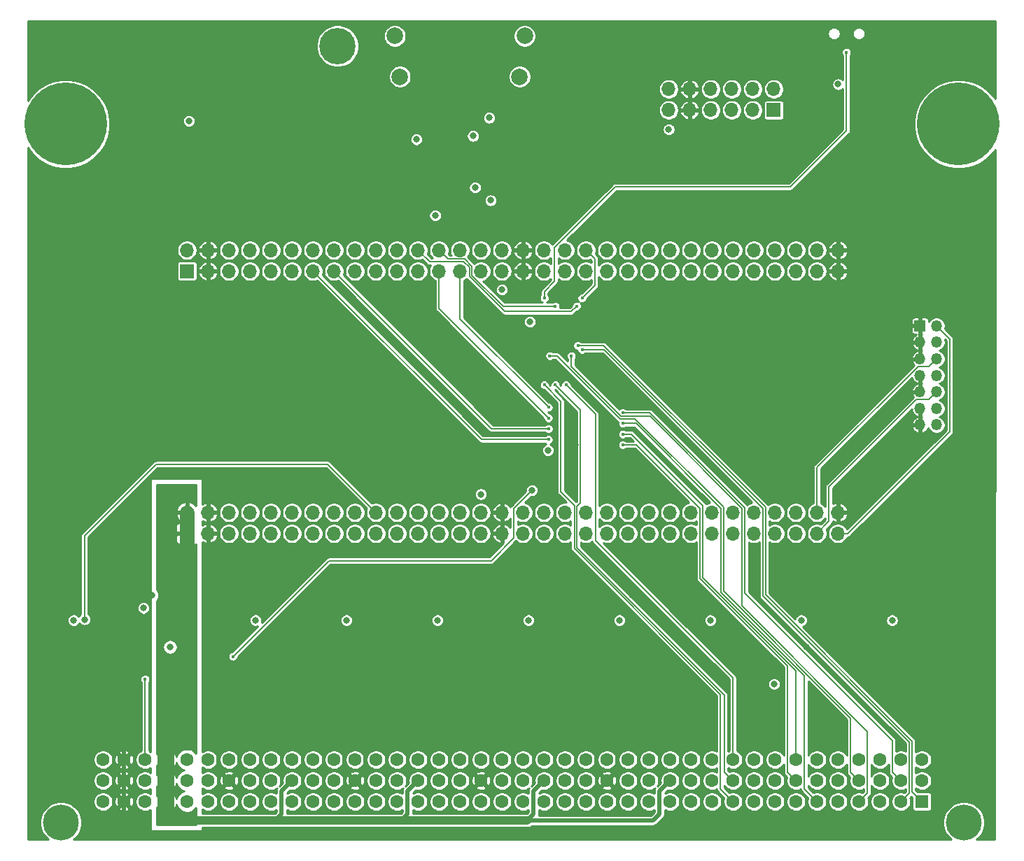
<source format=gbr>
%TF.GenerationSoftware,KiCad,Pcbnew,(5.1.9-0-10_14)*%
%TF.CreationDate,2023-06-03T10:49:55+02:00*%
%TF.ProjectId,IIsi-to-ztex,49497369-2d74-46f2-9d7a-7465782e6b69,rev?*%
%TF.SameCoordinates,Original*%
%TF.FileFunction,Copper,L4,Bot*%
%TF.FilePolarity,Positive*%
%FSLAX46Y46*%
G04 Gerber Fmt 4.6, Leading zero omitted, Abs format (unit mm)*
G04 Created by KiCad (PCBNEW (5.1.9-0-10_14)) date 2023-06-03 10:49:55*
%MOMM*%
%LPD*%
G01*
G04 APERTURE LIST*
%TA.AperFunction,ComponentPad*%
%ADD10O,1.700000X1.700000*%
%TD*%
%TA.AperFunction,ComponentPad*%
%ADD11R,1.700000X1.700000*%
%TD*%
%TA.AperFunction,ComponentPad*%
%ADD12C,2.000000*%
%TD*%
%TA.AperFunction,ComponentPad*%
%ADD13C,4.400000*%
%TD*%
%TA.AperFunction,ComponentPad*%
%ADD14C,10.000000*%
%TD*%
%TA.AperFunction,ComponentPad*%
%ADD15R,1.350000X1.350000*%
%TD*%
%TA.AperFunction,ComponentPad*%
%ADD16O,1.350000X1.350000*%
%TD*%
%TA.AperFunction,ComponentPad*%
%ADD17C,4.335000*%
%TD*%
%TA.AperFunction,ComponentPad*%
%ADD18C,1.605000*%
%TD*%
%TA.AperFunction,ComponentPad*%
%ADD19R,1.605000X1.605000*%
%TD*%
%TA.AperFunction,ViaPad*%
%ADD20C,0.450000*%
%TD*%
%TA.AperFunction,ViaPad*%
%ADD21C,0.800000*%
%TD*%
%TA.AperFunction,Conductor*%
%ADD22C,0.508000*%
%TD*%
%TA.AperFunction,Conductor*%
%ADD23C,2.000000*%
%TD*%
%TA.AperFunction,Conductor*%
%ADD24C,1.000000*%
%TD*%
%TA.AperFunction,Conductor*%
%ADD25C,1.800000*%
%TD*%
%TA.AperFunction,Conductor*%
%ADD26C,0.152400*%
%TD*%
%TA.AperFunction,Conductor*%
%ADD27C,0.254000*%
%TD*%
%TA.AperFunction,Conductor*%
%ADD28C,0.100000*%
%TD*%
G04 APERTURE END LIST*
D10*
%TO.P,J4,12*%
%TO.N,+3V3*%
X173510000Y-61210000D03*
%TO.P,J4,11*%
X173510000Y-63750000D03*
%TO.P,J4,10*%
%TO.N,GND*%
X176050000Y-61210000D03*
%TO.P,J4,9*%
X176050000Y-63750000D03*
%TO.P,J4,8*%
%TO.N,/pmod/P56-*%
X178590000Y-61210000D03*
%TO.P,J4,7*%
%TO.N,/pmod/P56+*%
X178590000Y-63750000D03*
%TO.P,J4,6*%
%TO.N,/pmod/P78-*%
X181130000Y-61210000D03*
%TO.P,J4,5*%
%TO.N,/pmod/P78+*%
X181130000Y-63750000D03*
%TO.P,J4,4*%
%TO.N,/pmod/P910-*%
X183670000Y-61210000D03*
%TO.P,J4,3*%
%TO.N,/pmod/P910+*%
X183670000Y-63750000D03*
%TO.P,J4,2*%
%TO.N,/pmod/P1112-*%
X186210000Y-61210000D03*
D11*
%TO.P,J4,1*%
%TO.N,/pmod/P1112+*%
X186210000Y-63750000D03*
%TD*%
D12*
%TO.P,J3,SH*%
%TO.N,SHIELD*%
X156080000Y-54770000D03*
X140380000Y-54770000D03*
X155480000Y-59720000D03*
X140980000Y-59720000D03*
%TD*%
D13*
%TO.P,H5,1*%
%TO.N,SHIELD*%
X133460000Y-56000000D03*
%TD*%
D14*
%TO.P,H2,1*%
%TO.N,Net-(H2-Pad1)*%
X208570000Y-65450000D03*
%TD*%
%TO.P,H1,1*%
%TO.N,Net-(H1-Pad1)*%
X100570000Y-65450000D03*
%TD*%
D15*
%TO.P,J1,1*%
%TO.N,GND*%
X203910000Y-89860000D03*
D16*
%TO.P,J1,2*%
%TO.N,/B2B/JTAG_VIO*%
X205910000Y-89860000D03*
%TO.P,J1,3*%
%TO.N,GND*%
X203910000Y-91860000D03*
%TO.P,J1,4*%
%TO.N,FPGA_JTAG_TMS*%
X205910000Y-91860000D03*
%TO.P,J1,5*%
%TO.N,GND*%
X203910000Y-93860000D03*
%TO.P,J1,6*%
%TO.N,FPGA_JTAG_TCK*%
X205910000Y-93860000D03*
%TO.P,J1,7*%
%TO.N,GND*%
X203910000Y-95860000D03*
%TO.P,J1,8*%
%TO.N,FPGA_JTAG_TDO*%
X205910000Y-95860000D03*
%TO.P,J1,9*%
%TO.N,GND*%
X203910000Y-97860000D03*
%TO.P,J1,10*%
%TO.N,FPGA_JTAG_TDI*%
X205910000Y-97860000D03*
%TO.P,J1,11*%
%TO.N,GND*%
X203910000Y-99860000D03*
%TO.P,J1,12*%
%TO.N,Net-(J1-Pad12)*%
X205910000Y-99860000D03*
%TO.P,J1,13*%
%TO.N,GND*%
X203910000Y-101860000D03*
%TO.P,J1,14*%
%TO.N,Net-(J1-Pad14)*%
X205910000Y-101860000D03*
%TD*%
D11*
%TO.P,JCD1,1*%
%TO.N,Net-(JCD1-Pad1)*%
X115240000Y-83250000D03*
D10*
%TO.P,JCD1,2*%
%TO.N,Net-(JCD1-Pad2)*%
X115240000Y-80710000D03*
%TO.P,JCD1,3*%
%TO.N,GND*%
X117780000Y-83250000D03*
%TO.P,JCD1,4*%
X117780000Y-80710000D03*
%TO.P,JCD1,5*%
%TO.N,A1_3V3*%
X120320000Y-83250000D03*
%TO.P,JCD1,6*%
%TO.N,A0_3V3*%
X120320000Y-80710000D03*
%TO.P,JCD1,7*%
%TO.N,A3_3V3*%
X122860000Y-83250000D03*
%TO.P,JCD1,8*%
%TO.N,A2_3V3*%
X122860000Y-80710000D03*
%TO.P,JCD1,9*%
%TO.N,A5_3V3*%
X125400000Y-83250000D03*
%TO.P,JCD1,10*%
%TO.N,A4_3V3*%
X125400000Y-80710000D03*
%TO.P,JCD1,11*%
%TO.N,A7_3V3*%
X127940000Y-83250000D03*
%TO.P,JCD1,12*%
%TO.N,A6_3V3*%
X127940000Y-80710000D03*
%TO.P,JCD1,13*%
%TO.N,~CBACK_3V3*%
X130480000Y-83250000D03*
%TO.P,JCD1,14*%
%TO.N,A8_3V3*%
X130480000Y-80710000D03*
%TO.P,JCD1,15*%
%TO.N,~CBREQ_3V3*%
X133020000Y-83250000D03*
%TO.P,JCD1,16*%
%TO.N,HDMI_D2+*%
X133020000Y-80710000D03*
%TO.P,JCD1,17*%
%TO.N,HDMI_D1+*%
X135560000Y-83250000D03*
%TO.P,JCD1,18*%
%TO.N,HDMI_D2-*%
X135560000Y-80710000D03*
%TO.P,JCD1,19*%
%TO.N,HDMI_D1-*%
X138100000Y-83250000D03*
%TO.P,JCD1,20*%
%TO.N,HDMI_D0+*%
X138100000Y-80710000D03*
%TO.P,JCD1,21*%
%TO.N,HDMI_CLK+*%
X140640000Y-83250000D03*
%TO.P,JCD1,22*%
%TO.N,HDMI_D0-*%
X140640000Y-80710000D03*
%TO.P,JCD1,23*%
%TO.N,HDMI_CLK-*%
X143180000Y-83250000D03*
%TO.P,JCD1,24*%
%TO.N,PMOD-56+*%
X143180000Y-80710000D03*
%TO.P,JCD1,25*%
%TO.N,~CIOUT_3V3*%
X145720000Y-83250000D03*
%TO.P,JCD1,26*%
%TO.N,PMOD-56-*%
X145720000Y-80710000D03*
%TO.P,JCD1,27*%
%TO.N,CACHE_3V3*%
X148260000Y-83250000D03*
%TO.P,JCD1,28*%
%TO.N,PMOD-78+*%
X148260000Y-80710000D03*
%TO.P,JCD1,29*%
%TO.N,D31_3V3*%
X150800000Y-83250000D03*
%TO.P,JCD1,30*%
%TO.N,PMOD-78-*%
X150800000Y-80710000D03*
%TO.P,JCD1,31*%
%TO.N,+3V3*%
X153340000Y-83250000D03*
%TO.P,JCD1,32*%
X153340000Y-80710000D03*
%TO.P,JCD1,33*%
%TO.N,GND*%
X155880000Y-83250000D03*
%TO.P,JCD1,34*%
X155880000Y-80710000D03*
%TO.P,JCD1,35*%
%TO.N,+3V3*%
X158420000Y-83250000D03*
%TO.P,JCD1,36*%
X158420000Y-80710000D03*
%TO.P,JCD1,37*%
%TO.N,PMOD-1112-*%
X160960000Y-83250000D03*
%TO.P,JCD1,38*%
%TO.N,PMOD-910+*%
X160960000Y-80710000D03*
%TO.P,JCD1,39*%
%TO.N,PMOD-1112+*%
X163500000Y-83250000D03*
%TO.P,JCD1,40*%
%TO.N,C16M_3V3*%
X163500000Y-80710000D03*
%TO.P,JCD1,41*%
%TO.N,D20_3V3*%
X166040000Y-83250000D03*
%TO.P,JCD1,42*%
%TO.N,D17_3V3*%
X166040000Y-80710000D03*
%TO.P,JCD1,43*%
%TO.N,D14_3V3*%
X168580000Y-83250000D03*
%TO.P,JCD1,44*%
%TO.N,D11_3V3*%
X168580000Y-80710000D03*
%TO.P,JCD1,45*%
%TO.N,D8_3V3*%
X171120000Y-83250000D03*
%TO.P,JCD1,46*%
%TO.N,D5_3V3*%
X171120000Y-80710000D03*
%TO.P,JCD1,47*%
%TO.N,D2_3V3*%
X173660000Y-83250000D03*
%TO.P,JCD1,48*%
%TO.N,D0_3V3*%
X173660000Y-80710000D03*
%TO.P,JCD1,49*%
%TO.N,~RESET_3V3*%
X176200000Y-83250000D03*
%TO.P,JCD1,50*%
%TO.N,FC1_3V3*%
X176200000Y-80710000D03*
%TO.P,JCD1,51*%
%TO.N,FC2_3V3*%
X178740000Y-83250000D03*
%TO.P,JCD1,52*%
%TO.N,~AS_3V3*%
X178740000Y-80710000D03*
%TO.P,JCD1,53*%
%TO.N,SIZ0_3V3*%
X181280000Y-83250000D03*
%TO.P,JCD1,54*%
%TO.N,SIZ1_3V3*%
X181280000Y-80710000D03*
%TO.P,JCD1,55*%
%TO.N,~RW_3V3*%
X183820000Y-83250000D03*
%TO.P,JCD1,56*%
%TO.N,~DSACK0_3V3*%
X183820000Y-80710000D03*
%TO.P,JCD1,57*%
%TO.N,~DSACK1_3V3*%
X186360000Y-83250000D03*
%TO.P,JCD1,58*%
%TO.N,~STERM_3V3*%
X186360000Y-80710000D03*
%TO.P,JCD1,59*%
%TO.N,~DS_3V3*%
X188900000Y-83250000D03*
%TO.P,JCD1,60*%
%TO.N,~IRQ1_3V3*%
X188900000Y-80710000D03*
%TO.P,JCD1,61*%
%TO.N,FPGA_JTAG_TDO*%
X191440000Y-83250000D03*
%TO.P,JCD1,62*%
%TO.N,FPGA_JTAG_TMS*%
X191440000Y-80710000D03*
%TO.P,JCD1,63*%
%TO.N,GND*%
X193980000Y-83250000D03*
%TO.P,JCD1,64*%
X193980000Y-80710000D03*
%TD*%
D11*
%TO.P,JAB1,1*%
%TO.N,+5V*%
X115240000Y-115000000D03*
D10*
%TO.P,JAB1,2*%
X115240000Y-112460000D03*
%TO.P,JAB1,3*%
%TO.N,GND*%
X117780000Y-115000000D03*
%TO.P,JAB1,4*%
X117780000Y-112460000D03*
%TO.P,JAB1,5*%
%TO.N,A10_3V3*%
X120320000Y-115000000D03*
%TO.P,JAB1,6*%
%TO.N,A9_3V3*%
X120320000Y-112460000D03*
%TO.P,JAB1,7*%
%TO.N,A12_3V3*%
X122860000Y-115000000D03*
%TO.P,JAB1,8*%
%TO.N,A11_3V3*%
X122860000Y-112460000D03*
%TO.P,JAB1,9*%
%TO.N,A14_3V3*%
X125400000Y-115000000D03*
%TO.P,JAB1,10*%
%TO.N,A13_3V3*%
X125400000Y-112460000D03*
%TO.P,JAB1,11*%
%TO.N,A16_3V3*%
X127940000Y-115000000D03*
%TO.P,JAB1,12*%
%TO.N,A15_3V3*%
X127940000Y-112460000D03*
%TO.P,JAB1,13*%
%TO.N,A18_3V3*%
X130480000Y-115000000D03*
%TO.P,JAB1,14*%
%TO.N,A17_3V3*%
X130480000Y-112460000D03*
%TO.P,JAB1,15*%
%TO.N,A20_3V3*%
X133020000Y-115000000D03*
%TO.P,JAB1,16*%
%TO.N,A19_3V3*%
X133020000Y-112460000D03*
%TO.P,JAB1,17*%
%TO.N,A22_3V3*%
X135560000Y-115000000D03*
%TO.P,JAB1,18*%
%TO.N,A21_3V3*%
X135560000Y-112460000D03*
%TO.P,JAB1,19*%
%TO.N,A23_3V3*%
X138100000Y-115000000D03*
%TO.P,JAB1,20*%
%TO.N,CPUCLK_3V3*%
X138100000Y-112460000D03*
%TO.P,JAB1,21*%
%TO.N,A25_3V3*%
X140640000Y-115000000D03*
%TO.P,JAB1,22*%
%TO.N,A24_3V3*%
X140640000Y-112460000D03*
%TO.P,JAB1,23*%
%TO.N,A26_3V3*%
X143180000Y-115000000D03*
%TO.P,JAB1,24*%
%TO.N,A27_3V3*%
X143180000Y-112460000D03*
%TO.P,JAB1,25*%
%TO.N,A28_3V3*%
X145720000Y-115000000D03*
%TO.P,JAB1,26*%
%TO.N,A29_3V3*%
X145720000Y-112460000D03*
%TO.P,JAB1,27*%
%TO.N,A30_3V3*%
X148260000Y-115000000D03*
%TO.P,JAB1,28*%
%TO.N,A31_3V3*%
X148260000Y-112460000D03*
%TO.P,JAB1,29*%
%TO.N,+3V3*%
X150800000Y-115000000D03*
%TO.P,JAB1,30*%
X150800000Y-112460000D03*
%TO.P,JAB1,31*%
%TO.N,GND*%
X153340000Y-115000000D03*
%TO.P,JAB1,32*%
X153340000Y-112460000D03*
%TO.P,JAB1,33*%
%TO.N,+3V3*%
X155880000Y-115000000D03*
%TO.P,JAB1,34*%
X155880000Y-112460000D03*
%TO.P,JAB1,35*%
%TO.N,D29_3V3*%
X158420000Y-115000000D03*
%TO.P,JAB1,36*%
%TO.N,D30_3V3*%
X158420000Y-112460000D03*
%TO.P,JAB1,37*%
%TO.N,D27_3V3*%
X160960000Y-115000000D03*
%TO.P,JAB1,38*%
%TO.N,D28_3V3*%
X160960000Y-112460000D03*
%TO.P,JAB1,39*%
%TO.N,D25_3V3*%
X163500000Y-115000000D03*
%TO.P,JAB1,40*%
%TO.N,D26_3V3*%
X163500000Y-112460000D03*
%TO.P,JAB1,41*%
%TO.N,D23_3V3*%
X166040000Y-115000000D03*
%TO.P,JAB1,42*%
%TO.N,D24_3V3*%
X166040000Y-112460000D03*
%TO.P,JAB1,43*%
%TO.N,D21_3V3*%
X168580000Y-115000000D03*
%TO.P,JAB1,44*%
%TO.N,D22_3V3*%
X168580000Y-112460000D03*
%TO.P,JAB1,45*%
%TO.N,D18_3V3*%
X171120000Y-115000000D03*
%TO.P,JAB1,46*%
%TO.N,D19_3V3*%
X171120000Y-112460000D03*
%TO.P,JAB1,47*%
%TO.N,D15_3V3*%
X173660000Y-115000000D03*
%TO.P,JAB1,48*%
%TO.N,D16_3V3*%
X173660000Y-112460000D03*
%TO.P,JAB1,49*%
%TO.N,D12_3V3*%
X176200000Y-115000000D03*
%TO.P,JAB1,50*%
%TO.N,D13_3V3*%
X176200000Y-112460000D03*
%TO.P,JAB1,51*%
%TO.N,D9_3V3*%
X178740000Y-115000000D03*
%TO.P,JAB1,52*%
%TO.N,D10_3V3*%
X178740000Y-112460000D03*
%TO.P,JAB1,53*%
%TO.N,D6_3V3*%
X181280000Y-115000000D03*
%TO.P,JAB1,54*%
%TO.N,D7_3V3*%
X181280000Y-112460000D03*
%TO.P,JAB1,55*%
%TO.N,D3_3V3*%
X183820000Y-115000000D03*
%TO.P,JAB1,56*%
%TO.N,D4_3V3*%
X183820000Y-112460000D03*
%TO.P,JAB1,57*%
%TO.N,~HALT_3V3*%
X186360000Y-115000000D03*
%TO.P,JAB1,58*%
%TO.N,D1_3V3*%
X186360000Y-112460000D03*
%TO.P,JAB1,59*%
%TO.N,FC0_3V3*%
X188900000Y-115000000D03*
%TO.P,JAB1,60*%
%TO.N,~BERR_3V3*%
X188900000Y-112460000D03*
%TO.P,JAB1,61*%
%TO.N,FPGA_JTAG_TDI*%
X191440000Y-115000000D03*
%TO.P,JAB1,62*%
%TO.N,FPGA_JTAG_TCK*%
X191440000Y-112460000D03*
%TO.P,JAB1,63*%
%TO.N,/B2B/JTAG_VIO*%
X193980000Y-115000000D03*
%TO.P,JAB1,64*%
%TO.N,GND*%
X193980000Y-112460000D03*
%TD*%
D17*
%TO.P,J2,MH2*%
%TO.N,Net-(J2-PadMH2)*%
X100000000Y-150000000D03*
%TO.P,J2,MH1*%
%TO.N,Net-(J2-PadMH1)*%
X209220000Y-150000000D03*
D18*
%TO.P,J2,C40*%
%TO.N,+12V*%
X105080000Y-142380000D03*
%TO.P,J2,C39*%
%TO.N,GND*%
X107620000Y-142380000D03*
%TO.P,J2,C38*%
%TO.N,C16M*%
X110160000Y-142380000D03*
%TO.P,J2,C37*%
%TO.N,+5V*%
X112700000Y-142380000D03*
%TO.P,J2,C36*%
%TO.N,A0*%
X115240000Y-142380000D03*
%TO.P,J2,C35*%
%TO.N,A3*%
X117780000Y-142380000D03*
%TO.P,J2,C34*%
%TO.N,A6*%
X120320000Y-142380000D03*
%TO.P,J2,C33*%
%TO.N,A8*%
X122860000Y-142380000D03*
%TO.P,J2,C32*%
%TO.N,A11*%
X125400000Y-142380000D03*
%TO.P,J2,C31*%
%TO.N,A14*%
X127940000Y-142380000D03*
%TO.P,J2,C30*%
%TO.N,A16*%
X130480000Y-142380000D03*
%TO.P,J2,C29*%
%TO.N,A19*%
X133020000Y-142380000D03*
%TO.P,J2,C28*%
%TO.N,A22*%
X135560000Y-142380000D03*
%TO.P,J2,C27*%
%TO.N,A24*%
X138100000Y-142380000D03*
%TO.P,J2,C26*%
%TO.N,A27*%
X140640000Y-142380000D03*
%TO.P,J2,C25*%
%TO.N,A30*%
X143180000Y-142380000D03*
%TO.P,J2,C24*%
%TO.N,D31*%
X145720000Y-142380000D03*
%TO.P,J2,C23*%
%TO.N,D28*%
X148260000Y-142380000D03*
%TO.P,J2,C22*%
%TO.N,D25*%
X150800000Y-142380000D03*
%TO.P,J2,C21*%
%TO.N,D23*%
X153340000Y-142380000D03*
%TO.P,J2,C20*%
%TO.N,D20*%
X155880000Y-142380000D03*
%TO.P,J2,C19*%
%TO.N,D17*%
X158420000Y-142380000D03*
%TO.P,J2,C18*%
%TO.N,D15*%
X160960000Y-142380000D03*
%TO.P,J2,C17*%
%TO.N,D12*%
X163500000Y-142380000D03*
%TO.P,J2,C16*%
%TO.N,D9*%
X166040000Y-142380000D03*
%TO.P,J2,C15*%
%TO.N,D7*%
X168580000Y-142380000D03*
%TO.P,J2,C14*%
%TO.N,D4*%
X171120000Y-142380000D03*
%TO.P,J2,C13*%
%TO.N,D1*%
X173660000Y-142380000D03*
%TO.P,J2,C12*%
%TO.N,~HALT*%
X176200000Y-142380000D03*
%TO.P,J2,C11*%
%TO.N,FC0*%
X178740000Y-142380000D03*
%TO.P,J2,C10*%
%TO.N,~BR*%
X181280000Y-142380000D03*
%TO.P,J2,C9*%
%TO.N,~AS*%
X183820000Y-142380000D03*
%TO.P,J2,C8*%
%TO.N,~RW*%
X186360000Y-142380000D03*
%TO.P,J2,C7*%
%TO.N,~CBREQ*%
X188900000Y-142380000D03*
%TO.P,J2,C6*%
%TO.N,RMC*%
X191440000Y-142380000D03*
%TO.P,J2,C5*%
%TO.N,IPL0*%
X193980000Y-142380000D03*
%TO.P,J2,C4*%
%TO.N,~IRQ1*%
X196520000Y-142380000D03*
%TO.P,J2,C3*%
%TO.N,~TM0A*%
X199060000Y-142380000D03*
%TO.P,J2,C2*%
%TO.N,~NUBUS*%
X201600000Y-142380000D03*
%TO.P,J2,C1*%
%TO.N,~PFW*%
X204140000Y-142380000D03*
%TO.P,J2,B40*%
%TO.N,-5V*%
X105080000Y-144920000D03*
%TO.P,J2,B39*%
%TO.N,GND*%
X107620000Y-144920000D03*
%TO.P,J2,B38*%
%TO.N,ECLK*%
X110160000Y-144920000D03*
%TO.P,J2,B37*%
%TO.N,+5V*%
X112700000Y-144920000D03*
%TO.P,J2,B36*%
%TO.N,A1*%
X115240000Y-144920000D03*
%TO.P,J2,B35*%
%TO.N,A4*%
X117780000Y-144920000D03*
%TO.P,J2,B34*%
%TO.N,GND*%
X120320000Y-144920000D03*
%TO.P,J2,B33*%
%TO.N,A9*%
X122860000Y-144920000D03*
%TO.P,J2,B32*%
%TO.N,A12*%
X125400000Y-144920000D03*
%TO.P,J2,B31*%
%TO.N,+5V*%
X127940000Y-144920000D03*
%TO.P,J2,B30*%
%TO.N,A17*%
X130480000Y-144920000D03*
%TO.P,J2,B29*%
%TO.N,A20*%
X133020000Y-144920000D03*
%TO.P,J2,B28*%
%TO.N,GND*%
X135560000Y-144920000D03*
%TO.P,J2,B27*%
%TO.N,A25*%
X138100000Y-144920000D03*
%TO.P,J2,B26*%
%TO.N,A28*%
X140640000Y-144920000D03*
%TO.P,J2,B25*%
%TO.N,+5V*%
X143180000Y-144920000D03*
%TO.P,J2,B24*%
%TO.N,D30*%
X145720000Y-144920000D03*
%TO.P,J2,B23*%
%TO.N,D27*%
X148260000Y-144920000D03*
%TO.P,J2,B22*%
%TO.N,GND*%
X150800000Y-144920000D03*
%TO.P,J2,B21*%
%TO.N,D22*%
X153340000Y-144920000D03*
%TO.P,J2,B20*%
%TO.N,D19*%
X155880000Y-144920000D03*
%TO.P,J2,B19*%
%TO.N,+5V*%
X158420000Y-144920000D03*
%TO.P,J2,B18*%
%TO.N,D14*%
X160960000Y-144920000D03*
%TO.P,J2,B17*%
%TO.N,D11*%
X163500000Y-144920000D03*
%TO.P,J2,B16*%
%TO.N,GND*%
X166040000Y-144920000D03*
%TO.P,J2,B15*%
%TO.N,D6*%
X168580000Y-144920000D03*
%TO.P,J2,B14*%
%TO.N,D3*%
X171120000Y-144920000D03*
%TO.P,J2,B13*%
%TO.N,+5V*%
X173660000Y-144920000D03*
%TO.P,J2,B12*%
%TO.N,~BERR*%
X176200000Y-144920000D03*
%TO.P,J2,B11*%
%TO.N,FC1*%
X178740000Y-144920000D03*
%TO.P,J2,B10*%
%TO.N,~BG*%
X181280000Y-144920000D03*
%TO.P,J2,B9*%
%TO.N,SIZ0*%
X183820000Y-144920000D03*
%TO.P,J2,B8*%
%TO.N,~DSACK0*%
X186360000Y-144920000D03*
%TO.P,J2,B7*%
%TO.N,~CBACK*%
X188900000Y-144920000D03*
%TO.P,J2,B6*%
%TO.N,~DS*%
X191440000Y-144920000D03*
%TO.P,J2,B5*%
%TO.N,IPL1*%
X193980000Y-144920000D03*
%TO.P,J2,B4*%
%TO.N,~IRQ2*%
X196520000Y-144920000D03*
%TO.P,J2,B3*%
%TO.N,~TM1A*%
X199060000Y-144920000D03*
%TO.P,J2,B2*%
%TO.N,CACHE*%
X201600000Y-144920000D03*
%TO.P,J2,B1*%
%TO.N,C40M*%
X204140000Y-144920000D03*
%TO.P,J2,A40*%
%TO.N,-12V*%
X105080000Y-147460000D03*
%TO.P,J2,A39*%
%TO.N,GND*%
X107620000Y-147460000D03*
%TO.P,J2,A38*%
%TO.N,CPUCLK*%
X110160000Y-147460000D03*
%TO.P,J2,A37*%
%TO.N,+5V*%
X112700000Y-147460000D03*
%TO.P,J2,A36*%
%TO.N,A2*%
X115240000Y-147460000D03*
%TO.P,J2,A35*%
%TO.N,A5*%
X117780000Y-147460000D03*
%TO.P,J2,A34*%
%TO.N,A7*%
X120320000Y-147460000D03*
%TO.P,J2,A33*%
%TO.N,A10*%
X122860000Y-147460000D03*
%TO.P,J2,A32*%
%TO.N,A13*%
X125400000Y-147460000D03*
%TO.P,J2,A31*%
%TO.N,A15*%
X127940000Y-147460000D03*
%TO.P,J2,A30*%
%TO.N,A18*%
X130480000Y-147460000D03*
%TO.P,J2,A29*%
%TO.N,A21*%
X133020000Y-147460000D03*
%TO.P,J2,A28*%
%TO.N,A23*%
X135560000Y-147460000D03*
%TO.P,J2,A27*%
%TO.N,A26*%
X138100000Y-147460000D03*
%TO.P,J2,A26*%
%TO.N,A29*%
X140640000Y-147460000D03*
%TO.P,J2,A25*%
%TO.N,A31*%
X143180000Y-147460000D03*
%TO.P,J2,A24*%
%TO.N,D29*%
X145720000Y-147460000D03*
%TO.P,J2,A23*%
%TO.N,D26*%
X148260000Y-147460000D03*
%TO.P,J2,A22*%
%TO.N,D24*%
X150800000Y-147460000D03*
%TO.P,J2,A21*%
%TO.N,D21*%
X153340000Y-147460000D03*
%TO.P,J2,A20*%
%TO.N,D18*%
X155880000Y-147460000D03*
%TO.P,J2,A19*%
%TO.N,D16*%
X158420000Y-147460000D03*
%TO.P,J2,A18*%
%TO.N,D13*%
X160960000Y-147460000D03*
%TO.P,J2,A17*%
%TO.N,D10*%
X163500000Y-147460000D03*
%TO.P,J2,A16*%
%TO.N,D8*%
X166040000Y-147460000D03*
%TO.P,J2,A15*%
%TO.N,D5*%
X168580000Y-147460000D03*
%TO.P,J2,A14*%
%TO.N,D2*%
X171120000Y-147460000D03*
%TO.P,J2,A13*%
%TO.N,D0*%
X173660000Y-147460000D03*
%TO.P,J2,A12*%
%TO.N,~RESET*%
X176200000Y-147460000D03*
%TO.P,J2,A11*%
%TO.N,FC2*%
X178740000Y-147460000D03*
%TO.P,J2,A10*%
%TO.N,~BGACK*%
X181280000Y-147460000D03*
%TO.P,J2,A9*%
%TO.N,SIZ1*%
X183820000Y-147460000D03*
%TO.P,J2,A8*%
%TO.N,~DSACK1*%
X186360000Y-147460000D03*
%TO.P,J2,A7*%
%TO.N,~STERM*%
X188900000Y-147460000D03*
%TO.P,J2,A6*%
%TO.N,~CIOUT*%
X191440000Y-147460000D03*
%TO.P,J2,A5*%
%TO.N,IPL2*%
X193980000Y-147460000D03*
%TO.P,J2,A4*%
%TO.N,~IRQ3*%
X196520000Y-147460000D03*
%TO.P,J2,A3*%
%TO.N,~BUSLOCk*%
X199060000Y-147460000D03*
%TO.P,J2,A2*%
%TO.N,~FPU*%
X201600000Y-147460000D03*
D19*
%TO.P,J2,A1*%
%TO.N,~RBV*%
X204140000Y-147460000D03*
%TD*%
D20*
%TO.N,~RBV*%
X162525000Y-92250000D03*
D21*
%TO.N,GND*%
X118000000Y-119250000D03*
X201185000Y-128750000D03*
X206385000Y-131250000D03*
X190185000Y-128750000D03*
X179185000Y-128750000D03*
X168185000Y-128750000D03*
X157185000Y-128750000D03*
X146185000Y-128750000D03*
X135185000Y-128750000D03*
X124185000Y-128750000D03*
X113185000Y-128750000D03*
X102185000Y-128750000D03*
X195385000Y-131250000D03*
X184385000Y-131250000D03*
X173385000Y-131250000D03*
X162385000Y-131250000D03*
X151385000Y-131250000D03*
X140385000Y-131250000D03*
X129385000Y-131250000D03*
X118385000Y-131250000D03*
X107385000Y-131250000D03*
X175565000Y-66145000D03*
X118190000Y-110040000D03*
X155300000Y-72630000D03*
X154900000Y-63380000D03*
X124810000Y-56000000D03*
X123870000Y-60000000D03*
X139590000Y-65880000D03*
X136580000Y-68380000D03*
X115460000Y-56940000D03*
X168000000Y-99075000D03*
X151480000Y-58750000D03*
X148480000Y-58750000D03*
X146980000Y-58750000D03*
X145480000Y-58750000D03*
X143980000Y-58750000D03*
X156965000Y-74680000D03*
X198960000Y-122475000D03*
X187960000Y-122475000D03*
X176960000Y-122475000D03*
X169110000Y-122475000D03*
X158110000Y-122475000D03*
X147110000Y-122475000D03*
X132960000Y-122475000D03*
X121960000Y-122475000D03*
X110960000Y-122475000D03*
X99960000Y-122475000D03*
X146555000Y-76500000D03*
X162210000Y-104275000D03*
X163675000Y-93500000D03*
X152550000Y-89380000D03*
X196000000Y-60625000D03*
X186250000Y-134775000D03*
X139590000Y-63880000D03*
X155880000Y-85500000D03*
X153340000Y-110250000D03*
%TO.N,+3V3*%
X200535000Y-125500000D03*
X189535000Y-125500000D03*
X178535000Y-125500000D03*
X167535000Y-125500000D03*
X156535000Y-125500000D03*
X145535000Y-125500000D03*
X134535000Y-125500000D03*
X123535000Y-125500000D03*
X101535000Y-125500000D03*
X173510000Y-66110000D03*
X109985000Y-124025000D03*
X153340000Y-85500000D03*
X142980000Y-67300000D03*
X115460000Y-65050000D03*
X158895000Y-104925000D03*
X151950000Y-74680000D03*
X145255000Y-76500000D03*
X156735000Y-89380000D03*
X194000000Y-60625000D03*
X186250000Y-133225000D03*
X150800000Y-110250000D03*
%TO.N,+5V*%
X112250000Y-116000000D03*
X115240000Y-110040000D03*
X150080000Y-73130000D03*
X115240000Y-119260000D03*
X112250000Y-111000000D03*
D20*
%TO.N,C16M*%
X110160000Y-132640000D03*
X120800000Y-129890000D03*
D21*
X156983670Y-109760000D03*
D20*
%TO.N,~BR*%
X161075000Y-97000000D03*
%TO.N,~CBREQ*%
X167960000Y-102975000D03*
%TO.N,~BG*%
X159775000Y-97000000D03*
%TO.N,~CBACK*%
X167960000Y-104275000D03*
%TO.N,~IRQ2*%
X159125000Y-93500000D03*
%TO.N,CACHE*%
X167960000Y-100375000D03*
%TO.N,~BGACK*%
X158475000Y-97000000D03*
%TO.N,~CIOUT*%
X167960000Y-101675000D03*
%TO.N,~IRQ3*%
X161725000Y-93500000D03*
%TO.N,~FPU*%
X163025000Y-92750000D03*
D21*
%TO.N,CPUCLK_3V3*%
X102835000Y-125405000D03*
%TO.N,/HDMI/HDMI_5V*%
X151780000Y-64680000D03*
X149830000Y-66880000D03*
D20*
%TO.N,PMOD-56-*%
X159775000Y-87500000D03*
%TO.N,PMOD-56+*%
X162375000Y-87500000D03*
%TO.N,CACHE_3V3*%
X158960000Y-99725000D03*
%TO.N,~CIOUT_3V3*%
X158960000Y-101025000D03*
%TO.N,~CBACK_3V3*%
X158960000Y-103625000D03*
%TO.N,~CBREQ_3V3*%
X158960000Y-102325000D03*
%TO.N,C16M_3V3*%
X163025000Y-86500000D03*
%TO.N,~MASTER_OE*%
X158475000Y-86500000D03*
X195000000Y-56750000D03*
%TD*%
D22*
%TO.N,GND*%
X107620000Y-142380000D02*
X107620000Y-144920000D01*
X107620000Y-144920000D02*
X107620000Y-147460000D01*
X107620000Y-147460000D02*
X107620000Y-148984000D01*
X107620000Y-142380000D02*
X107620000Y-140602000D01*
X120320000Y-144920000D02*
X119050000Y-143650000D01*
X119050000Y-143650000D02*
X119050000Y-140094000D01*
X120320000Y-144920000D02*
X121590000Y-143650000D01*
X121590000Y-143650000D02*
X121590000Y-140094000D01*
X135560000Y-144920000D02*
X136830000Y-143650000D01*
X136830000Y-143650000D02*
X136830000Y-140348000D01*
X135560000Y-144920000D02*
X134290000Y-143650000D01*
X134290000Y-143650000D02*
X134290000Y-140348000D01*
X150800000Y-144920000D02*
X152070000Y-143650000D01*
X152070000Y-143650000D02*
X152070000Y-140348000D01*
X150800000Y-144920000D02*
X149530000Y-143650000D01*
X149530000Y-143650000D02*
X149530000Y-140348000D01*
X166040000Y-144920000D02*
X167310000Y-143650000D01*
X167310000Y-143650000D02*
X167310000Y-140348000D01*
X166040000Y-144920000D02*
X164770000Y-143650000D01*
X164770000Y-143650000D02*
X164770000Y-140348000D01*
D23*
%TO.N,+5V*%
X112700000Y-144920000D02*
X112700000Y-142380000D01*
X112700000Y-142380000D02*
X112700000Y-133260000D01*
D24*
X112700000Y-133260000D02*
X115240000Y-130720000D01*
X115240000Y-130720000D02*
X115240000Y-119260000D01*
D22*
X172390000Y-148984000D02*
X171628000Y-149746000D01*
X173660000Y-144920000D02*
X172390000Y-146190000D01*
X172390000Y-146190000D02*
X172390000Y-148984000D01*
X158420000Y-144920000D02*
X157150000Y-146190000D01*
X157150000Y-146190000D02*
X157150000Y-148984000D01*
X157150000Y-148984000D02*
X156388000Y-149746000D01*
X171628000Y-149746000D02*
X156388000Y-149746000D01*
X141910000Y-148984000D02*
X141148000Y-149746000D01*
X141910000Y-146190000D02*
X141910000Y-148984000D01*
X143180000Y-144920000D02*
X141910000Y-146190000D01*
D24*
X156388000Y-149746000D02*
X141148000Y-149746000D01*
D22*
X126670000Y-148984000D02*
X125908000Y-149746000D01*
X126670000Y-146190000D02*
X126670000Y-148984000D01*
X127940000Y-144920000D02*
X126670000Y-146190000D01*
D24*
X141148000Y-149746000D02*
X125908000Y-149746000D01*
X125908000Y-149746000D02*
X114986000Y-149746000D01*
D23*
X112700000Y-147460000D02*
X112700000Y-144920000D01*
X112700000Y-148730000D02*
X112700000Y-147460000D01*
D24*
X114986000Y-149746000D02*
X113716000Y-149746000D01*
X113716000Y-149746000D02*
X112700000Y-148730000D01*
D25*
X115240000Y-119260000D02*
X115240000Y-115000000D01*
X115240000Y-115000000D02*
X115240000Y-112460000D01*
D26*
%TO.N,/B2B/JTAG_VIO*%
X195182081Y-115000000D02*
X207520000Y-102662081D01*
X193980000Y-115000000D02*
X195182081Y-115000000D01*
X207520000Y-91470000D02*
X205910000Y-89860000D01*
X207520000Y-102662081D02*
X207520000Y-91470000D01*
%TO.N,FPGA_JTAG_TCK*%
X205006399Y-94763601D02*
X205910000Y-93860000D01*
X203669069Y-94763601D02*
X205006399Y-94763601D01*
X191440000Y-112460000D02*
X191440000Y-106992670D01*
X191440000Y-106992670D02*
X203669069Y-94763601D01*
%TO.N,FPGA_JTAG_TDI*%
X205006399Y-98763601D02*
X205910000Y-97860000D01*
X203476399Y-98763601D02*
X205006399Y-98763601D01*
X192901399Y-109338601D02*
X203476399Y-98763601D01*
X191440000Y-115000000D02*
X192901399Y-113538601D01*
X192901399Y-113538601D02*
X192901399Y-109338601D01*
%TO.N,C16M*%
X110160000Y-142380000D02*
X110160000Y-132640000D01*
X110160000Y-132640000D02*
X110160000Y-132640000D01*
X120800000Y-129890000D02*
X132390000Y-118300000D01*
X154801399Y-111942271D02*
X156983670Y-109760000D01*
X154801399Y-115517729D02*
X154801399Y-111942271D01*
X132390000Y-118300000D02*
X152019128Y-118300000D01*
X152019128Y-118300000D02*
X154801399Y-115517729D01*
X156983670Y-109760000D02*
X156983670Y-109760000D01*
%TO.N,~BR*%
X164656589Y-100581589D02*
X161075000Y-97000000D01*
X164656590Y-115857656D02*
X164656589Y-100581589D01*
X181280000Y-132481066D02*
X164656590Y-115857656D01*
X181280000Y-142380000D02*
X181280000Y-132481066D01*
%TO.N,~CBREQ*%
X188900000Y-142380000D02*
X188900000Y-131621066D01*
X177661399Y-120382465D02*
X177661399Y-111608601D01*
X188900000Y-131621066D02*
X177661399Y-120382465D01*
X169027798Y-102975000D02*
X167960000Y-102975000D01*
X177661399Y-111608601D02*
X169027798Y-102975000D01*
%TO.N,~BG*%
X159775000Y-97000000D02*
X162838601Y-100063601D01*
X162838601Y-100063601D02*
X162838601Y-111281399D01*
X162838601Y-111281399D02*
X162421399Y-111698601D01*
X162421399Y-116716729D02*
X180248899Y-134544229D01*
X180248899Y-143888899D02*
X181280000Y-144920000D01*
X162421399Y-111698601D02*
X162421399Y-116716729D01*
X180248899Y-134544229D02*
X180248899Y-143888899D01*
%TO.N,~CBACK*%
X187868899Y-143888899D02*
X187868899Y-131021031D01*
X188900000Y-144920000D02*
X187868899Y-143888899D01*
X169611330Y-104275000D02*
X167960000Y-104275000D01*
X177278601Y-111942271D02*
X169611330Y-104275000D01*
X187868899Y-131021031D02*
X177278601Y-120430733D01*
X177278601Y-120430733D02*
X177278601Y-111942271D01*
%TO.N,~IRQ2*%
X195488899Y-143888899D02*
X196520000Y-144920000D01*
X195488899Y-137347833D02*
X195488899Y-143888899D01*
X180123411Y-121982345D02*
X195488899Y-137347833D01*
X180123411Y-111816015D02*
X180123411Y-121982345D01*
X169440807Y-101133411D02*
X180123411Y-111816015D01*
X169440807Y-101133411D02*
X167616014Y-101133410D01*
X159982604Y-93500000D02*
X159125000Y-93500000D01*
X167616014Y-101133410D02*
X159982604Y-93500000D01*
%TO.N,CACHE*%
X200568899Y-140064229D02*
X182741399Y-122236729D01*
X200568899Y-143888899D02*
X200568899Y-140064229D01*
X201600000Y-144920000D02*
X200568899Y-143888899D01*
X171222396Y-100375000D02*
X182741399Y-111894003D01*
X182741399Y-111894003D02*
X182741399Y-122236729D01*
X167960000Y-100375000D02*
X171222396Y-100375000D01*
%TO.N,~BGACK*%
X158475000Y-97000000D02*
X160465000Y-98990000D01*
X162116589Y-111616589D02*
X162116590Y-116842986D01*
X160465000Y-98990000D02*
X160465000Y-109965000D01*
X160465000Y-109965000D02*
X162116589Y-111616589D01*
X179771101Y-145951101D02*
X181280000Y-147460000D01*
X162116590Y-116842986D02*
X179771101Y-134497497D01*
X179771101Y-134497497D02*
X179771101Y-145951101D01*
%TO.N,~CIOUT*%
X189931101Y-145951101D02*
X189931101Y-132221101D01*
X191440000Y-147460000D02*
X189931101Y-145951101D01*
X169551330Y-101675000D02*
X167960000Y-101675000D01*
X179818601Y-111942271D02*
X169551330Y-101675000D01*
X189931101Y-132221101D02*
X179818601Y-122108601D01*
X179818601Y-122108601D02*
X179818601Y-111942271D01*
%TO.N,~IRQ3*%
X196520000Y-147460000D02*
X197551101Y-146428899D01*
X182358601Y-123768601D02*
X182358601Y-111942271D01*
X182358601Y-111942271D02*
X171244931Y-100828601D01*
X197551101Y-138961101D02*
X182358601Y-123768601D01*
X197551101Y-146428899D02*
X197551101Y-138961101D01*
X167742271Y-100828601D02*
X161725000Y-94811330D01*
X161725000Y-94811330D02*
X161725000Y-93500000D01*
X171244931Y-100828601D02*
X167742271Y-100828601D01*
%TO.N,~FPU*%
X202631101Y-146428899D02*
X201600000Y-147460000D01*
X184898601Y-122538601D02*
X202631101Y-140271101D01*
X184898601Y-111942271D02*
X184898601Y-122538601D01*
X202631101Y-140271101D02*
X202631101Y-146428899D01*
X165706330Y-92750000D02*
X184898601Y-111942271D01*
X163025000Y-92750000D02*
X165706330Y-92750000D01*
%TO.N,~RBV*%
X204140000Y-147460000D02*
X202935911Y-146255911D01*
X202935911Y-146255911D02*
X202935910Y-140144844D01*
X165637396Y-92250000D02*
X162525000Y-92250000D01*
X185203410Y-111816014D02*
X165637396Y-92250000D01*
X185203411Y-122412345D02*
X185203410Y-111816014D01*
X202935910Y-140144844D02*
X185203411Y-122412345D01*
%TO.N,CPUCLK_3V3*%
X132270000Y-106630000D02*
X138100000Y-112460000D01*
X102835000Y-115285000D02*
X111490000Y-106630000D01*
X111490000Y-106630000D02*
X132270000Y-106630000D01*
X102835000Y-125405000D02*
X102835000Y-115285000D01*
%TO.N,PMOD-56-*%
X149721399Y-83767729D02*
X149721399Y-82668601D01*
X159775000Y-87500000D02*
X153453670Y-87500000D01*
X153453670Y-87500000D02*
X149721399Y-83767729D01*
X146798601Y-81788601D02*
X145720000Y-80710000D01*
X149721399Y-82668601D02*
X148841399Y-81788601D01*
X148841399Y-81788601D02*
X146798601Y-81788601D01*
%TO.N,PMOD-56+*%
X153651205Y-88128601D02*
X149416589Y-83893985D01*
X162375000Y-87500000D02*
X161746399Y-88128601D01*
X161746399Y-88128601D02*
X153651205Y-88128601D01*
X149416589Y-82810259D02*
X148699741Y-82093411D01*
X149416589Y-83893985D02*
X149416589Y-82810259D01*
X144563411Y-82093411D02*
X143180000Y-80710000D01*
X148699741Y-82093411D02*
X144563411Y-82093411D01*
%TO.N,CACHE_3V3*%
X148260000Y-89025000D02*
X158960000Y-99725000D01*
X148260000Y-83250000D02*
X148260000Y-89025000D01*
%TO.N,~CIOUT_3V3*%
X145720000Y-87785000D02*
X158960000Y-101025000D01*
X145720000Y-83250000D02*
X145720000Y-87785000D01*
%TO.N,~CBACK_3V3*%
X150855000Y-103625000D02*
X158960000Y-103625000D01*
X130480000Y-83250000D02*
X150855000Y-103625000D01*
%TO.N,~CBREQ_3V3*%
X152095000Y-102325000D02*
X158960000Y-102325000D01*
X133020000Y-83250000D02*
X152095000Y-102325000D01*
%TO.N,C16M_3V3*%
X163025000Y-86500000D02*
X164578601Y-84946399D01*
X164578601Y-84946399D02*
X164578601Y-81788601D01*
X164578601Y-81788601D02*
X163500000Y-80710000D01*
%TO.N,~MASTER_OE*%
X158475000Y-85695000D02*
X158475000Y-86500000D01*
X159690000Y-84480000D02*
X158475000Y-85695000D01*
X159690000Y-80383670D02*
X159690000Y-84480000D01*
X195000000Y-56750000D02*
X195000000Y-66300000D01*
X195000000Y-66300000D02*
X188230000Y-73070000D01*
X167003670Y-73070000D02*
X159690000Y-80383670D01*
X188230000Y-73070000D02*
X167003670Y-73070000D01*
%TD*%
D27*
%TO.N,+5V*%
X116333000Y-111650246D02*
X116329027Y-111643693D01*
X116148848Y-111446919D01*
X115933742Y-111289078D01*
X115691976Y-111176235D01*
X115577415Y-111141488D01*
X115367000Y-111233307D01*
X115367000Y-112333000D01*
X115387000Y-112333000D01*
X115387000Y-112587000D01*
X115367000Y-112587000D01*
X115367000Y-113686693D01*
X115422736Y-113711014D01*
X115367000Y-113766750D01*
X115367000Y-114873000D01*
X115387000Y-114873000D01*
X115387000Y-115127000D01*
X115367000Y-115127000D01*
X115367000Y-116233250D01*
X115494750Y-116361000D01*
X116090000Y-116363473D01*
X116190174Y-116353607D01*
X116286498Y-116324387D01*
X116333000Y-116299531D01*
X116333000Y-141651554D01*
X116260262Y-141542693D01*
X116077307Y-141359738D01*
X115862175Y-141215992D01*
X115623134Y-141116978D01*
X115369368Y-141066500D01*
X115110632Y-141066500D01*
X114856866Y-141116978D01*
X114617825Y-141215992D01*
X114402693Y-141359738D01*
X114219738Y-141542693D01*
X114075992Y-141757825D01*
X113976978Y-141996866D01*
X113970497Y-142029446D01*
X113888574Y-141806145D01*
X113837480Y-141710553D01*
X113627951Y-141631654D01*
X112879605Y-142380000D01*
X113627951Y-143128346D01*
X113837480Y-143049447D01*
X113946226Y-142814673D01*
X113968731Y-142721673D01*
X113976978Y-142763134D01*
X114075992Y-143002175D01*
X114219738Y-143217307D01*
X114402693Y-143400262D01*
X114617825Y-143544008D01*
X114856866Y-143643022D01*
X114891946Y-143650000D01*
X114856866Y-143656978D01*
X114617825Y-143755992D01*
X114402693Y-143899738D01*
X114219738Y-144082693D01*
X114075992Y-144297825D01*
X113976978Y-144536866D01*
X113970497Y-144569446D01*
X113888574Y-144346145D01*
X113837480Y-144250553D01*
X113627951Y-144171654D01*
X112879605Y-144920000D01*
X113627951Y-145668346D01*
X113837480Y-145589447D01*
X113946226Y-145354673D01*
X113968731Y-145261673D01*
X113976978Y-145303134D01*
X114075992Y-145542175D01*
X114219738Y-145757307D01*
X114402693Y-145940262D01*
X114617825Y-146084008D01*
X114856866Y-146183022D01*
X114891946Y-146190000D01*
X114856866Y-146196978D01*
X114617825Y-146295992D01*
X114402693Y-146439738D01*
X114219738Y-146622693D01*
X114075992Y-146837825D01*
X113976978Y-147076866D01*
X113970497Y-147109446D01*
X113888574Y-146886145D01*
X113837480Y-146790553D01*
X113627951Y-146711654D01*
X112879605Y-147460000D01*
X113627951Y-148208346D01*
X113837480Y-148129447D01*
X113946226Y-147894673D01*
X113968731Y-147801673D01*
X113976978Y-147843134D01*
X114075992Y-148082175D01*
X114219738Y-148297307D01*
X114402693Y-148480262D01*
X114617825Y-148624008D01*
X114856866Y-148723022D01*
X115110632Y-148773500D01*
X115369368Y-148773500D01*
X115623134Y-148723022D01*
X115862175Y-148624008D01*
X116077307Y-148480262D01*
X116260262Y-148297307D01*
X116333000Y-148188446D01*
X116333000Y-150253000D01*
X111587000Y-150253000D01*
X111587000Y-148387951D01*
X111951654Y-148387951D01*
X112030553Y-148597480D01*
X112265327Y-148706226D01*
X112516806Y-148767081D01*
X112775325Y-148777705D01*
X113030949Y-148737690D01*
X113273855Y-148648574D01*
X113369447Y-148597480D01*
X113448346Y-148387951D01*
X112700000Y-147639605D01*
X111951654Y-148387951D01*
X111587000Y-148387951D01*
X111587000Y-148138665D01*
X111772049Y-148208346D01*
X112520395Y-147460000D01*
X111772049Y-146711654D01*
X111587000Y-146781335D01*
X111587000Y-145847951D01*
X111951654Y-145847951D01*
X112030553Y-146057480D01*
X112265327Y-146166226D01*
X112354243Y-146187743D01*
X112126145Y-146271426D01*
X112030553Y-146322520D01*
X111951654Y-146532049D01*
X112700000Y-147280395D01*
X113448346Y-146532049D01*
X113369447Y-146322520D01*
X113134673Y-146213774D01*
X113045757Y-146192257D01*
X113273855Y-146108574D01*
X113369447Y-146057480D01*
X113448346Y-145847951D01*
X112700000Y-145099605D01*
X111951654Y-145847951D01*
X111587000Y-145847951D01*
X111587000Y-145598665D01*
X111772049Y-145668346D01*
X112520395Y-144920000D01*
X111772049Y-144171654D01*
X111587000Y-144241335D01*
X111587000Y-143307951D01*
X111951654Y-143307951D01*
X112030553Y-143517480D01*
X112265327Y-143626226D01*
X112354243Y-143647743D01*
X112126145Y-143731426D01*
X112030553Y-143782520D01*
X111951654Y-143992049D01*
X112700000Y-144740395D01*
X113448346Y-143992049D01*
X113369447Y-143782520D01*
X113134673Y-143673774D01*
X113045757Y-143652257D01*
X113273855Y-143568574D01*
X113369447Y-143517480D01*
X113448346Y-143307951D01*
X112700000Y-142559605D01*
X111951654Y-143307951D01*
X111587000Y-143307951D01*
X111587000Y-143058665D01*
X111772049Y-143128346D01*
X112520395Y-142380000D01*
X111772049Y-141631654D01*
X111587000Y-141701335D01*
X111587000Y-141452049D01*
X111951654Y-141452049D01*
X112700000Y-142200395D01*
X113448346Y-141452049D01*
X113369447Y-141242520D01*
X113134673Y-141133774D01*
X112883194Y-141072919D01*
X112624675Y-141062295D01*
X112369051Y-141102310D01*
X112126145Y-141191426D01*
X112030553Y-141242520D01*
X111951654Y-141452049D01*
X111587000Y-141452049D01*
X111587000Y-128660274D01*
X112274000Y-128660274D01*
X112274000Y-128839726D01*
X112309009Y-129015729D01*
X112377682Y-129181520D01*
X112477380Y-129330729D01*
X112604271Y-129457620D01*
X112753480Y-129557318D01*
X112919271Y-129625991D01*
X113095274Y-129661000D01*
X113274726Y-129661000D01*
X113450729Y-129625991D01*
X113616520Y-129557318D01*
X113765729Y-129457620D01*
X113892620Y-129330729D01*
X113992318Y-129181520D01*
X114060991Y-129015729D01*
X114096000Y-128839726D01*
X114096000Y-128660274D01*
X114060991Y-128484271D01*
X113992318Y-128318480D01*
X113892620Y-128169271D01*
X113765729Y-128042380D01*
X113616520Y-127942682D01*
X113450729Y-127874009D01*
X113274726Y-127839000D01*
X113095274Y-127839000D01*
X112919271Y-127874009D01*
X112753480Y-127942682D01*
X112604271Y-128042380D01*
X112477380Y-128169271D01*
X112377682Y-128318480D01*
X112309009Y-128484271D01*
X112274000Y-128660274D01*
X111587000Y-128660274D01*
X111587000Y-123136349D01*
X111667620Y-123055729D01*
X111767318Y-122906520D01*
X111835991Y-122740729D01*
X111871000Y-122564726D01*
X111871000Y-122385274D01*
X111835991Y-122209271D01*
X111767318Y-122043480D01*
X111667620Y-121894271D01*
X111587000Y-121813651D01*
X111587000Y-115850000D01*
X113876527Y-115850000D01*
X113886393Y-115950174D01*
X113915613Y-116046498D01*
X113963063Y-116135270D01*
X114026920Y-116213080D01*
X114104730Y-116276937D01*
X114193502Y-116324387D01*
X114289826Y-116353607D01*
X114390000Y-116363473D01*
X114985250Y-116361000D01*
X115113000Y-116233250D01*
X115113000Y-115127000D01*
X114006750Y-115127000D01*
X113879000Y-115254750D01*
X113876527Y-115850000D01*
X111587000Y-115850000D01*
X111587000Y-114150000D01*
X113876527Y-114150000D01*
X113879000Y-114745250D01*
X114006750Y-114873000D01*
X115113000Y-114873000D01*
X115113000Y-113766750D01*
X115057264Y-113711014D01*
X115113000Y-113686693D01*
X115113000Y-112587000D01*
X114012683Y-112587000D01*
X113921483Y-112797416D01*
X114012645Y-113048163D01*
X114150973Y-113276307D01*
X114331152Y-113473081D01*
X114546258Y-113630922D01*
X114559778Y-113637232D01*
X114390000Y-113636527D01*
X114289826Y-113646393D01*
X114193502Y-113675613D01*
X114104730Y-113723063D01*
X114026920Y-113786920D01*
X113963063Y-113864730D01*
X113915613Y-113953502D01*
X113886393Y-114049826D01*
X113876527Y-114150000D01*
X111587000Y-114150000D01*
X111587000Y-112122584D01*
X113921483Y-112122584D01*
X114012683Y-112333000D01*
X115113000Y-112333000D01*
X115113000Y-111233307D01*
X114902585Y-111141488D01*
X114788024Y-111176235D01*
X114546258Y-111289078D01*
X114331152Y-111446919D01*
X114150973Y-111643693D01*
X114012645Y-111871837D01*
X113921483Y-112122584D01*
X111587000Y-112122584D01*
X111587000Y-109127000D01*
X116333000Y-109127000D01*
X116333000Y-111650246D01*
%TA.AperFunction,Conductor*%
D28*
G36*
X116333000Y-111650246D02*
G01*
X116329027Y-111643693D01*
X116148848Y-111446919D01*
X115933742Y-111289078D01*
X115691976Y-111176235D01*
X115577415Y-111141488D01*
X115367000Y-111233307D01*
X115367000Y-112333000D01*
X115387000Y-112333000D01*
X115387000Y-112587000D01*
X115367000Y-112587000D01*
X115367000Y-113686693D01*
X115422736Y-113711014D01*
X115367000Y-113766750D01*
X115367000Y-114873000D01*
X115387000Y-114873000D01*
X115387000Y-115127000D01*
X115367000Y-115127000D01*
X115367000Y-116233250D01*
X115494750Y-116361000D01*
X116090000Y-116363473D01*
X116190174Y-116353607D01*
X116286498Y-116324387D01*
X116333000Y-116299531D01*
X116333000Y-141651554D01*
X116260262Y-141542693D01*
X116077307Y-141359738D01*
X115862175Y-141215992D01*
X115623134Y-141116978D01*
X115369368Y-141066500D01*
X115110632Y-141066500D01*
X114856866Y-141116978D01*
X114617825Y-141215992D01*
X114402693Y-141359738D01*
X114219738Y-141542693D01*
X114075992Y-141757825D01*
X113976978Y-141996866D01*
X113970497Y-142029446D01*
X113888574Y-141806145D01*
X113837480Y-141710553D01*
X113627951Y-141631654D01*
X112879605Y-142380000D01*
X113627951Y-143128346D01*
X113837480Y-143049447D01*
X113946226Y-142814673D01*
X113968731Y-142721673D01*
X113976978Y-142763134D01*
X114075992Y-143002175D01*
X114219738Y-143217307D01*
X114402693Y-143400262D01*
X114617825Y-143544008D01*
X114856866Y-143643022D01*
X114891946Y-143650000D01*
X114856866Y-143656978D01*
X114617825Y-143755992D01*
X114402693Y-143899738D01*
X114219738Y-144082693D01*
X114075992Y-144297825D01*
X113976978Y-144536866D01*
X113970497Y-144569446D01*
X113888574Y-144346145D01*
X113837480Y-144250553D01*
X113627951Y-144171654D01*
X112879605Y-144920000D01*
X113627951Y-145668346D01*
X113837480Y-145589447D01*
X113946226Y-145354673D01*
X113968731Y-145261673D01*
X113976978Y-145303134D01*
X114075992Y-145542175D01*
X114219738Y-145757307D01*
X114402693Y-145940262D01*
X114617825Y-146084008D01*
X114856866Y-146183022D01*
X114891946Y-146190000D01*
X114856866Y-146196978D01*
X114617825Y-146295992D01*
X114402693Y-146439738D01*
X114219738Y-146622693D01*
X114075992Y-146837825D01*
X113976978Y-147076866D01*
X113970497Y-147109446D01*
X113888574Y-146886145D01*
X113837480Y-146790553D01*
X113627951Y-146711654D01*
X112879605Y-147460000D01*
X113627951Y-148208346D01*
X113837480Y-148129447D01*
X113946226Y-147894673D01*
X113968731Y-147801673D01*
X113976978Y-147843134D01*
X114075992Y-148082175D01*
X114219738Y-148297307D01*
X114402693Y-148480262D01*
X114617825Y-148624008D01*
X114856866Y-148723022D01*
X115110632Y-148773500D01*
X115369368Y-148773500D01*
X115623134Y-148723022D01*
X115862175Y-148624008D01*
X116077307Y-148480262D01*
X116260262Y-148297307D01*
X116333000Y-148188446D01*
X116333000Y-150253000D01*
X111587000Y-150253000D01*
X111587000Y-148387951D01*
X111951654Y-148387951D01*
X112030553Y-148597480D01*
X112265327Y-148706226D01*
X112516806Y-148767081D01*
X112775325Y-148777705D01*
X113030949Y-148737690D01*
X113273855Y-148648574D01*
X113369447Y-148597480D01*
X113448346Y-148387951D01*
X112700000Y-147639605D01*
X111951654Y-148387951D01*
X111587000Y-148387951D01*
X111587000Y-148138665D01*
X111772049Y-148208346D01*
X112520395Y-147460000D01*
X111772049Y-146711654D01*
X111587000Y-146781335D01*
X111587000Y-145847951D01*
X111951654Y-145847951D01*
X112030553Y-146057480D01*
X112265327Y-146166226D01*
X112354243Y-146187743D01*
X112126145Y-146271426D01*
X112030553Y-146322520D01*
X111951654Y-146532049D01*
X112700000Y-147280395D01*
X113448346Y-146532049D01*
X113369447Y-146322520D01*
X113134673Y-146213774D01*
X113045757Y-146192257D01*
X113273855Y-146108574D01*
X113369447Y-146057480D01*
X113448346Y-145847951D01*
X112700000Y-145099605D01*
X111951654Y-145847951D01*
X111587000Y-145847951D01*
X111587000Y-145598665D01*
X111772049Y-145668346D01*
X112520395Y-144920000D01*
X111772049Y-144171654D01*
X111587000Y-144241335D01*
X111587000Y-143307951D01*
X111951654Y-143307951D01*
X112030553Y-143517480D01*
X112265327Y-143626226D01*
X112354243Y-143647743D01*
X112126145Y-143731426D01*
X112030553Y-143782520D01*
X111951654Y-143992049D01*
X112700000Y-144740395D01*
X113448346Y-143992049D01*
X113369447Y-143782520D01*
X113134673Y-143673774D01*
X113045757Y-143652257D01*
X113273855Y-143568574D01*
X113369447Y-143517480D01*
X113448346Y-143307951D01*
X112700000Y-142559605D01*
X111951654Y-143307951D01*
X111587000Y-143307951D01*
X111587000Y-143058665D01*
X111772049Y-143128346D01*
X112520395Y-142380000D01*
X111772049Y-141631654D01*
X111587000Y-141701335D01*
X111587000Y-141452049D01*
X111951654Y-141452049D01*
X112700000Y-142200395D01*
X113448346Y-141452049D01*
X113369447Y-141242520D01*
X113134673Y-141133774D01*
X112883194Y-141072919D01*
X112624675Y-141062295D01*
X112369051Y-141102310D01*
X112126145Y-141191426D01*
X112030553Y-141242520D01*
X111951654Y-141452049D01*
X111587000Y-141452049D01*
X111587000Y-128660274D01*
X112274000Y-128660274D01*
X112274000Y-128839726D01*
X112309009Y-129015729D01*
X112377682Y-129181520D01*
X112477380Y-129330729D01*
X112604271Y-129457620D01*
X112753480Y-129557318D01*
X112919271Y-129625991D01*
X113095274Y-129661000D01*
X113274726Y-129661000D01*
X113450729Y-129625991D01*
X113616520Y-129557318D01*
X113765729Y-129457620D01*
X113892620Y-129330729D01*
X113992318Y-129181520D01*
X114060991Y-129015729D01*
X114096000Y-128839726D01*
X114096000Y-128660274D01*
X114060991Y-128484271D01*
X113992318Y-128318480D01*
X113892620Y-128169271D01*
X113765729Y-128042380D01*
X113616520Y-127942682D01*
X113450729Y-127874009D01*
X113274726Y-127839000D01*
X113095274Y-127839000D01*
X112919271Y-127874009D01*
X112753480Y-127942682D01*
X112604271Y-128042380D01*
X112477380Y-128169271D01*
X112377682Y-128318480D01*
X112309009Y-128484271D01*
X112274000Y-128660274D01*
X111587000Y-128660274D01*
X111587000Y-123136349D01*
X111667620Y-123055729D01*
X111767318Y-122906520D01*
X111835991Y-122740729D01*
X111871000Y-122564726D01*
X111871000Y-122385274D01*
X111835991Y-122209271D01*
X111767318Y-122043480D01*
X111667620Y-121894271D01*
X111587000Y-121813651D01*
X111587000Y-115850000D01*
X113876527Y-115850000D01*
X113886393Y-115950174D01*
X113915613Y-116046498D01*
X113963063Y-116135270D01*
X114026920Y-116213080D01*
X114104730Y-116276937D01*
X114193502Y-116324387D01*
X114289826Y-116353607D01*
X114390000Y-116363473D01*
X114985250Y-116361000D01*
X115113000Y-116233250D01*
X115113000Y-115127000D01*
X114006750Y-115127000D01*
X113879000Y-115254750D01*
X113876527Y-115850000D01*
X111587000Y-115850000D01*
X111587000Y-114150000D01*
X113876527Y-114150000D01*
X113879000Y-114745250D01*
X114006750Y-114873000D01*
X115113000Y-114873000D01*
X115113000Y-113766750D01*
X115057264Y-113711014D01*
X115113000Y-113686693D01*
X115113000Y-112587000D01*
X114012683Y-112587000D01*
X113921483Y-112797416D01*
X114012645Y-113048163D01*
X114150973Y-113276307D01*
X114331152Y-113473081D01*
X114546258Y-113630922D01*
X114559778Y-113637232D01*
X114390000Y-113636527D01*
X114289826Y-113646393D01*
X114193502Y-113675613D01*
X114104730Y-113723063D01*
X114026920Y-113786920D01*
X113963063Y-113864730D01*
X113915613Y-113953502D01*
X113886393Y-114049826D01*
X113876527Y-114150000D01*
X111587000Y-114150000D01*
X111587000Y-112122584D01*
X113921483Y-112122584D01*
X114012683Y-112333000D01*
X115113000Y-112333000D01*
X115113000Y-111233307D01*
X114902585Y-111141488D01*
X114788024Y-111176235D01*
X114546258Y-111289078D01*
X114331152Y-111446919D01*
X114150973Y-111643693D01*
X114012645Y-111871837D01*
X113921483Y-112122584D01*
X111587000Y-112122584D01*
X111587000Y-109127000D01*
X116333000Y-109127000D01*
X116333000Y-111650246D01*
G37*
%TD.AperFunction*%
%TD*%
D27*
%TO.N,GND*%
X212989182Y-62378230D02*
X212749695Y-62019813D01*
X212000187Y-61270305D01*
X211118859Y-60681420D01*
X210139580Y-60275789D01*
X209099982Y-60069000D01*
X208040018Y-60069000D01*
X207000420Y-60275789D01*
X206021141Y-60681420D01*
X205139813Y-61270305D01*
X204390305Y-62019813D01*
X203801420Y-62901141D01*
X203395789Y-63880420D01*
X203189000Y-64920018D01*
X203189000Y-65979982D01*
X203395789Y-67019580D01*
X203801420Y-67998859D01*
X204390305Y-68880187D01*
X205139813Y-69629695D01*
X206021141Y-70218580D01*
X207000420Y-70624211D01*
X208040018Y-70831000D01*
X209099982Y-70831000D01*
X210139580Y-70624211D01*
X211118859Y-70218580D01*
X212000187Y-69629695D01*
X212749695Y-68880187D01*
X212986710Y-68525469D01*
X212953139Y-152034000D01*
X210763082Y-152034000D01*
X210844574Y-151979549D01*
X211199549Y-151624574D01*
X211478451Y-151207167D01*
X211670562Y-150743370D01*
X211768500Y-150251005D01*
X211768500Y-149748995D01*
X211670562Y-149256630D01*
X211478451Y-148792833D01*
X211199549Y-148375426D01*
X210844574Y-148020451D01*
X210427167Y-147741549D01*
X209963370Y-147549438D01*
X209471005Y-147451500D01*
X208968995Y-147451500D01*
X208476630Y-147549438D01*
X208012833Y-147741549D01*
X207595426Y-148020451D01*
X207240451Y-148375426D01*
X206961549Y-148792833D01*
X206769438Y-149256630D01*
X206671500Y-149748995D01*
X206671500Y-150251005D01*
X206769438Y-150743370D01*
X206961549Y-151207167D01*
X207240451Y-151624574D01*
X207595426Y-151979549D01*
X207676918Y-152034000D01*
X101543082Y-152034000D01*
X101624574Y-151979549D01*
X101979549Y-151624574D01*
X102258451Y-151207167D01*
X102450562Y-150743370D01*
X102548500Y-150251005D01*
X102548500Y-149748995D01*
X102450562Y-149256630D01*
X102258451Y-148792833D01*
X101979549Y-148375426D01*
X101624574Y-148020451D01*
X101207167Y-147741549D01*
X100743370Y-147549438D01*
X100251005Y-147451500D01*
X99748995Y-147451500D01*
X99256630Y-147549438D01*
X98792833Y-147741549D01*
X98375426Y-148020451D01*
X98020451Y-148375426D01*
X97741549Y-148792833D01*
X97549438Y-149256630D01*
X97451500Y-149748995D01*
X97451500Y-150251005D01*
X97549438Y-150743370D01*
X97741549Y-151207167D01*
X98020451Y-151624574D01*
X98375426Y-151979549D01*
X98456918Y-152034000D01*
X95976000Y-152034000D01*
X95976000Y-147343435D01*
X103896500Y-147343435D01*
X103896500Y-147576565D01*
X103941982Y-147805214D01*
X104031196Y-148020597D01*
X104160716Y-148214437D01*
X104325563Y-148379284D01*
X104519403Y-148508804D01*
X104734786Y-148598018D01*
X104963435Y-148643500D01*
X105196565Y-148643500D01*
X105425214Y-148598018D01*
X105640597Y-148508804D01*
X105834437Y-148379284D01*
X105895591Y-148318130D01*
X106941475Y-148318130D01*
X107027733Y-148491250D01*
X107240300Y-148586980D01*
X107467459Y-148639402D01*
X107700479Y-148646499D01*
X107930408Y-148608000D01*
X108148407Y-148525384D01*
X108212267Y-148491250D01*
X108298525Y-148318130D01*
X107620000Y-147639605D01*
X106941475Y-148318130D01*
X105895591Y-148318130D01*
X105999284Y-148214437D01*
X106128804Y-148020597D01*
X106218018Y-147805214D01*
X106263500Y-147576565D01*
X106263500Y-147540479D01*
X106433501Y-147540479D01*
X106472000Y-147770408D01*
X106554616Y-147988407D01*
X106588750Y-148052267D01*
X106761870Y-148138525D01*
X107440395Y-147460000D01*
X107799605Y-147460000D01*
X108478130Y-148138525D01*
X108651250Y-148052267D01*
X108746980Y-147839700D01*
X108799402Y-147612541D01*
X108806499Y-147379521D01*
X108768000Y-147149592D01*
X108685384Y-146931593D01*
X108651250Y-146867733D01*
X108478130Y-146781475D01*
X107799605Y-147460000D01*
X107440395Y-147460000D01*
X106761870Y-146781475D01*
X106588750Y-146867733D01*
X106493020Y-147080300D01*
X106440598Y-147307459D01*
X106433501Y-147540479D01*
X106263500Y-147540479D01*
X106263500Y-147343435D01*
X106218018Y-147114786D01*
X106128804Y-146899403D01*
X105999284Y-146705563D01*
X105895591Y-146601870D01*
X106941475Y-146601870D01*
X107620000Y-147280395D01*
X108298525Y-146601870D01*
X108212267Y-146428750D01*
X107999700Y-146333020D01*
X107772541Y-146280598D01*
X107539521Y-146273501D01*
X107309592Y-146312000D01*
X107091593Y-146394616D01*
X107027733Y-146428750D01*
X106941475Y-146601870D01*
X105895591Y-146601870D01*
X105834437Y-146540716D01*
X105640597Y-146411196D01*
X105425214Y-146321982D01*
X105196565Y-146276500D01*
X104963435Y-146276500D01*
X104734786Y-146321982D01*
X104519403Y-146411196D01*
X104325563Y-146540716D01*
X104160716Y-146705563D01*
X104031196Y-146899403D01*
X103941982Y-147114786D01*
X103896500Y-147343435D01*
X95976000Y-147343435D01*
X95976000Y-144803435D01*
X103896500Y-144803435D01*
X103896500Y-145036565D01*
X103941982Y-145265214D01*
X104031196Y-145480597D01*
X104160716Y-145674437D01*
X104325563Y-145839284D01*
X104519403Y-145968804D01*
X104734786Y-146058018D01*
X104963435Y-146103500D01*
X105196565Y-146103500D01*
X105425214Y-146058018D01*
X105640597Y-145968804D01*
X105834437Y-145839284D01*
X105895591Y-145778130D01*
X106941475Y-145778130D01*
X107027733Y-145951250D01*
X107240300Y-146046980D01*
X107467459Y-146099402D01*
X107700479Y-146106499D01*
X107930408Y-146068000D01*
X108148407Y-145985384D01*
X108212267Y-145951250D01*
X108298525Y-145778130D01*
X107620000Y-145099605D01*
X106941475Y-145778130D01*
X105895591Y-145778130D01*
X105999284Y-145674437D01*
X106128804Y-145480597D01*
X106218018Y-145265214D01*
X106263500Y-145036565D01*
X106263500Y-145000479D01*
X106433501Y-145000479D01*
X106472000Y-145230408D01*
X106554616Y-145448407D01*
X106588750Y-145512267D01*
X106761870Y-145598525D01*
X107440395Y-144920000D01*
X107799605Y-144920000D01*
X108478130Y-145598525D01*
X108651250Y-145512267D01*
X108746980Y-145299700D01*
X108799402Y-145072541D01*
X108806499Y-144839521D01*
X108768000Y-144609592D01*
X108685384Y-144391593D01*
X108651250Y-144327733D01*
X108478130Y-144241475D01*
X107799605Y-144920000D01*
X107440395Y-144920000D01*
X106761870Y-144241475D01*
X106588750Y-144327733D01*
X106493020Y-144540300D01*
X106440598Y-144767459D01*
X106433501Y-145000479D01*
X106263500Y-145000479D01*
X106263500Y-144803435D01*
X106218018Y-144574786D01*
X106128804Y-144359403D01*
X105999284Y-144165563D01*
X105895591Y-144061870D01*
X106941475Y-144061870D01*
X107620000Y-144740395D01*
X108298525Y-144061870D01*
X108212267Y-143888750D01*
X107999700Y-143793020D01*
X107772541Y-143740598D01*
X107539521Y-143733501D01*
X107309592Y-143772000D01*
X107091593Y-143854616D01*
X107027733Y-143888750D01*
X106941475Y-144061870D01*
X105895591Y-144061870D01*
X105834437Y-144000716D01*
X105640597Y-143871196D01*
X105425214Y-143781982D01*
X105196565Y-143736500D01*
X104963435Y-143736500D01*
X104734786Y-143781982D01*
X104519403Y-143871196D01*
X104325563Y-144000716D01*
X104160716Y-144165563D01*
X104031196Y-144359403D01*
X103941982Y-144574786D01*
X103896500Y-144803435D01*
X95976000Y-144803435D01*
X95976000Y-142263435D01*
X103896500Y-142263435D01*
X103896500Y-142496565D01*
X103941982Y-142725214D01*
X104031196Y-142940597D01*
X104160716Y-143134437D01*
X104325563Y-143299284D01*
X104519403Y-143428804D01*
X104734786Y-143518018D01*
X104963435Y-143563500D01*
X105196565Y-143563500D01*
X105425214Y-143518018D01*
X105640597Y-143428804D01*
X105834437Y-143299284D01*
X105895591Y-143238130D01*
X106941475Y-143238130D01*
X107027733Y-143411250D01*
X107240300Y-143506980D01*
X107467459Y-143559402D01*
X107700479Y-143566499D01*
X107930408Y-143528000D01*
X108148407Y-143445384D01*
X108212267Y-143411250D01*
X108298525Y-143238130D01*
X107620000Y-142559605D01*
X106941475Y-143238130D01*
X105895591Y-143238130D01*
X105999284Y-143134437D01*
X106128804Y-142940597D01*
X106218018Y-142725214D01*
X106263500Y-142496565D01*
X106263500Y-142460479D01*
X106433501Y-142460479D01*
X106472000Y-142690408D01*
X106554616Y-142908407D01*
X106588750Y-142972267D01*
X106761870Y-143058525D01*
X107440395Y-142380000D01*
X107799605Y-142380000D01*
X108478130Y-143058525D01*
X108651250Y-142972267D01*
X108746980Y-142759700D01*
X108799402Y-142532541D01*
X108806499Y-142299521D01*
X108800457Y-142263435D01*
X108976500Y-142263435D01*
X108976500Y-142496565D01*
X109021982Y-142725214D01*
X109111196Y-142940597D01*
X109240716Y-143134437D01*
X109405563Y-143299284D01*
X109599403Y-143428804D01*
X109814786Y-143518018D01*
X110043435Y-143563500D01*
X110276565Y-143563500D01*
X110505214Y-143518018D01*
X110720597Y-143428804D01*
X110833000Y-143353699D01*
X110833000Y-143946301D01*
X110720597Y-143871196D01*
X110505214Y-143781982D01*
X110276565Y-143736500D01*
X110043435Y-143736500D01*
X109814786Y-143781982D01*
X109599403Y-143871196D01*
X109405563Y-144000716D01*
X109240716Y-144165563D01*
X109111196Y-144359403D01*
X109021982Y-144574786D01*
X108976500Y-144803435D01*
X108976500Y-145036565D01*
X109021982Y-145265214D01*
X109111196Y-145480597D01*
X109240716Y-145674437D01*
X109405563Y-145839284D01*
X109599403Y-145968804D01*
X109814786Y-146058018D01*
X110043435Y-146103500D01*
X110276565Y-146103500D01*
X110505214Y-146058018D01*
X110720597Y-145968804D01*
X110833000Y-145893699D01*
X110833000Y-146486301D01*
X110720597Y-146411196D01*
X110505214Y-146321982D01*
X110276565Y-146276500D01*
X110043435Y-146276500D01*
X109814786Y-146321982D01*
X109599403Y-146411196D01*
X109405563Y-146540716D01*
X109240716Y-146705563D01*
X109111196Y-146899403D01*
X109021982Y-147114786D01*
X108976500Y-147343435D01*
X108976500Y-147576565D01*
X109021982Y-147805214D01*
X109111196Y-148020597D01*
X109240716Y-148214437D01*
X109405563Y-148379284D01*
X109599403Y-148508804D01*
X109814786Y-148598018D01*
X110043435Y-148643500D01*
X110276565Y-148643500D01*
X110505214Y-148598018D01*
X110720597Y-148508804D01*
X110833000Y-148433699D01*
X110833000Y-150880000D01*
X110835440Y-150904776D01*
X110842667Y-150928601D01*
X110854403Y-150950557D01*
X110870197Y-150969803D01*
X110889443Y-150985597D01*
X110911399Y-150997333D01*
X110935224Y-151004560D01*
X110960000Y-151007000D01*
X116960000Y-151007000D01*
X116984776Y-151004560D01*
X117008601Y-150997333D01*
X117030557Y-150985597D01*
X117049803Y-150969803D01*
X117065597Y-150950557D01*
X117077333Y-150928601D01*
X117084560Y-150904776D01*
X117087000Y-150880000D01*
X117087000Y-150627000D01*
X156431273Y-150627000D01*
X156560706Y-150614252D01*
X156726775Y-150563875D01*
X156879825Y-150482068D01*
X157002978Y-150381000D01*
X171596819Y-150381000D01*
X171628000Y-150384071D01*
X171659181Y-150381000D01*
X171659192Y-150381000D01*
X171752482Y-150371812D01*
X171872180Y-150335502D01*
X171982494Y-150276537D01*
X172079185Y-150197185D01*
X172099074Y-150172950D01*
X172816960Y-149455066D01*
X172841185Y-149435185D01*
X172861065Y-149410961D01*
X172861069Y-149410957D01*
X172920538Y-149338494D01*
X172979502Y-149228180D01*
X172983360Y-149215463D01*
X173015812Y-149108482D01*
X173025000Y-149015192D01*
X173025000Y-149015189D01*
X173028072Y-148984000D01*
X173025000Y-148952811D01*
X173025000Y-148459089D01*
X173099403Y-148508804D01*
X173314786Y-148598018D01*
X173543435Y-148643500D01*
X173776565Y-148643500D01*
X174005214Y-148598018D01*
X174220597Y-148508804D01*
X174414437Y-148379284D01*
X174579284Y-148214437D01*
X174708804Y-148020597D01*
X174798018Y-147805214D01*
X174843500Y-147576565D01*
X174843500Y-147343435D01*
X175016500Y-147343435D01*
X175016500Y-147576565D01*
X175061982Y-147805214D01*
X175151196Y-148020597D01*
X175280716Y-148214437D01*
X175445563Y-148379284D01*
X175639403Y-148508804D01*
X175854786Y-148598018D01*
X176083435Y-148643500D01*
X176316565Y-148643500D01*
X176545214Y-148598018D01*
X176760597Y-148508804D01*
X176954437Y-148379284D01*
X177119284Y-148214437D01*
X177248804Y-148020597D01*
X177338018Y-147805214D01*
X177383500Y-147576565D01*
X177383500Y-147343435D01*
X177556500Y-147343435D01*
X177556500Y-147576565D01*
X177601982Y-147805214D01*
X177691196Y-148020597D01*
X177820716Y-148214437D01*
X177985563Y-148379284D01*
X178179403Y-148508804D01*
X178394786Y-148598018D01*
X178623435Y-148643500D01*
X178856565Y-148643500D01*
X179085214Y-148598018D01*
X179300597Y-148508804D01*
X179494437Y-148379284D01*
X179659284Y-148214437D01*
X179788804Y-148020597D01*
X179878018Y-147805214D01*
X179923500Y-147576565D01*
X179923500Y-147343435D01*
X179878018Y-147114786D01*
X179788804Y-146899403D01*
X179659284Y-146705563D01*
X179494437Y-146540716D01*
X179300597Y-146411196D01*
X179085214Y-146321982D01*
X178856565Y-146276500D01*
X178623435Y-146276500D01*
X178394786Y-146321982D01*
X178179403Y-146411196D01*
X177985563Y-146540716D01*
X177820716Y-146705563D01*
X177691196Y-146899403D01*
X177601982Y-147114786D01*
X177556500Y-147343435D01*
X177383500Y-147343435D01*
X177338018Y-147114786D01*
X177248804Y-146899403D01*
X177119284Y-146705563D01*
X176954437Y-146540716D01*
X176760597Y-146411196D01*
X176545214Y-146321982D01*
X176316565Y-146276500D01*
X176083435Y-146276500D01*
X175854786Y-146321982D01*
X175639403Y-146411196D01*
X175445563Y-146540716D01*
X175280716Y-146705563D01*
X175151196Y-146899403D01*
X175061982Y-147114786D01*
X175016500Y-147343435D01*
X174843500Y-147343435D01*
X174798018Y-147114786D01*
X174708804Y-146899403D01*
X174579284Y-146705563D01*
X174414437Y-146540716D01*
X174220597Y-146411196D01*
X174005214Y-146321982D01*
X173776565Y-146276500D01*
X173543435Y-146276500D01*
X173314786Y-146321982D01*
X173099403Y-146411196D01*
X173025000Y-146460911D01*
X173025000Y-146453024D01*
X173402549Y-146075475D01*
X173543435Y-146103500D01*
X173776565Y-146103500D01*
X174005214Y-146058018D01*
X174220597Y-145968804D01*
X174414437Y-145839284D01*
X174579284Y-145674437D01*
X174708804Y-145480597D01*
X174798018Y-145265214D01*
X174843500Y-145036565D01*
X174843500Y-144803435D01*
X175016500Y-144803435D01*
X175016500Y-145036565D01*
X175061982Y-145265214D01*
X175151196Y-145480597D01*
X175280716Y-145674437D01*
X175445563Y-145839284D01*
X175639403Y-145968804D01*
X175854786Y-146058018D01*
X176083435Y-146103500D01*
X176316565Y-146103500D01*
X176545214Y-146058018D01*
X176760597Y-145968804D01*
X176954437Y-145839284D01*
X177119284Y-145674437D01*
X177248804Y-145480597D01*
X177338018Y-145265214D01*
X177383500Y-145036565D01*
X177383500Y-144803435D01*
X177338018Y-144574786D01*
X177248804Y-144359403D01*
X177119284Y-144165563D01*
X176954437Y-144000716D01*
X176760597Y-143871196D01*
X176545214Y-143781982D01*
X176316565Y-143736500D01*
X176083435Y-143736500D01*
X175854786Y-143781982D01*
X175639403Y-143871196D01*
X175445563Y-144000716D01*
X175280716Y-144165563D01*
X175151196Y-144359403D01*
X175061982Y-144574786D01*
X175016500Y-144803435D01*
X174843500Y-144803435D01*
X174798018Y-144574786D01*
X174708804Y-144359403D01*
X174579284Y-144165563D01*
X174414437Y-144000716D01*
X174220597Y-143871196D01*
X174005214Y-143781982D01*
X173776565Y-143736500D01*
X173543435Y-143736500D01*
X173314786Y-143781982D01*
X173099403Y-143871196D01*
X172905563Y-144000716D01*
X172740716Y-144165563D01*
X172611196Y-144359403D01*
X172521982Y-144574786D01*
X172476500Y-144803435D01*
X172476500Y-145036565D01*
X172504525Y-145177451D01*
X172103209Y-145578767D01*
X172168804Y-145480597D01*
X172258018Y-145265214D01*
X172303500Y-145036565D01*
X172303500Y-144803435D01*
X172258018Y-144574786D01*
X172168804Y-144359403D01*
X172039284Y-144165563D01*
X171874437Y-144000716D01*
X171680597Y-143871196D01*
X171465214Y-143781982D01*
X171236565Y-143736500D01*
X171003435Y-143736500D01*
X170774786Y-143781982D01*
X170559403Y-143871196D01*
X170365563Y-144000716D01*
X170200716Y-144165563D01*
X170071196Y-144359403D01*
X169981982Y-144574786D01*
X169936500Y-144803435D01*
X169936500Y-145036565D01*
X169981982Y-145265214D01*
X170071196Y-145480597D01*
X170200716Y-145674437D01*
X170365563Y-145839284D01*
X170559403Y-145968804D01*
X170774786Y-146058018D01*
X171003435Y-146103500D01*
X171236565Y-146103500D01*
X171465214Y-146058018D01*
X171680597Y-145968804D01*
X171848003Y-145856947D01*
X171800498Y-145945821D01*
X171764188Y-146065519D01*
X171755000Y-146158809D01*
X171755000Y-146158819D01*
X171751929Y-146190000D01*
X171755000Y-146221181D01*
X171755000Y-146460911D01*
X171680597Y-146411196D01*
X171465214Y-146321982D01*
X171236565Y-146276500D01*
X171003435Y-146276500D01*
X170774786Y-146321982D01*
X170559403Y-146411196D01*
X170365563Y-146540716D01*
X170200716Y-146705563D01*
X170071196Y-146899403D01*
X169981982Y-147114786D01*
X169936500Y-147343435D01*
X169936500Y-147576565D01*
X169981982Y-147805214D01*
X170071196Y-148020597D01*
X170200716Y-148214437D01*
X170365563Y-148379284D01*
X170559403Y-148508804D01*
X170774786Y-148598018D01*
X171003435Y-148643500D01*
X171236565Y-148643500D01*
X171465214Y-148598018D01*
X171680597Y-148508804D01*
X171755001Y-148459089D01*
X171755001Y-148720974D01*
X171364975Y-149111000D01*
X157775048Y-149111000D01*
X157775812Y-149108482D01*
X157785000Y-149015192D01*
X157785000Y-149015189D01*
X157788072Y-148984000D01*
X157785000Y-148952811D01*
X157785000Y-148459089D01*
X157859403Y-148508804D01*
X158074786Y-148598018D01*
X158303435Y-148643500D01*
X158536565Y-148643500D01*
X158765214Y-148598018D01*
X158980597Y-148508804D01*
X159174437Y-148379284D01*
X159339284Y-148214437D01*
X159468804Y-148020597D01*
X159558018Y-147805214D01*
X159603500Y-147576565D01*
X159603500Y-147343435D01*
X159776500Y-147343435D01*
X159776500Y-147576565D01*
X159821982Y-147805214D01*
X159911196Y-148020597D01*
X160040716Y-148214437D01*
X160205563Y-148379284D01*
X160399403Y-148508804D01*
X160614786Y-148598018D01*
X160843435Y-148643500D01*
X161076565Y-148643500D01*
X161305214Y-148598018D01*
X161520597Y-148508804D01*
X161714437Y-148379284D01*
X161879284Y-148214437D01*
X162008804Y-148020597D01*
X162098018Y-147805214D01*
X162143500Y-147576565D01*
X162143500Y-147343435D01*
X162316500Y-147343435D01*
X162316500Y-147576565D01*
X162361982Y-147805214D01*
X162451196Y-148020597D01*
X162580716Y-148214437D01*
X162745563Y-148379284D01*
X162939403Y-148508804D01*
X163154786Y-148598018D01*
X163383435Y-148643500D01*
X163616565Y-148643500D01*
X163845214Y-148598018D01*
X164060597Y-148508804D01*
X164254437Y-148379284D01*
X164419284Y-148214437D01*
X164548804Y-148020597D01*
X164638018Y-147805214D01*
X164683500Y-147576565D01*
X164683500Y-147343435D01*
X164856500Y-147343435D01*
X164856500Y-147576565D01*
X164901982Y-147805214D01*
X164991196Y-148020597D01*
X165120716Y-148214437D01*
X165285563Y-148379284D01*
X165479403Y-148508804D01*
X165694786Y-148598018D01*
X165923435Y-148643500D01*
X166156565Y-148643500D01*
X166385214Y-148598018D01*
X166600597Y-148508804D01*
X166794437Y-148379284D01*
X166959284Y-148214437D01*
X167088804Y-148020597D01*
X167178018Y-147805214D01*
X167223500Y-147576565D01*
X167223500Y-147343435D01*
X167396500Y-147343435D01*
X167396500Y-147576565D01*
X167441982Y-147805214D01*
X167531196Y-148020597D01*
X167660716Y-148214437D01*
X167825563Y-148379284D01*
X168019403Y-148508804D01*
X168234786Y-148598018D01*
X168463435Y-148643500D01*
X168696565Y-148643500D01*
X168925214Y-148598018D01*
X169140597Y-148508804D01*
X169334437Y-148379284D01*
X169499284Y-148214437D01*
X169628804Y-148020597D01*
X169718018Y-147805214D01*
X169763500Y-147576565D01*
X169763500Y-147343435D01*
X169718018Y-147114786D01*
X169628804Y-146899403D01*
X169499284Y-146705563D01*
X169334437Y-146540716D01*
X169140597Y-146411196D01*
X168925214Y-146321982D01*
X168696565Y-146276500D01*
X168463435Y-146276500D01*
X168234786Y-146321982D01*
X168019403Y-146411196D01*
X167825563Y-146540716D01*
X167660716Y-146705563D01*
X167531196Y-146899403D01*
X167441982Y-147114786D01*
X167396500Y-147343435D01*
X167223500Y-147343435D01*
X167178018Y-147114786D01*
X167088804Y-146899403D01*
X166959284Y-146705563D01*
X166794437Y-146540716D01*
X166600597Y-146411196D01*
X166385214Y-146321982D01*
X166156565Y-146276500D01*
X165923435Y-146276500D01*
X165694786Y-146321982D01*
X165479403Y-146411196D01*
X165285563Y-146540716D01*
X165120716Y-146705563D01*
X164991196Y-146899403D01*
X164901982Y-147114786D01*
X164856500Y-147343435D01*
X164683500Y-147343435D01*
X164638018Y-147114786D01*
X164548804Y-146899403D01*
X164419284Y-146705563D01*
X164254437Y-146540716D01*
X164060597Y-146411196D01*
X163845214Y-146321982D01*
X163616565Y-146276500D01*
X163383435Y-146276500D01*
X163154786Y-146321982D01*
X162939403Y-146411196D01*
X162745563Y-146540716D01*
X162580716Y-146705563D01*
X162451196Y-146899403D01*
X162361982Y-147114786D01*
X162316500Y-147343435D01*
X162143500Y-147343435D01*
X162098018Y-147114786D01*
X162008804Y-146899403D01*
X161879284Y-146705563D01*
X161714437Y-146540716D01*
X161520597Y-146411196D01*
X161305214Y-146321982D01*
X161076565Y-146276500D01*
X160843435Y-146276500D01*
X160614786Y-146321982D01*
X160399403Y-146411196D01*
X160205563Y-146540716D01*
X160040716Y-146705563D01*
X159911196Y-146899403D01*
X159821982Y-147114786D01*
X159776500Y-147343435D01*
X159603500Y-147343435D01*
X159558018Y-147114786D01*
X159468804Y-146899403D01*
X159339284Y-146705563D01*
X159174437Y-146540716D01*
X158980597Y-146411196D01*
X158765214Y-146321982D01*
X158536565Y-146276500D01*
X158303435Y-146276500D01*
X158074786Y-146321982D01*
X157859403Y-146411196D01*
X157785000Y-146460911D01*
X157785000Y-146453024D01*
X158162549Y-146075475D01*
X158303435Y-146103500D01*
X158536565Y-146103500D01*
X158765214Y-146058018D01*
X158980597Y-145968804D01*
X159174437Y-145839284D01*
X159339284Y-145674437D01*
X159468804Y-145480597D01*
X159558018Y-145265214D01*
X159603500Y-145036565D01*
X159603500Y-144803435D01*
X159776500Y-144803435D01*
X159776500Y-145036565D01*
X159821982Y-145265214D01*
X159911196Y-145480597D01*
X160040716Y-145674437D01*
X160205563Y-145839284D01*
X160399403Y-145968804D01*
X160614786Y-146058018D01*
X160843435Y-146103500D01*
X161076565Y-146103500D01*
X161305214Y-146058018D01*
X161520597Y-145968804D01*
X161714437Y-145839284D01*
X161879284Y-145674437D01*
X162008804Y-145480597D01*
X162098018Y-145265214D01*
X162143500Y-145036565D01*
X162143500Y-144803435D01*
X162316500Y-144803435D01*
X162316500Y-145036565D01*
X162361982Y-145265214D01*
X162451196Y-145480597D01*
X162580716Y-145674437D01*
X162745563Y-145839284D01*
X162939403Y-145968804D01*
X163154786Y-146058018D01*
X163383435Y-146103500D01*
X163616565Y-146103500D01*
X163845214Y-146058018D01*
X164060597Y-145968804D01*
X164254437Y-145839284D01*
X164315591Y-145778130D01*
X165361475Y-145778130D01*
X165447733Y-145951250D01*
X165660300Y-146046980D01*
X165887459Y-146099402D01*
X166120479Y-146106499D01*
X166350408Y-146068000D01*
X166568407Y-145985384D01*
X166632267Y-145951250D01*
X166718525Y-145778130D01*
X166040000Y-145099605D01*
X165361475Y-145778130D01*
X164315591Y-145778130D01*
X164419284Y-145674437D01*
X164548804Y-145480597D01*
X164638018Y-145265214D01*
X164683500Y-145036565D01*
X164683500Y-145000479D01*
X164853501Y-145000479D01*
X164892000Y-145230408D01*
X164974616Y-145448407D01*
X165008750Y-145512267D01*
X165181870Y-145598525D01*
X165860395Y-144920000D01*
X166219605Y-144920000D01*
X166898130Y-145598525D01*
X167071250Y-145512267D01*
X167166980Y-145299700D01*
X167219402Y-145072541D01*
X167226499Y-144839521D01*
X167220457Y-144803435D01*
X167396500Y-144803435D01*
X167396500Y-145036565D01*
X167441982Y-145265214D01*
X167531196Y-145480597D01*
X167660716Y-145674437D01*
X167825563Y-145839284D01*
X168019403Y-145968804D01*
X168234786Y-146058018D01*
X168463435Y-146103500D01*
X168696565Y-146103500D01*
X168925214Y-146058018D01*
X169140597Y-145968804D01*
X169334437Y-145839284D01*
X169499284Y-145674437D01*
X169628804Y-145480597D01*
X169718018Y-145265214D01*
X169763500Y-145036565D01*
X169763500Y-144803435D01*
X169718018Y-144574786D01*
X169628804Y-144359403D01*
X169499284Y-144165563D01*
X169334437Y-144000716D01*
X169140597Y-143871196D01*
X168925214Y-143781982D01*
X168696565Y-143736500D01*
X168463435Y-143736500D01*
X168234786Y-143781982D01*
X168019403Y-143871196D01*
X167825563Y-144000716D01*
X167660716Y-144165563D01*
X167531196Y-144359403D01*
X167441982Y-144574786D01*
X167396500Y-144803435D01*
X167220457Y-144803435D01*
X167188000Y-144609592D01*
X167105384Y-144391593D01*
X167071250Y-144327733D01*
X166898130Y-144241475D01*
X166219605Y-144920000D01*
X165860395Y-144920000D01*
X165181870Y-144241475D01*
X165008750Y-144327733D01*
X164913020Y-144540300D01*
X164860598Y-144767459D01*
X164853501Y-145000479D01*
X164683500Y-145000479D01*
X164683500Y-144803435D01*
X164638018Y-144574786D01*
X164548804Y-144359403D01*
X164419284Y-144165563D01*
X164315591Y-144061870D01*
X165361475Y-144061870D01*
X166040000Y-144740395D01*
X166718525Y-144061870D01*
X166632267Y-143888750D01*
X166419700Y-143793020D01*
X166192541Y-143740598D01*
X165959521Y-143733501D01*
X165729592Y-143772000D01*
X165511593Y-143854616D01*
X165447733Y-143888750D01*
X165361475Y-144061870D01*
X164315591Y-144061870D01*
X164254437Y-144000716D01*
X164060597Y-143871196D01*
X163845214Y-143781982D01*
X163616565Y-143736500D01*
X163383435Y-143736500D01*
X163154786Y-143781982D01*
X162939403Y-143871196D01*
X162745563Y-144000716D01*
X162580716Y-144165563D01*
X162451196Y-144359403D01*
X162361982Y-144574786D01*
X162316500Y-144803435D01*
X162143500Y-144803435D01*
X162098018Y-144574786D01*
X162008804Y-144359403D01*
X161879284Y-144165563D01*
X161714437Y-144000716D01*
X161520597Y-143871196D01*
X161305214Y-143781982D01*
X161076565Y-143736500D01*
X160843435Y-143736500D01*
X160614786Y-143781982D01*
X160399403Y-143871196D01*
X160205563Y-144000716D01*
X160040716Y-144165563D01*
X159911196Y-144359403D01*
X159821982Y-144574786D01*
X159776500Y-144803435D01*
X159603500Y-144803435D01*
X159558018Y-144574786D01*
X159468804Y-144359403D01*
X159339284Y-144165563D01*
X159174437Y-144000716D01*
X158980597Y-143871196D01*
X158765214Y-143781982D01*
X158536565Y-143736500D01*
X158303435Y-143736500D01*
X158074786Y-143781982D01*
X157859403Y-143871196D01*
X157665563Y-144000716D01*
X157500716Y-144165563D01*
X157371196Y-144359403D01*
X157281982Y-144574786D01*
X157236500Y-144803435D01*
X157236500Y-145036565D01*
X157264525Y-145177451D01*
X156863209Y-145578767D01*
X156928804Y-145480597D01*
X157018018Y-145265214D01*
X157063500Y-145036565D01*
X157063500Y-144803435D01*
X157018018Y-144574786D01*
X156928804Y-144359403D01*
X156799284Y-144165563D01*
X156634437Y-144000716D01*
X156440597Y-143871196D01*
X156225214Y-143781982D01*
X155996565Y-143736500D01*
X155763435Y-143736500D01*
X155534786Y-143781982D01*
X155319403Y-143871196D01*
X155125563Y-144000716D01*
X154960716Y-144165563D01*
X154831196Y-144359403D01*
X154741982Y-144574786D01*
X154696500Y-144803435D01*
X154696500Y-145036565D01*
X154741982Y-145265214D01*
X154831196Y-145480597D01*
X154960716Y-145674437D01*
X155125563Y-145839284D01*
X155319403Y-145968804D01*
X155534786Y-146058018D01*
X155763435Y-146103500D01*
X155996565Y-146103500D01*
X156225214Y-146058018D01*
X156440597Y-145968804D01*
X156608003Y-145856947D01*
X156560498Y-145945821D01*
X156524188Y-146065519D01*
X156515000Y-146158809D01*
X156515000Y-146158819D01*
X156511929Y-146190000D01*
X156515000Y-146221181D01*
X156515000Y-146460911D01*
X156440597Y-146411196D01*
X156225214Y-146321982D01*
X155996565Y-146276500D01*
X155763435Y-146276500D01*
X155534786Y-146321982D01*
X155319403Y-146411196D01*
X155125563Y-146540716D01*
X154960716Y-146705563D01*
X154831196Y-146899403D01*
X154741982Y-147114786D01*
X154696500Y-147343435D01*
X154696500Y-147576565D01*
X154741982Y-147805214D01*
X154831196Y-148020597D01*
X154960716Y-148214437D01*
X155125563Y-148379284D01*
X155319403Y-148508804D01*
X155534786Y-148598018D01*
X155763435Y-148643500D01*
X155996565Y-148643500D01*
X156225214Y-148598018D01*
X156440597Y-148508804D01*
X156515001Y-148459089D01*
X156515001Y-148720974D01*
X156370975Y-148865000D01*
X142545000Y-148865000D01*
X142545000Y-148459089D01*
X142619403Y-148508804D01*
X142834786Y-148598018D01*
X143063435Y-148643500D01*
X143296565Y-148643500D01*
X143525214Y-148598018D01*
X143740597Y-148508804D01*
X143934437Y-148379284D01*
X144099284Y-148214437D01*
X144228804Y-148020597D01*
X144318018Y-147805214D01*
X144363500Y-147576565D01*
X144363500Y-147343435D01*
X144536500Y-147343435D01*
X144536500Y-147576565D01*
X144581982Y-147805214D01*
X144671196Y-148020597D01*
X144800716Y-148214437D01*
X144965563Y-148379284D01*
X145159403Y-148508804D01*
X145374786Y-148598018D01*
X145603435Y-148643500D01*
X145836565Y-148643500D01*
X146065214Y-148598018D01*
X146280597Y-148508804D01*
X146474437Y-148379284D01*
X146639284Y-148214437D01*
X146768804Y-148020597D01*
X146858018Y-147805214D01*
X146903500Y-147576565D01*
X146903500Y-147343435D01*
X147076500Y-147343435D01*
X147076500Y-147576565D01*
X147121982Y-147805214D01*
X147211196Y-148020597D01*
X147340716Y-148214437D01*
X147505563Y-148379284D01*
X147699403Y-148508804D01*
X147914786Y-148598018D01*
X148143435Y-148643500D01*
X148376565Y-148643500D01*
X148605214Y-148598018D01*
X148820597Y-148508804D01*
X149014437Y-148379284D01*
X149179284Y-148214437D01*
X149308804Y-148020597D01*
X149398018Y-147805214D01*
X149443500Y-147576565D01*
X149443500Y-147343435D01*
X149616500Y-147343435D01*
X149616500Y-147576565D01*
X149661982Y-147805214D01*
X149751196Y-148020597D01*
X149880716Y-148214437D01*
X150045563Y-148379284D01*
X150239403Y-148508804D01*
X150454786Y-148598018D01*
X150683435Y-148643500D01*
X150916565Y-148643500D01*
X151145214Y-148598018D01*
X151360597Y-148508804D01*
X151554437Y-148379284D01*
X151719284Y-148214437D01*
X151848804Y-148020597D01*
X151938018Y-147805214D01*
X151983500Y-147576565D01*
X151983500Y-147343435D01*
X152156500Y-147343435D01*
X152156500Y-147576565D01*
X152201982Y-147805214D01*
X152291196Y-148020597D01*
X152420716Y-148214437D01*
X152585563Y-148379284D01*
X152779403Y-148508804D01*
X152994786Y-148598018D01*
X153223435Y-148643500D01*
X153456565Y-148643500D01*
X153685214Y-148598018D01*
X153900597Y-148508804D01*
X154094437Y-148379284D01*
X154259284Y-148214437D01*
X154388804Y-148020597D01*
X154478018Y-147805214D01*
X154523500Y-147576565D01*
X154523500Y-147343435D01*
X154478018Y-147114786D01*
X154388804Y-146899403D01*
X154259284Y-146705563D01*
X154094437Y-146540716D01*
X153900597Y-146411196D01*
X153685214Y-146321982D01*
X153456565Y-146276500D01*
X153223435Y-146276500D01*
X152994786Y-146321982D01*
X152779403Y-146411196D01*
X152585563Y-146540716D01*
X152420716Y-146705563D01*
X152291196Y-146899403D01*
X152201982Y-147114786D01*
X152156500Y-147343435D01*
X151983500Y-147343435D01*
X151938018Y-147114786D01*
X151848804Y-146899403D01*
X151719284Y-146705563D01*
X151554437Y-146540716D01*
X151360597Y-146411196D01*
X151145214Y-146321982D01*
X150916565Y-146276500D01*
X150683435Y-146276500D01*
X150454786Y-146321982D01*
X150239403Y-146411196D01*
X150045563Y-146540716D01*
X149880716Y-146705563D01*
X149751196Y-146899403D01*
X149661982Y-147114786D01*
X149616500Y-147343435D01*
X149443500Y-147343435D01*
X149398018Y-147114786D01*
X149308804Y-146899403D01*
X149179284Y-146705563D01*
X149014437Y-146540716D01*
X148820597Y-146411196D01*
X148605214Y-146321982D01*
X148376565Y-146276500D01*
X148143435Y-146276500D01*
X147914786Y-146321982D01*
X147699403Y-146411196D01*
X147505563Y-146540716D01*
X147340716Y-146705563D01*
X147211196Y-146899403D01*
X147121982Y-147114786D01*
X147076500Y-147343435D01*
X146903500Y-147343435D01*
X146858018Y-147114786D01*
X146768804Y-146899403D01*
X146639284Y-146705563D01*
X146474437Y-146540716D01*
X146280597Y-146411196D01*
X146065214Y-146321982D01*
X145836565Y-146276500D01*
X145603435Y-146276500D01*
X145374786Y-146321982D01*
X145159403Y-146411196D01*
X144965563Y-146540716D01*
X144800716Y-146705563D01*
X144671196Y-146899403D01*
X144581982Y-147114786D01*
X144536500Y-147343435D01*
X144363500Y-147343435D01*
X144318018Y-147114786D01*
X144228804Y-146899403D01*
X144099284Y-146705563D01*
X143934437Y-146540716D01*
X143740597Y-146411196D01*
X143525214Y-146321982D01*
X143296565Y-146276500D01*
X143063435Y-146276500D01*
X142834786Y-146321982D01*
X142619403Y-146411196D01*
X142545000Y-146460911D01*
X142545000Y-146453024D01*
X142922549Y-146075475D01*
X143063435Y-146103500D01*
X143296565Y-146103500D01*
X143525214Y-146058018D01*
X143740597Y-145968804D01*
X143934437Y-145839284D01*
X144099284Y-145674437D01*
X144228804Y-145480597D01*
X144318018Y-145265214D01*
X144363500Y-145036565D01*
X144363500Y-144803435D01*
X144536500Y-144803435D01*
X144536500Y-145036565D01*
X144581982Y-145265214D01*
X144671196Y-145480597D01*
X144800716Y-145674437D01*
X144965563Y-145839284D01*
X145159403Y-145968804D01*
X145374786Y-146058018D01*
X145603435Y-146103500D01*
X145836565Y-146103500D01*
X146065214Y-146058018D01*
X146280597Y-145968804D01*
X146474437Y-145839284D01*
X146639284Y-145674437D01*
X146768804Y-145480597D01*
X146858018Y-145265214D01*
X146903500Y-145036565D01*
X146903500Y-144803435D01*
X147076500Y-144803435D01*
X147076500Y-145036565D01*
X147121982Y-145265214D01*
X147211196Y-145480597D01*
X147340716Y-145674437D01*
X147505563Y-145839284D01*
X147699403Y-145968804D01*
X147914786Y-146058018D01*
X148143435Y-146103500D01*
X148376565Y-146103500D01*
X148605214Y-146058018D01*
X148820597Y-145968804D01*
X149014437Y-145839284D01*
X149075591Y-145778130D01*
X150121475Y-145778130D01*
X150207733Y-145951250D01*
X150420300Y-146046980D01*
X150647459Y-146099402D01*
X150880479Y-146106499D01*
X151110408Y-146068000D01*
X151328407Y-145985384D01*
X151392267Y-145951250D01*
X151478525Y-145778130D01*
X150800000Y-145099605D01*
X150121475Y-145778130D01*
X149075591Y-145778130D01*
X149179284Y-145674437D01*
X149308804Y-145480597D01*
X149398018Y-145265214D01*
X149443500Y-145036565D01*
X149443500Y-145000479D01*
X149613501Y-145000479D01*
X149652000Y-145230408D01*
X149734616Y-145448407D01*
X149768750Y-145512267D01*
X149941870Y-145598525D01*
X150620395Y-144920000D01*
X150979605Y-144920000D01*
X151658130Y-145598525D01*
X151831250Y-145512267D01*
X151926980Y-145299700D01*
X151979402Y-145072541D01*
X151986499Y-144839521D01*
X151980457Y-144803435D01*
X152156500Y-144803435D01*
X152156500Y-145036565D01*
X152201982Y-145265214D01*
X152291196Y-145480597D01*
X152420716Y-145674437D01*
X152585563Y-145839284D01*
X152779403Y-145968804D01*
X152994786Y-146058018D01*
X153223435Y-146103500D01*
X153456565Y-146103500D01*
X153685214Y-146058018D01*
X153900597Y-145968804D01*
X154094437Y-145839284D01*
X154259284Y-145674437D01*
X154388804Y-145480597D01*
X154478018Y-145265214D01*
X154523500Y-145036565D01*
X154523500Y-144803435D01*
X154478018Y-144574786D01*
X154388804Y-144359403D01*
X154259284Y-144165563D01*
X154094437Y-144000716D01*
X153900597Y-143871196D01*
X153685214Y-143781982D01*
X153456565Y-143736500D01*
X153223435Y-143736500D01*
X152994786Y-143781982D01*
X152779403Y-143871196D01*
X152585563Y-144000716D01*
X152420716Y-144165563D01*
X152291196Y-144359403D01*
X152201982Y-144574786D01*
X152156500Y-144803435D01*
X151980457Y-144803435D01*
X151948000Y-144609592D01*
X151865384Y-144391593D01*
X151831250Y-144327733D01*
X151658130Y-144241475D01*
X150979605Y-144920000D01*
X150620395Y-144920000D01*
X149941870Y-144241475D01*
X149768750Y-144327733D01*
X149673020Y-144540300D01*
X149620598Y-144767459D01*
X149613501Y-145000479D01*
X149443500Y-145000479D01*
X149443500Y-144803435D01*
X149398018Y-144574786D01*
X149308804Y-144359403D01*
X149179284Y-144165563D01*
X149075591Y-144061870D01*
X150121475Y-144061870D01*
X150800000Y-144740395D01*
X151478525Y-144061870D01*
X151392267Y-143888750D01*
X151179700Y-143793020D01*
X150952541Y-143740598D01*
X150719521Y-143733501D01*
X150489592Y-143772000D01*
X150271593Y-143854616D01*
X150207733Y-143888750D01*
X150121475Y-144061870D01*
X149075591Y-144061870D01*
X149014437Y-144000716D01*
X148820597Y-143871196D01*
X148605214Y-143781982D01*
X148376565Y-143736500D01*
X148143435Y-143736500D01*
X147914786Y-143781982D01*
X147699403Y-143871196D01*
X147505563Y-144000716D01*
X147340716Y-144165563D01*
X147211196Y-144359403D01*
X147121982Y-144574786D01*
X147076500Y-144803435D01*
X146903500Y-144803435D01*
X146858018Y-144574786D01*
X146768804Y-144359403D01*
X146639284Y-144165563D01*
X146474437Y-144000716D01*
X146280597Y-143871196D01*
X146065214Y-143781982D01*
X145836565Y-143736500D01*
X145603435Y-143736500D01*
X145374786Y-143781982D01*
X145159403Y-143871196D01*
X144965563Y-144000716D01*
X144800716Y-144165563D01*
X144671196Y-144359403D01*
X144581982Y-144574786D01*
X144536500Y-144803435D01*
X144363500Y-144803435D01*
X144318018Y-144574786D01*
X144228804Y-144359403D01*
X144099284Y-144165563D01*
X143934437Y-144000716D01*
X143740597Y-143871196D01*
X143525214Y-143781982D01*
X143296565Y-143736500D01*
X143063435Y-143736500D01*
X142834786Y-143781982D01*
X142619403Y-143871196D01*
X142425563Y-144000716D01*
X142260716Y-144165563D01*
X142131196Y-144359403D01*
X142041982Y-144574786D01*
X141996500Y-144803435D01*
X141996500Y-145036565D01*
X142024525Y-145177451D01*
X141623209Y-145578767D01*
X141688804Y-145480597D01*
X141778018Y-145265214D01*
X141823500Y-145036565D01*
X141823500Y-144803435D01*
X141778018Y-144574786D01*
X141688804Y-144359403D01*
X141559284Y-144165563D01*
X141394437Y-144000716D01*
X141200597Y-143871196D01*
X140985214Y-143781982D01*
X140756565Y-143736500D01*
X140523435Y-143736500D01*
X140294786Y-143781982D01*
X140079403Y-143871196D01*
X139885563Y-144000716D01*
X139720716Y-144165563D01*
X139591196Y-144359403D01*
X139501982Y-144574786D01*
X139456500Y-144803435D01*
X139456500Y-145036565D01*
X139501982Y-145265214D01*
X139591196Y-145480597D01*
X139720716Y-145674437D01*
X139885563Y-145839284D01*
X140079403Y-145968804D01*
X140294786Y-146058018D01*
X140523435Y-146103500D01*
X140756565Y-146103500D01*
X140985214Y-146058018D01*
X141200597Y-145968804D01*
X141368003Y-145856947D01*
X141320498Y-145945821D01*
X141284188Y-146065519D01*
X141275000Y-146158809D01*
X141275000Y-146158819D01*
X141271929Y-146190000D01*
X141275000Y-146221181D01*
X141275000Y-146460911D01*
X141200597Y-146411196D01*
X140985214Y-146321982D01*
X140756565Y-146276500D01*
X140523435Y-146276500D01*
X140294786Y-146321982D01*
X140079403Y-146411196D01*
X139885563Y-146540716D01*
X139720716Y-146705563D01*
X139591196Y-146899403D01*
X139501982Y-147114786D01*
X139456500Y-147343435D01*
X139456500Y-147576565D01*
X139501982Y-147805214D01*
X139591196Y-148020597D01*
X139720716Y-148214437D01*
X139885563Y-148379284D01*
X140079403Y-148508804D01*
X140294786Y-148598018D01*
X140523435Y-148643500D01*
X140756565Y-148643500D01*
X140985214Y-148598018D01*
X141200597Y-148508804D01*
X141275001Y-148459089D01*
X141275001Y-148720974D01*
X141130975Y-148865000D01*
X127305000Y-148865000D01*
X127305000Y-148459089D01*
X127379403Y-148508804D01*
X127594786Y-148598018D01*
X127823435Y-148643500D01*
X128056565Y-148643500D01*
X128285214Y-148598018D01*
X128500597Y-148508804D01*
X128694437Y-148379284D01*
X128859284Y-148214437D01*
X128988804Y-148020597D01*
X129078018Y-147805214D01*
X129123500Y-147576565D01*
X129123500Y-147343435D01*
X129296500Y-147343435D01*
X129296500Y-147576565D01*
X129341982Y-147805214D01*
X129431196Y-148020597D01*
X129560716Y-148214437D01*
X129725563Y-148379284D01*
X129919403Y-148508804D01*
X130134786Y-148598018D01*
X130363435Y-148643500D01*
X130596565Y-148643500D01*
X130825214Y-148598018D01*
X131040597Y-148508804D01*
X131234437Y-148379284D01*
X131399284Y-148214437D01*
X131528804Y-148020597D01*
X131618018Y-147805214D01*
X131663500Y-147576565D01*
X131663500Y-147343435D01*
X131836500Y-147343435D01*
X131836500Y-147576565D01*
X131881982Y-147805214D01*
X131971196Y-148020597D01*
X132100716Y-148214437D01*
X132265563Y-148379284D01*
X132459403Y-148508804D01*
X132674786Y-148598018D01*
X132903435Y-148643500D01*
X133136565Y-148643500D01*
X133365214Y-148598018D01*
X133580597Y-148508804D01*
X133774437Y-148379284D01*
X133939284Y-148214437D01*
X134068804Y-148020597D01*
X134158018Y-147805214D01*
X134203500Y-147576565D01*
X134203500Y-147343435D01*
X134376500Y-147343435D01*
X134376500Y-147576565D01*
X134421982Y-147805214D01*
X134511196Y-148020597D01*
X134640716Y-148214437D01*
X134805563Y-148379284D01*
X134999403Y-148508804D01*
X135214786Y-148598018D01*
X135443435Y-148643500D01*
X135676565Y-148643500D01*
X135905214Y-148598018D01*
X136120597Y-148508804D01*
X136314437Y-148379284D01*
X136479284Y-148214437D01*
X136608804Y-148020597D01*
X136698018Y-147805214D01*
X136743500Y-147576565D01*
X136743500Y-147343435D01*
X136916500Y-147343435D01*
X136916500Y-147576565D01*
X136961982Y-147805214D01*
X137051196Y-148020597D01*
X137180716Y-148214437D01*
X137345563Y-148379284D01*
X137539403Y-148508804D01*
X137754786Y-148598018D01*
X137983435Y-148643500D01*
X138216565Y-148643500D01*
X138445214Y-148598018D01*
X138660597Y-148508804D01*
X138854437Y-148379284D01*
X139019284Y-148214437D01*
X139148804Y-148020597D01*
X139238018Y-147805214D01*
X139283500Y-147576565D01*
X139283500Y-147343435D01*
X139238018Y-147114786D01*
X139148804Y-146899403D01*
X139019284Y-146705563D01*
X138854437Y-146540716D01*
X138660597Y-146411196D01*
X138445214Y-146321982D01*
X138216565Y-146276500D01*
X137983435Y-146276500D01*
X137754786Y-146321982D01*
X137539403Y-146411196D01*
X137345563Y-146540716D01*
X137180716Y-146705563D01*
X137051196Y-146899403D01*
X136961982Y-147114786D01*
X136916500Y-147343435D01*
X136743500Y-147343435D01*
X136698018Y-147114786D01*
X136608804Y-146899403D01*
X136479284Y-146705563D01*
X136314437Y-146540716D01*
X136120597Y-146411196D01*
X135905214Y-146321982D01*
X135676565Y-146276500D01*
X135443435Y-146276500D01*
X135214786Y-146321982D01*
X134999403Y-146411196D01*
X134805563Y-146540716D01*
X134640716Y-146705563D01*
X134511196Y-146899403D01*
X134421982Y-147114786D01*
X134376500Y-147343435D01*
X134203500Y-147343435D01*
X134158018Y-147114786D01*
X134068804Y-146899403D01*
X133939284Y-146705563D01*
X133774437Y-146540716D01*
X133580597Y-146411196D01*
X133365214Y-146321982D01*
X133136565Y-146276500D01*
X132903435Y-146276500D01*
X132674786Y-146321982D01*
X132459403Y-146411196D01*
X132265563Y-146540716D01*
X132100716Y-146705563D01*
X131971196Y-146899403D01*
X131881982Y-147114786D01*
X131836500Y-147343435D01*
X131663500Y-147343435D01*
X131618018Y-147114786D01*
X131528804Y-146899403D01*
X131399284Y-146705563D01*
X131234437Y-146540716D01*
X131040597Y-146411196D01*
X130825214Y-146321982D01*
X130596565Y-146276500D01*
X130363435Y-146276500D01*
X130134786Y-146321982D01*
X129919403Y-146411196D01*
X129725563Y-146540716D01*
X129560716Y-146705563D01*
X129431196Y-146899403D01*
X129341982Y-147114786D01*
X129296500Y-147343435D01*
X129123500Y-147343435D01*
X129078018Y-147114786D01*
X128988804Y-146899403D01*
X128859284Y-146705563D01*
X128694437Y-146540716D01*
X128500597Y-146411196D01*
X128285214Y-146321982D01*
X128056565Y-146276500D01*
X127823435Y-146276500D01*
X127594786Y-146321982D01*
X127379403Y-146411196D01*
X127305000Y-146460911D01*
X127305000Y-146453024D01*
X127682549Y-146075475D01*
X127823435Y-146103500D01*
X128056565Y-146103500D01*
X128285214Y-146058018D01*
X128500597Y-145968804D01*
X128694437Y-145839284D01*
X128859284Y-145674437D01*
X128988804Y-145480597D01*
X129078018Y-145265214D01*
X129123500Y-145036565D01*
X129123500Y-144803435D01*
X129296500Y-144803435D01*
X129296500Y-145036565D01*
X129341982Y-145265214D01*
X129431196Y-145480597D01*
X129560716Y-145674437D01*
X129725563Y-145839284D01*
X129919403Y-145968804D01*
X130134786Y-146058018D01*
X130363435Y-146103500D01*
X130596565Y-146103500D01*
X130825214Y-146058018D01*
X131040597Y-145968804D01*
X131234437Y-145839284D01*
X131399284Y-145674437D01*
X131528804Y-145480597D01*
X131618018Y-145265214D01*
X131663500Y-145036565D01*
X131663500Y-144803435D01*
X131836500Y-144803435D01*
X131836500Y-145036565D01*
X131881982Y-145265214D01*
X131971196Y-145480597D01*
X132100716Y-145674437D01*
X132265563Y-145839284D01*
X132459403Y-145968804D01*
X132674786Y-146058018D01*
X132903435Y-146103500D01*
X133136565Y-146103500D01*
X133365214Y-146058018D01*
X133580597Y-145968804D01*
X133774437Y-145839284D01*
X133835591Y-145778130D01*
X134881475Y-145778130D01*
X134967733Y-145951250D01*
X135180300Y-146046980D01*
X135407459Y-146099402D01*
X135640479Y-146106499D01*
X135870408Y-146068000D01*
X136088407Y-145985384D01*
X136152267Y-145951250D01*
X136238525Y-145778130D01*
X135560000Y-145099605D01*
X134881475Y-145778130D01*
X133835591Y-145778130D01*
X133939284Y-145674437D01*
X134068804Y-145480597D01*
X134158018Y-145265214D01*
X134203500Y-145036565D01*
X134203500Y-145000479D01*
X134373501Y-145000479D01*
X134412000Y-145230408D01*
X134494616Y-145448407D01*
X134528750Y-145512267D01*
X134701870Y-145598525D01*
X135380395Y-144920000D01*
X135739605Y-144920000D01*
X136418130Y-145598525D01*
X136591250Y-145512267D01*
X136686980Y-145299700D01*
X136739402Y-145072541D01*
X136746499Y-144839521D01*
X136740457Y-144803435D01*
X136916500Y-144803435D01*
X136916500Y-145036565D01*
X136961982Y-145265214D01*
X137051196Y-145480597D01*
X137180716Y-145674437D01*
X137345563Y-145839284D01*
X137539403Y-145968804D01*
X137754786Y-146058018D01*
X137983435Y-146103500D01*
X138216565Y-146103500D01*
X138445214Y-146058018D01*
X138660597Y-145968804D01*
X138854437Y-145839284D01*
X139019284Y-145674437D01*
X139148804Y-145480597D01*
X139238018Y-145265214D01*
X139283500Y-145036565D01*
X139283500Y-144803435D01*
X139238018Y-144574786D01*
X139148804Y-144359403D01*
X139019284Y-144165563D01*
X138854437Y-144000716D01*
X138660597Y-143871196D01*
X138445214Y-143781982D01*
X138216565Y-143736500D01*
X137983435Y-143736500D01*
X137754786Y-143781982D01*
X137539403Y-143871196D01*
X137345563Y-144000716D01*
X137180716Y-144165563D01*
X137051196Y-144359403D01*
X136961982Y-144574786D01*
X136916500Y-144803435D01*
X136740457Y-144803435D01*
X136708000Y-144609592D01*
X136625384Y-144391593D01*
X136591250Y-144327733D01*
X136418130Y-144241475D01*
X135739605Y-144920000D01*
X135380395Y-144920000D01*
X134701870Y-144241475D01*
X134528750Y-144327733D01*
X134433020Y-144540300D01*
X134380598Y-144767459D01*
X134373501Y-145000479D01*
X134203500Y-145000479D01*
X134203500Y-144803435D01*
X134158018Y-144574786D01*
X134068804Y-144359403D01*
X133939284Y-144165563D01*
X133835591Y-144061870D01*
X134881475Y-144061870D01*
X135560000Y-144740395D01*
X136238525Y-144061870D01*
X136152267Y-143888750D01*
X135939700Y-143793020D01*
X135712541Y-143740598D01*
X135479521Y-143733501D01*
X135249592Y-143772000D01*
X135031593Y-143854616D01*
X134967733Y-143888750D01*
X134881475Y-144061870D01*
X133835591Y-144061870D01*
X133774437Y-144000716D01*
X133580597Y-143871196D01*
X133365214Y-143781982D01*
X133136565Y-143736500D01*
X132903435Y-143736500D01*
X132674786Y-143781982D01*
X132459403Y-143871196D01*
X132265563Y-144000716D01*
X132100716Y-144165563D01*
X131971196Y-144359403D01*
X131881982Y-144574786D01*
X131836500Y-144803435D01*
X131663500Y-144803435D01*
X131618018Y-144574786D01*
X131528804Y-144359403D01*
X131399284Y-144165563D01*
X131234437Y-144000716D01*
X131040597Y-143871196D01*
X130825214Y-143781982D01*
X130596565Y-143736500D01*
X130363435Y-143736500D01*
X130134786Y-143781982D01*
X129919403Y-143871196D01*
X129725563Y-144000716D01*
X129560716Y-144165563D01*
X129431196Y-144359403D01*
X129341982Y-144574786D01*
X129296500Y-144803435D01*
X129123500Y-144803435D01*
X129078018Y-144574786D01*
X128988804Y-144359403D01*
X128859284Y-144165563D01*
X128694437Y-144000716D01*
X128500597Y-143871196D01*
X128285214Y-143781982D01*
X128056565Y-143736500D01*
X127823435Y-143736500D01*
X127594786Y-143781982D01*
X127379403Y-143871196D01*
X127185563Y-144000716D01*
X127020716Y-144165563D01*
X126891196Y-144359403D01*
X126801982Y-144574786D01*
X126756500Y-144803435D01*
X126756500Y-145036565D01*
X126784525Y-145177451D01*
X126383209Y-145578767D01*
X126448804Y-145480597D01*
X126538018Y-145265214D01*
X126583500Y-145036565D01*
X126583500Y-144803435D01*
X126538018Y-144574786D01*
X126448804Y-144359403D01*
X126319284Y-144165563D01*
X126154437Y-144000716D01*
X125960597Y-143871196D01*
X125745214Y-143781982D01*
X125516565Y-143736500D01*
X125283435Y-143736500D01*
X125054786Y-143781982D01*
X124839403Y-143871196D01*
X124645563Y-144000716D01*
X124480716Y-144165563D01*
X124351196Y-144359403D01*
X124261982Y-144574786D01*
X124216500Y-144803435D01*
X124216500Y-145036565D01*
X124261982Y-145265214D01*
X124351196Y-145480597D01*
X124480716Y-145674437D01*
X124645563Y-145839284D01*
X124839403Y-145968804D01*
X125054786Y-146058018D01*
X125283435Y-146103500D01*
X125516565Y-146103500D01*
X125745214Y-146058018D01*
X125960597Y-145968804D01*
X126128003Y-145856947D01*
X126080498Y-145945821D01*
X126044188Y-146065519D01*
X126035000Y-146158809D01*
X126035000Y-146158819D01*
X126031929Y-146190000D01*
X126035000Y-146221181D01*
X126035000Y-146460911D01*
X125960597Y-146411196D01*
X125745214Y-146321982D01*
X125516565Y-146276500D01*
X125283435Y-146276500D01*
X125054786Y-146321982D01*
X124839403Y-146411196D01*
X124645563Y-146540716D01*
X124480716Y-146705563D01*
X124351196Y-146899403D01*
X124261982Y-147114786D01*
X124216500Y-147343435D01*
X124216500Y-147576565D01*
X124261982Y-147805214D01*
X124351196Y-148020597D01*
X124480716Y-148214437D01*
X124645563Y-148379284D01*
X124839403Y-148508804D01*
X125054786Y-148598018D01*
X125283435Y-148643500D01*
X125516565Y-148643500D01*
X125745214Y-148598018D01*
X125960597Y-148508804D01*
X126035001Y-148459089D01*
X126035001Y-148720974D01*
X125890975Y-148865000D01*
X117087000Y-148865000D01*
X117087000Y-148420335D01*
X117219403Y-148508804D01*
X117434786Y-148598018D01*
X117663435Y-148643500D01*
X117896565Y-148643500D01*
X118125214Y-148598018D01*
X118340597Y-148508804D01*
X118534437Y-148379284D01*
X118699284Y-148214437D01*
X118828804Y-148020597D01*
X118918018Y-147805214D01*
X118963500Y-147576565D01*
X118963500Y-147343435D01*
X119136500Y-147343435D01*
X119136500Y-147576565D01*
X119181982Y-147805214D01*
X119271196Y-148020597D01*
X119400716Y-148214437D01*
X119565563Y-148379284D01*
X119759403Y-148508804D01*
X119974786Y-148598018D01*
X120203435Y-148643500D01*
X120436565Y-148643500D01*
X120665214Y-148598018D01*
X120880597Y-148508804D01*
X121074437Y-148379284D01*
X121239284Y-148214437D01*
X121368804Y-148020597D01*
X121458018Y-147805214D01*
X121503500Y-147576565D01*
X121503500Y-147343435D01*
X121676500Y-147343435D01*
X121676500Y-147576565D01*
X121721982Y-147805214D01*
X121811196Y-148020597D01*
X121940716Y-148214437D01*
X122105563Y-148379284D01*
X122299403Y-148508804D01*
X122514786Y-148598018D01*
X122743435Y-148643500D01*
X122976565Y-148643500D01*
X123205214Y-148598018D01*
X123420597Y-148508804D01*
X123614437Y-148379284D01*
X123779284Y-148214437D01*
X123908804Y-148020597D01*
X123998018Y-147805214D01*
X124043500Y-147576565D01*
X124043500Y-147343435D01*
X123998018Y-147114786D01*
X123908804Y-146899403D01*
X123779284Y-146705563D01*
X123614437Y-146540716D01*
X123420597Y-146411196D01*
X123205214Y-146321982D01*
X122976565Y-146276500D01*
X122743435Y-146276500D01*
X122514786Y-146321982D01*
X122299403Y-146411196D01*
X122105563Y-146540716D01*
X121940716Y-146705563D01*
X121811196Y-146899403D01*
X121721982Y-147114786D01*
X121676500Y-147343435D01*
X121503500Y-147343435D01*
X121458018Y-147114786D01*
X121368804Y-146899403D01*
X121239284Y-146705563D01*
X121074437Y-146540716D01*
X120880597Y-146411196D01*
X120665214Y-146321982D01*
X120436565Y-146276500D01*
X120203435Y-146276500D01*
X119974786Y-146321982D01*
X119759403Y-146411196D01*
X119565563Y-146540716D01*
X119400716Y-146705563D01*
X119271196Y-146899403D01*
X119181982Y-147114786D01*
X119136500Y-147343435D01*
X118963500Y-147343435D01*
X118918018Y-147114786D01*
X118828804Y-146899403D01*
X118699284Y-146705563D01*
X118534437Y-146540716D01*
X118340597Y-146411196D01*
X118125214Y-146321982D01*
X117896565Y-146276500D01*
X117663435Y-146276500D01*
X117434786Y-146321982D01*
X117219403Y-146411196D01*
X117087000Y-146499665D01*
X117087000Y-145880335D01*
X117219403Y-145968804D01*
X117434786Y-146058018D01*
X117663435Y-146103500D01*
X117896565Y-146103500D01*
X118125214Y-146058018D01*
X118340597Y-145968804D01*
X118534437Y-145839284D01*
X118595591Y-145778130D01*
X119641475Y-145778130D01*
X119727733Y-145951250D01*
X119940300Y-146046980D01*
X120167459Y-146099402D01*
X120400479Y-146106499D01*
X120630408Y-146068000D01*
X120848407Y-145985384D01*
X120912267Y-145951250D01*
X120998525Y-145778130D01*
X120320000Y-145099605D01*
X119641475Y-145778130D01*
X118595591Y-145778130D01*
X118699284Y-145674437D01*
X118828804Y-145480597D01*
X118918018Y-145265214D01*
X118963500Y-145036565D01*
X118963500Y-145000479D01*
X119133501Y-145000479D01*
X119172000Y-145230408D01*
X119254616Y-145448407D01*
X119288750Y-145512267D01*
X119461870Y-145598525D01*
X120140395Y-144920000D01*
X120499605Y-144920000D01*
X121178130Y-145598525D01*
X121351250Y-145512267D01*
X121446980Y-145299700D01*
X121499402Y-145072541D01*
X121506499Y-144839521D01*
X121500457Y-144803435D01*
X121676500Y-144803435D01*
X121676500Y-145036565D01*
X121721982Y-145265214D01*
X121811196Y-145480597D01*
X121940716Y-145674437D01*
X122105563Y-145839284D01*
X122299403Y-145968804D01*
X122514786Y-146058018D01*
X122743435Y-146103500D01*
X122976565Y-146103500D01*
X123205214Y-146058018D01*
X123420597Y-145968804D01*
X123614437Y-145839284D01*
X123779284Y-145674437D01*
X123908804Y-145480597D01*
X123998018Y-145265214D01*
X124043500Y-145036565D01*
X124043500Y-144803435D01*
X123998018Y-144574786D01*
X123908804Y-144359403D01*
X123779284Y-144165563D01*
X123614437Y-144000716D01*
X123420597Y-143871196D01*
X123205214Y-143781982D01*
X122976565Y-143736500D01*
X122743435Y-143736500D01*
X122514786Y-143781982D01*
X122299403Y-143871196D01*
X122105563Y-144000716D01*
X121940716Y-144165563D01*
X121811196Y-144359403D01*
X121721982Y-144574786D01*
X121676500Y-144803435D01*
X121500457Y-144803435D01*
X121468000Y-144609592D01*
X121385384Y-144391593D01*
X121351250Y-144327733D01*
X121178130Y-144241475D01*
X120499605Y-144920000D01*
X120140395Y-144920000D01*
X119461870Y-144241475D01*
X119288750Y-144327733D01*
X119193020Y-144540300D01*
X119140598Y-144767459D01*
X119133501Y-145000479D01*
X118963500Y-145000479D01*
X118963500Y-144803435D01*
X118918018Y-144574786D01*
X118828804Y-144359403D01*
X118699284Y-144165563D01*
X118595591Y-144061870D01*
X119641475Y-144061870D01*
X120320000Y-144740395D01*
X120998525Y-144061870D01*
X120912267Y-143888750D01*
X120699700Y-143793020D01*
X120472541Y-143740598D01*
X120239521Y-143733501D01*
X120009592Y-143772000D01*
X119791593Y-143854616D01*
X119727733Y-143888750D01*
X119641475Y-144061870D01*
X118595591Y-144061870D01*
X118534437Y-144000716D01*
X118340597Y-143871196D01*
X118125214Y-143781982D01*
X117896565Y-143736500D01*
X117663435Y-143736500D01*
X117434786Y-143781982D01*
X117219403Y-143871196D01*
X117087000Y-143959665D01*
X117087000Y-143340335D01*
X117219403Y-143428804D01*
X117434786Y-143518018D01*
X117663435Y-143563500D01*
X117896565Y-143563500D01*
X118125214Y-143518018D01*
X118340597Y-143428804D01*
X118534437Y-143299284D01*
X118699284Y-143134437D01*
X118828804Y-142940597D01*
X118918018Y-142725214D01*
X118963500Y-142496565D01*
X118963500Y-142263435D01*
X119136500Y-142263435D01*
X119136500Y-142496565D01*
X119181982Y-142725214D01*
X119271196Y-142940597D01*
X119400716Y-143134437D01*
X119565563Y-143299284D01*
X119759403Y-143428804D01*
X119974786Y-143518018D01*
X120203435Y-143563500D01*
X120436565Y-143563500D01*
X120665214Y-143518018D01*
X120880597Y-143428804D01*
X121074437Y-143299284D01*
X121239284Y-143134437D01*
X121368804Y-142940597D01*
X121458018Y-142725214D01*
X121503500Y-142496565D01*
X121503500Y-142263435D01*
X121676500Y-142263435D01*
X121676500Y-142496565D01*
X121721982Y-142725214D01*
X121811196Y-142940597D01*
X121940716Y-143134437D01*
X122105563Y-143299284D01*
X122299403Y-143428804D01*
X122514786Y-143518018D01*
X122743435Y-143563500D01*
X122976565Y-143563500D01*
X123205214Y-143518018D01*
X123420597Y-143428804D01*
X123614437Y-143299284D01*
X123779284Y-143134437D01*
X123908804Y-142940597D01*
X123998018Y-142725214D01*
X124043500Y-142496565D01*
X124043500Y-142263435D01*
X124216500Y-142263435D01*
X124216500Y-142496565D01*
X124261982Y-142725214D01*
X124351196Y-142940597D01*
X124480716Y-143134437D01*
X124645563Y-143299284D01*
X124839403Y-143428804D01*
X125054786Y-143518018D01*
X125283435Y-143563500D01*
X125516565Y-143563500D01*
X125745214Y-143518018D01*
X125960597Y-143428804D01*
X126154437Y-143299284D01*
X126319284Y-143134437D01*
X126448804Y-142940597D01*
X126538018Y-142725214D01*
X126583500Y-142496565D01*
X126583500Y-142263435D01*
X126756500Y-142263435D01*
X126756500Y-142496565D01*
X126801982Y-142725214D01*
X126891196Y-142940597D01*
X127020716Y-143134437D01*
X127185563Y-143299284D01*
X127379403Y-143428804D01*
X127594786Y-143518018D01*
X127823435Y-143563500D01*
X128056565Y-143563500D01*
X128285214Y-143518018D01*
X128500597Y-143428804D01*
X128694437Y-143299284D01*
X128859284Y-143134437D01*
X128988804Y-142940597D01*
X129078018Y-142725214D01*
X129123500Y-142496565D01*
X129123500Y-142263435D01*
X129296500Y-142263435D01*
X129296500Y-142496565D01*
X129341982Y-142725214D01*
X129431196Y-142940597D01*
X129560716Y-143134437D01*
X129725563Y-143299284D01*
X129919403Y-143428804D01*
X130134786Y-143518018D01*
X130363435Y-143563500D01*
X130596565Y-143563500D01*
X130825214Y-143518018D01*
X131040597Y-143428804D01*
X131234437Y-143299284D01*
X131399284Y-143134437D01*
X131528804Y-142940597D01*
X131618018Y-142725214D01*
X131663500Y-142496565D01*
X131663500Y-142263435D01*
X131836500Y-142263435D01*
X131836500Y-142496565D01*
X131881982Y-142725214D01*
X131971196Y-142940597D01*
X132100716Y-143134437D01*
X132265563Y-143299284D01*
X132459403Y-143428804D01*
X132674786Y-143518018D01*
X132903435Y-143563500D01*
X133136565Y-143563500D01*
X133365214Y-143518018D01*
X133580597Y-143428804D01*
X133774437Y-143299284D01*
X133939284Y-143134437D01*
X134068804Y-142940597D01*
X134158018Y-142725214D01*
X134203500Y-142496565D01*
X134203500Y-142263435D01*
X134376500Y-142263435D01*
X134376500Y-142496565D01*
X134421982Y-142725214D01*
X134511196Y-142940597D01*
X134640716Y-143134437D01*
X134805563Y-143299284D01*
X134999403Y-143428804D01*
X135214786Y-143518018D01*
X135443435Y-143563500D01*
X135676565Y-143563500D01*
X135905214Y-143518018D01*
X136120597Y-143428804D01*
X136314437Y-143299284D01*
X136479284Y-143134437D01*
X136608804Y-142940597D01*
X136698018Y-142725214D01*
X136743500Y-142496565D01*
X136743500Y-142263435D01*
X136916500Y-142263435D01*
X136916500Y-142496565D01*
X136961982Y-142725214D01*
X137051196Y-142940597D01*
X137180716Y-143134437D01*
X137345563Y-143299284D01*
X137539403Y-143428804D01*
X137754786Y-143518018D01*
X137983435Y-143563500D01*
X138216565Y-143563500D01*
X138445214Y-143518018D01*
X138660597Y-143428804D01*
X138854437Y-143299284D01*
X139019284Y-143134437D01*
X139148804Y-142940597D01*
X139238018Y-142725214D01*
X139283500Y-142496565D01*
X139283500Y-142263435D01*
X139456500Y-142263435D01*
X139456500Y-142496565D01*
X139501982Y-142725214D01*
X139591196Y-142940597D01*
X139720716Y-143134437D01*
X139885563Y-143299284D01*
X140079403Y-143428804D01*
X140294786Y-143518018D01*
X140523435Y-143563500D01*
X140756565Y-143563500D01*
X140985214Y-143518018D01*
X141200597Y-143428804D01*
X141394437Y-143299284D01*
X141559284Y-143134437D01*
X141688804Y-142940597D01*
X141778018Y-142725214D01*
X141823500Y-142496565D01*
X141823500Y-142263435D01*
X141996500Y-142263435D01*
X141996500Y-142496565D01*
X142041982Y-142725214D01*
X142131196Y-142940597D01*
X142260716Y-143134437D01*
X142425563Y-143299284D01*
X142619403Y-143428804D01*
X142834786Y-143518018D01*
X143063435Y-143563500D01*
X143296565Y-143563500D01*
X143525214Y-143518018D01*
X143740597Y-143428804D01*
X143934437Y-143299284D01*
X144099284Y-143134437D01*
X144228804Y-142940597D01*
X144318018Y-142725214D01*
X144363500Y-142496565D01*
X144363500Y-142263435D01*
X144536500Y-142263435D01*
X144536500Y-142496565D01*
X144581982Y-142725214D01*
X144671196Y-142940597D01*
X144800716Y-143134437D01*
X144965563Y-143299284D01*
X145159403Y-143428804D01*
X145374786Y-143518018D01*
X145603435Y-143563500D01*
X145836565Y-143563500D01*
X146065214Y-143518018D01*
X146280597Y-143428804D01*
X146474437Y-143299284D01*
X146639284Y-143134437D01*
X146768804Y-142940597D01*
X146858018Y-142725214D01*
X146903500Y-142496565D01*
X146903500Y-142263435D01*
X147076500Y-142263435D01*
X147076500Y-142496565D01*
X147121982Y-142725214D01*
X147211196Y-142940597D01*
X147340716Y-143134437D01*
X147505563Y-143299284D01*
X147699403Y-143428804D01*
X147914786Y-143518018D01*
X148143435Y-143563500D01*
X148376565Y-143563500D01*
X148605214Y-143518018D01*
X148820597Y-143428804D01*
X149014437Y-143299284D01*
X149179284Y-143134437D01*
X149308804Y-142940597D01*
X149398018Y-142725214D01*
X149443500Y-142496565D01*
X149443500Y-142263435D01*
X149616500Y-142263435D01*
X149616500Y-142496565D01*
X149661982Y-142725214D01*
X149751196Y-142940597D01*
X149880716Y-143134437D01*
X150045563Y-143299284D01*
X150239403Y-143428804D01*
X150454786Y-143518018D01*
X150683435Y-143563500D01*
X150916565Y-143563500D01*
X151145214Y-143518018D01*
X151360597Y-143428804D01*
X151554437Y-143299284D01*
X151719284Y-143134437D01*
X151848804Y-142940597D01*
X151938018Y-142725214D01*
X151983500Y-142496565D01*
X151983500Y-142263435D01*
X152156500Y-142263435D01*
X152156500Y-142496565D01*
X152201982Y-142725214D01*
X152291196Y-142940597D01*
X152420716Y-143134437D01*
X152585563Y-143299284D01*
X152779403Y-143428804D01*
X152994786Y-143518018D01*
X153223435Y-143563500D01*
X153456565Y-143563500D01*
X153685214Y-143518018D01*
X153900597Y-143428804D01*
X154094437Y-143299284D01*
X154259284Y-143134437D01*
X154388804Y-142940597D01*
X154478018Y-142725214D01*
X154523500Y-142496565D01*
X154523500Y-142263435D01*
X154696500Y-142263435D01*
X154696500Y-142496565D01*
X154741982Y-142725214D01*
X154831196Y-142940597D01*
X154960716Y-143134437D01*
X155125563Y-143299284D01*
X155319403Y-143428804D01*
X155534786Y-143518018D01*
X155763435Y-143563500D01*
X155996565Y-143563500D01*
X156225214Y-143518018D01*
X156440597Y-143428804D01*
X156634437Y-143299284D01*
X156799284Y-143134437D01*
X156928804Y-142940597D01*
X157018018Y-142725214D01*
X157063500Y-142496565D01*
X157063500Y-142263435D01*
X157236500Y-142263435D01*
X157236500Y-142496565D01*
X157281982Y-142725214D01*
X157371196Y-142940597D01*
X157500716Y-143134437D01*
X157665563Y-143299284D01*
X157859403Y-143428804D01*
X158074786Y-143518018D01*
X158303435Y-143563500D01*
X158536565Y-143563500D01*
X158765214Y-143518018D01*
X158980597Y-143428804D01*
X159174437Y-143299284D01*
X159339284Y-143134437D01*
X159468804Y-142940597D01*
X159558018Y-142725214D01*
X159603500Y-142496565D01*
X159603500Y-142263435D01*
X159776500Y-142263435D01*
X159776500Y-142496565D01*
X159821982Y-142725214D01*
X159911196Y-142940597D01*
X160040716Y-143134437D01*
X160205563Y-143299284D01*
X160399403Y-143428804D01*
X160614786Y-143518018D01*
X160843435Y-143563500D01*
X161076565Y-143563500D01*
X161305214Y-143518018D01*
X161520597Y-143428804D01*
X161714437Y-143299284D01*
X161879284Y-143134437D01*
X162008804Y-142940597D01*
X162098018Y-142725214D01*
X162143500Y-142496565D01*
X162143500Y-142263435D01*
X162316500Y-142263435D01*
X162316500Y-142496565D01*
X162361982Y-142725214D01*
X162451196Y-142940597D01*
X162580716Y-143134437D01*
X162745563Y-143299284D01*
X162939403Y-143428804D01*
X163154786Y-143518018D01*
X163383435Y-143563500D01*
X163616565Y-143563500D01*
X163845214Y-143518018D01*
X164060597Y-143428804D01*
X164254437Y-143299284D01*
X164419284Y-143134437D01*
X164548804Y-142940597D01*
X164638018Y-142725214D01*
X164683500Y-142496565D01*
X164683500Y-142263435D01*
X164856500Y-142263435D01*
X164856500Y-142496565D01*
X164901982Y-142725214D01*
X164991196Y-142940597D01*
X165120716Y-143134437D01*
X165285563Y-143299284D01*
X165479403Y-143428804D01*
X165694786Y-143518018D01*
X165923435Y-143563500D01*
X166156565Y-143563500D01*
X166385214Y-143518018D01*
X166600597Y-143428804D01*
X166794437Y-143299284D01*
X166959284Y-143134437D01*
X167088804Y-142940597D01*
X167178018Y-142725214D01*
X167223500Y-142496565D01*
X167223500Y-142263435D01*
X167396500Y-142263435D01*
X167396500Y-142496565D01*
X167441982Y-142725214D01*
X167531196Y-142940597D01*
X167660716Y-143134437D01*
X167825563Y-143299284D01*
X168019403Y-143428804D01*
X168234786Y-143518018D01*
X168463435Y-143563500D01*
X168696565Y-143563500D01*
X168925214Y-143518018D01*
X169140597Y-143428804D01*
X169334437Y-143299284D01*
X169499284Y-143134437D01*
X169628804Y-142940597D01*
X169718018Y-142725214D01*
X169763500Y-142496565D01*
X169763500Y-142263435D01*
X169936500Y-142263435D01*
X169936500Y-142496565D01*
X169981982Y-142725214D01*
X170071196Y-142940597D01*
X170200716Y-143134437D01*
X170365563Y-143299284D01*
X170559403Y-143428804D01*
X170774786Y-143518018D01*
X171003435Y-143563500D01*
X171236565Y-143563500D01*
X171465214Y-143518018D01*
X171680597Y-143428804D01*
X171874437Y-143299284D01*
X172039284Y-143134437D01*
X172168804Y-142940597D01*
X172258018Y-142725214D01*
X172303500Y-142496565D01*
X172303500Y-142263435D01*
X172476500Y-142263435D01*
X172476500Y-142496565D01*
X172521982Y-142725214D01*
X172611196Y-142940597D01*
X172740716Y-143134437D01*
X172905563Y-143299284D01*
X173099403Y-143428804D01*
X173314786Y-143518018D01*
X173543435Y-143563500D01*
X173776565Y-143563500D01*
X174005214Y-143518018D01*
X174220597Y-143428804D01*
X174414437Y-143299284D01*
X174579284Y-143134437D01*
X174708804Y-142940597D01*
X174798018Y-142725214D01*
X174843500Y-142496565D01*
X174843500Y-142263435D01*
X175016500Y-142263435D01*
X175016500Y-142496565D01*
X175061982Y-142725214D01*
X175151196Y-142940597D01*
X175280716Y-143134437D01*
X175445563Y-143299284D01*
X175639403Y-143428804D01*
X175854786Y-143518018D01*
X176083435Y-143563500D01*
X176316565Y-143563500D01*
X176545214Y-143518018D01*
X176760597Y-143428804D01*
X176954437Y-143299284D01*
X177119284Y-143134437D01*
X177248804Y-142940597D01*
X177338018Y-142725214D01*
X177383500Y-142496565D01*
X177383500Y-142263435D01*
X177338018Y-142034786D01*
X177248804Y-141819403D01*
X177119284Y-141625563D01*
X176954437Y-141460716D01*
X176760597Y-141331196D01*
X176545214Y-141241982D01*
X176316565Y-141196500D01*
X176083435Y-141196500D01*
X175854786Y-141241982D01*
X175639403Y-141331196D01*
X175445563Y-141460716D01*
X175280716Y-141625563D01*
X175151196Y-141819403D01*
X175061982Y-142034786D01*
X175016500Y-142263435D01*
X174843500Y-142263435D01*
X174798018Y-142034786D01*
X174708804Y-141819403D01*
X174579284Y-141625563D01*
X174414437Y-141460716D01*
X174220597Y-141331196D01*
X174005214Y-141241982D01*
X173776565Y-141196500D01*
X173543435Y-141196500D01*
X173314786Y-141241982D01*
X173099403Y-141331196D01*
X172905563Y-141460716D01*
X172740716Y-141625563D01*
X172611196Y-141819403D01*
X172521982Y-142034786D01*
X172476500Y-142263435D01*
X172303500Y-142263435D01*
X172258018Y-142034786D01*
X172168804Y-141819403D01*
X172039284Y-141625563D01*
X171874437Y-141460716D01*
X171680597Y-141331196D01*
X171465214Y-141241982D01*
X171236565Y-141196500D01*
X171003435Y-141196500D01*
X170774786Y-141241982D01*
X170559403Y-141331196D01*
X170365563Y-141460716D01*
X170200716Y-141625563D01*
X170071196Y-141819403D01*
X169981982Y-142034786D01*
X169936500Y-142263435D01*
X169763500Y-142263435D01*
X169718018Y-142034786D01*
X169628804Y-141819403D01*
X169499284Y-141625563D01*
X169334437Y-141460716D01*
X169140597Y-141331196D01*
X168925214Y-141241982D01*
X168696565Y-141196500D01*
X168463435Y-141196500D01*
X168234786Y-141241982D01*
X168019403Y-141331196D01*
X167825563Y-141460716D01*
X167660716Y-141625563D01*
X167531196Y-141819403D01*
X167441982Y-142034786D01*
X167396500Y-142263435D01*
X167223500Y-142263435D01*
X167178018Y-142034786D01*
X167088804Y-141819403D01*
X166959284Y-141625563D01*
X166794437Y-141460716D01*
X166600597Y-141331196D01*
X166385214Y-141241982D01*
X166156565Y-141196500D01*
X165923435Y-141196500D01*
X165694786Y-141241982D01*
X165479403Y-141331196D01*
X165285563Y-141460716D01*
X165120716Y-141625563D01*
X164991196Y-141819403D01*
X164901982Y-142034786D01*
X164856500Y-142263435D01*
X164683500Y-142263435D01*
X164638018Y-142034786D01*
X164548804Y-141819403D01*
X164419284Y-141625563D01*
X164254437Y-141460716D01*
X164060597Y-141331196D01*
X163845214Y-141241982D01*
X163616565Y-141196500D01*
X163383435Y-141196500D01*
X163154786Y-141241982D01*
X162939403Y-141331196D01*
X162745563Y-141460716D01*
X162580716Y-141625563D01*
X162451196Y-141819403D01*
X162361982Y-142034786D01*
X162316500Y-142263435D01*
X162143500Y-142263435D01*
X162098018Y-142034786D01*
X162008804Y-141819403D01*
X161879284Y-141625563D01*
X161714437Y-141460716D01*
X161520597Y-141331196D01*
X161305214Y-141241982D01*
X161076565Y-141196500D01*
X160843435Y-141196500D01*
X160614786Y-141241982D01*
X160399403Y-141331196D01*
X160205563Y-141460716D01*
X160040716Y-141625563D01*
X159911196Y-141819403D01*
X159821982Y-142034786D01*
X159776500Y-142263435D01*
X159603500Y-142263435D01*
X159558018Y-142034786D01*
X159468804Y-141819403D01*
X159339284Y-141625563D01*
X159174437Y-141460716D01*
X158980597Y-141331196D01*
X158765214Y-141241982D01*
X158536565Y-141196500D01*
X158303435Y-141196500D01*
X158074786Y-141241982D01*
X157859403Y-141331196D01*
X157665563Y-141460716D01*
X157500716Y-141625563D01*
X157371196Y-141819403D01*
X157281982Y-142034786D01*
X157236500Y-142263435D01*
X157063500Y-142263435D01*
X157018018Y-142034786D01*
X156928804Y-141819403D01*
X156799284Y-141625563D01*
X156634437Y-141460716D01*
X156440597Y-141331196D01*
X156225214Y-141241982D01*
X155996565Y-141196500D01*
X155763435Y-141196500D01*
X155534786Y-141241982D01*
X155319403Y-141331196D01*
X155125563Y-141460716D01*
X154960716Y-141625563D01*
X154831196Y-141819403D01*
X154741982Y-142034786D01*
X154696500Y-142263435D01*
X154523500Y-142263435D01*
X154478018Y-142034786D01*
X154388804Y-141819403D01*
X154259284Y-141625563D01*
X154094437Y-141460716D01*
X153900597Y-141331196D01*
X153685214Y-141241982D01*
X153456565Y-141196500D01*
X153223435Y-141196500D01*
X152994786Y-141241982D01*
X152779403Y-141331196D01*
X152585563Y-141460716D01*
X152420716Y-141625563D01*
X152291196Y-141819403D01*
X152201982Y-142034786D01*
X152156500Y-142263435D01*
X151983500Y-142263435D01*
X151938018Y-142034786D01*
X151848804Y-141819403D01*
X151719284Y-141625563D01*
X151554437Y-141460716D01*
X151360597Y-141331196D01*
X151145214Y-141241982D01*
X150916565Y-141196500D01*
X150683435Y-141196500D01*
X150454786Y-141241982D01*
X150239403Y-141331196D01*
X150045563Y-141460716D01*
X149880716Y-141625563D01*
X149751196Y-141819403D01*
X149661982Y-142034786D01*
X149616500Y-142263435D01*
X149443500Y-142263435D01*
X149398018Y-142034786D01*
X149308804Y-141819403D01*
X149179284Y-141625563D01*
X149014437Y-141460716D01*
X148820597Y-141331196D01*
X148605214Y-141241982D01*
X148376565Y-141196500D01*
X148143435Y-141196500D01*
X147914786Y-141241982D01*
X147699403Y-141331196D01*
X147505563Y-141460716D01*
X147340716Y-141625563D01*
X147211196Y-141819403D01*
X147121982Y-142034786D01*
X147076500Y-142263435D01*
X146903500Y-142263435D01*
X146858018Y-142034786D01*
X146768804Y-141819403D01*
X146639284Y-141625563D01*
X146474437Y-141460716D01*
X146280597Y-141331196D01*
X146065214Y-141241982D01*
X145836565Y-141196500D01*
X145603435Y-141196500D01*
X145374786Y-141241982D01*
X145159403Y-141331196D01*
X144965563Y-141460716D01*
X144800716Y-141625563D01*
X144671196Y-141819403D01*
X144581982Y-142034786D01*
X144536500Y-142263435D01*
X144363500Y-142263435D01*
X144318018Y-142034786D01*
X144228804Y-141819403D01*
X144099284Y-141625563D01*
X143934437Y-141460716D01*
X143740597Y-141331196D01*
X143525214Y-141241982D01*
X143296565Y-141196500D01*
X143063435Y-141196500D01*
X142834786Y-141241982D01*
X142619403Y-141331196D01*
X142425563Y-141460716D01*
X142260716Y-141625563D01*
X142131196Y-141819403D01*
X142041982Y-142034786D01*
X141996500Y-142263435D01*
X141823500Y-142263435D01*
X141778018Y-142034786D01*
X141688804Y-141819403D01*
X141559284Y-141625563D01*
X141394437Y-141460716D01*
X141200597Y-141331196D01*
X140985214Y-141241982D01*
X140756565Y-141196500D01*
X140523435Y-141196500D01*
X140294786Y-141241982D01*
X140079403Y-141331196D01*
X139885563Y-141460716D01*
X139720716Y-141625563D01*
X139591196Y-141819403D01*
X139501982Y-142034786D01*
X139456500Y-142263435D01*
X139283500Y-142263435D01*
X139238018Y-142034786D01*
X139148804Y-141819403D01*
X139019284Y-141625563D01*
X138854437Y-141460716D01*
X138660597Y-141331196D01*
X138445214Y-141241982D01*
X138216565Y-141196500D01*
X137983435Y-141196500D01*
X137754786Y-141241982D01*
X137539403Y-141331196D01*
X137345563Y-141460716D01*
X137180716Y-141625563D01*
X137051196Y-141819403D01*
X136961982Y-142034786D01*
X136916500Y-142263435D01*
X136743500Y-142263435D01*
X136698018Y-142034786D01*
X136608804Y-141819403D01*
X136479284Y-141625563D01*
X136314437Y-141460716D01*
X136120597Y-141331196D01*
X135905214Y-141241982D01*
X135676565Y-141196500D01*
X135443435Y-141196500D01*
X135214786Y-141241982D01*
X134999403Y-141331196D01*
X134805563Y-141460716D01*
X134640716Y-141625563D01*
X134511196Y-141819403D01*
X134421982Y-142034786D01*
X134376500Y-142263435D01*
X134203500Y-142263435D01*
X134158018Y-142034786D01*
X134068804Y-141819403D01*
X133939284Y-141625563D01*
X133774437Y-141460716D01*
X133580597Y-141331196D01*
X133365214Y-141241982D01*
X133136565Y-141196500D01*
X132903435Y-141196500D01*
X132674786Y-141241982D01*
X132459403Y-141331196D01*
X132265563Y-141460716D01*
X132100716Y-141625563D01*
X131971196Y-141819403D01*
X131881982Y-142034786D01*
X131836500Y-142263435D01*
X131663500Y-142263435D01*
X131618018Y-142034786D01*
X131528804Y-141819403D01*
X131399284Y-141625563D01*
X131234437Y-141460716D01*
X131040597Y-141331196D01*
X130825214Y-141241982D01*
X130596565Y-141196500D01*
X130363435Y-141196500D01*
X130134786Y-141241982D01*
X129919403Y-141331196D01*
X129725563Y-141460716D01*
X129560716Y-141625563D01*
X129431196Y-141819403D01*
X129341982Y-142034786D01*
X129296500Y-142263435D01*
X129123500Y-142263435D01*
X129078018Y-142034786D01*
X128988804Y-141819403D01*
X128859284Y-141625563D01*
X128694437Y-141460716D01*
X128500597Y-141331196D01*
X128285214Y-141241982D01*
X128056565Y-141196500D01*
X127823435Y-141196500D01*
X127594786Y-141241982D01*
X127379403Y-141331196D01*
X127185563Y-141460716D01*
X127020716Y-141625563D01*
X126891196Y-141819403D01*
X126801982Y-142034786D01*
X126756500Y-142263435D01*
X126583500Y-142263435D01*
X126538018Y-142034786D01*
X126448804Y-141819403D01*
X126319284Y-141625563D01*
X126154437Y-141460716D01*
X125960597Y-141331196D01*
X125745214Y-141241982D01*
X125516565Y-141196500D01*
X125283435Y-141196500D01*
X125054786Y-141241982D01*
X124839403Y-141331196D01*
X124645563Y-141460716D01*
X124480716Y-141625563D01*
X124351196Y-141819403D01*
X124261982Y-142034786D01*
X124216500Y-142263435D01*
X124043500Y-142263435D01*
X123998018Y-142034786D01*
X123908804Y-141819403D01*
X123779284Y-141625563D01*
X123614437Y-141460716D01*
X123420597Y-141331196D01*
X123205214Y-141241982D01*
X122976565Y-141196500D01*
X122743435Y-141196500D01*
X122514786Y-141241982D01*
X122299403Y-141331196D01*
X122105563Y-141460716D01*
X121940716Y-141625563D01*
X121811196Y-141819403D01*
X121721982Y-142034786D01*
X121676500Y-142263435D01*
X121503500Y-142263435D01*
X121458018Y-142034786D01*
X121368804Y-141819403D01*
X121239284Y-141625563D01*
X121074437Y-141460716D01*
X120880597Y-141331196D01*
X120665214Y-141241982D01*
X120436565Y-141196500D01*
X120203435Y-141196500D01*
X119974786Y-141241982D01*
X119759403Y-141331196D01*
X119565563Y-141460716D01*
X119400716Y-141625563D01*
X119271196Y-141819403D01*
X119181982Y-142034786D01*
X119136500Y-142263435D01*
X118963500Y-142263435D01*
X118918018Y-142034786D01*
X118828804Y-141819403D01*
X118699284Y-141625563D01*
X118534437Y-141460716D01*
X118340597Y-141331196D01*
X118125214Y-141241982D01*
X117896565Y-141196500D01*
X117663435Y-141196500D01*
X117434786Y-141241982D01*
X117219403Y-141331196D01*
X117087000Y-141419665D01*
X117087000Y-129830314D01*
X120194000Y-129830314D01*
X120194000Y-129949686D01*
X120217288Y-130066764D01*
X120262970Y-130177049D01*
X120329289Y-130276302D01*
X120413698Y-130360711D01*
X120512951Y-130427030D01*
X120623236Y-130472712D01*
X120740314Y-130496000D01*
X120859686Y-130496000D01*
X120976764Y-130472712D01*
X121087049Y-130427030D01*
X121186302Y-130360711D01*
X121270711Y-130276302D01*
X121337030Y-130177049D01*
X121382712Y-130066764D01*
X121406000Y-129949686D01*
X121406000Y-129930577D01*
X125913499Y-125423078D01*
X133754000Y-125423078D01*
X133754000Y-125576922D01*
X133784013Y-125727809D01*
X133842887Y-125869942D01*
X133928358Y-125997859D01*
X134037141Y-126106642D01*
X134165058Y-126192113D01*
X134307191Y-126250987D01*
X134458078Y-126281000D01*
X134611922Y-126281000D01*
X134762809Y-126250987D01*
X134904942Y-126192113D01*
X135032859Y-126106642D01*
X135141642Y-125997859D01*
X135227113Y-125869942D01*
X135285987Y-125727809D01*
X135316000Y-125576922D01*
X135316000Y-125423078D01*
X144754000Y-125423078D01*
X144754000Y-125576922D01*
X144784013Y-125727809D01*
X144842887Y-125869942D01*
X144928358Y-125997859D01*
X145037141Y-126106642D01*
X145165058Y-126192113D01*
X145307191Y-126250987D01*
X145458078Y-126281000D01*
X145611922Y-126281000D01*
X145762809Y-126250987D01*
X145904942Y-126192113D01*
X146032859Y-126106642D01*
X146141642Y-125997859D01*
X146227113Y-125869942D01*
X146285987Y-125727809D01*
X146316000Y-125576922D01*
X146316000Y-125423078D01*
X155754000Y-125423078D01*
X155754000Y-125576922D01*
X155784013Y-125727809D01*
X155842887Y-125869942D01*
X155928358Y-125997859D01*
X156037141Y-126106642D01*
X156165058Y-126192113D01*
X156307191Y-126250987D01*
X156458078Y-126281000D01*
X156611922Y-126281000D01*
X156762809Y-126250987D01*
X156904942Y-126192113D01*
X157032859Y-126106642D01*
X157141642Y-125997859D01*
X157227113Y-125869942D01*
X157285987Y-125727809D01*
X157316000Y-125576922D01*
X157316000Y-125423078D01*
X166754000Y-125423078D01*
X166754000Y-125576922D01*
X166784013Y-125727809D01*
X166842887Y-125869942D01*
X166928358Y-125997859D01*
X167037141Y-126106642D01*
X167165058Y-126192113D01*
X167307191Y-126250987D01*
X167458078Y-126281000D01*
X167611922Y-126281000D01*
X167762809Y-126250987D01*
X167904942Y-126192113D01*
X168032859Y-126106642D01*
X168141642Y-125997859D01*
X168227113Y-125869942D01*
X168285987Y-125727809D01*
X168316000Y-125576922D01*
X168316000Y-125423078D01*
X168285987Y-125272191D01*
X168227113Y-125130058D01*
X168141642Y-125002141D01*
X168032859Y-124893358D01*
X167904942Y-124807887D01*
X167762809Y-124749013D01*
X167611922Y-124719000D01*
X167458078Y-124719000D01*
X167307191Y-124749013D01*
X167165058Y-124807887D01*
X167037141Y-124893358D01*
X166928358Y-125002141D01*
X166842887Y-125130058D01*
X166784013Y-125272191D01*
X166754000Y-125423078D01*
X157316000Y-125423078D01*
X157285987Y-125272191D01*
X157227113Y-125130058D01*
X157141642Y-125002141D01*
X157032859Y-124893358D01*
X156904942Y-124807887D01*
X156762809Y-124749013D01*
X156611922Y-124719000D01*
X156458078Y-124719000D01*
X156307191Y-124749013D01*
X156165058Y-124807887D01*
X156037141Y-124893358D01*
X155928358Y-125002141D01*
X155842887Y-125130058D01*
X155784013Y-125272191D01*
X155754000Y-125423078D01*
X146316000Y-125423078D01*
X146285987Y-125272191D01*
X146227113Y-125130058D01*
X146141642Y-125002141D01*
X146032859Y-124893358D01*
X145904942Y-124807887D01*
X145762809Y-124749013D01*
X145611922Y-124719000D01*
X145458078Y-124719000D01*
X145307191Y-124749013D01*
X145165058Y-124807887D01*
X145037141Y-124893358D01*
X144928358Y-125002141D01*
X144842887Y-125130058D01*
X144784013Y-125272191D01*
X144754000Y-125423078D01*
X135316000Y-125423078D01*
X135285987Y-125272191D01*
X135227113Y-125130058D01*
X135141642Y-125002141D01*
X135032859Y-124893358D01*
X134904942Y-124807887D01*
X134762809Y-124749013D01*
X134611922Y-124719000D01*
X134458078Y-124719000D01*
X134307191Y-124749013D01*
X134165058Y-124807887D01*
X134037141Y-124893358D01*
X133928358Y-125002141D01*
X133842887Y-125130058D01*
X133784013Y-125272191D01*
X133754000Y-125423078D01*
X125913499Y-125423078D01*
X132579378Y-118757200D01*
X151996678Y-118757200D01*
X152019128Y-118759411D01*
X152041578Y-118757200D01*
X152041588Y-118757200D01*
X152108755Y-118750585D01*
X152194937Y-118724441D01*
X152274364Y-118681987D01*
X152343981Y-118624853D01*
X152358302Y-118607403D01*
X155052404Y-115913301D01*
X155095283Y-115956180D01*
X155296903Y-116090898D01*
X155520931Y-116183693D01*
X155758757Y-116231000D01*
X156001243Y-116231000D01*
X156239069Y-116183693D01*
X156463097Y-116090898D01*
X156664717Y-115956180D01*
X156836180Y-115784717D01*
X156970898Y-115583097D01*
X157063693Y-115359069D01*
X157111000Y-115121243D01*
X157111000Y-114878757D01*
X157189000Y-114878757D01*
X157189000Y-115121243D01*
X157236307Y-115359069D01*
X157329102Y-115583097D01*
X157463820Y-115784717D01*
X157635283Y-115956180D01*
X157836903Y-116090898D01*
X158060931Y-116183693D01*
X158298757Y-116231000D01*
X158541243Y-116231000D01*
X158779069Y-116183693D01*
X159003097Y-116090898D01*
X159204717Y-115956180D01*
X159376180Y-115784717D01*
X159510898Y-115583097D01*
X159603693Y-115359069D01*
X159651000Y-115121243D01*
X159651000Y-114878757D01*
X159603693Y-114640931D01*
X159510898Y-114416903D01*
X159376180Y-114215283D01*
X159204717Y-114043820D01*
X159003097Y-113909102D01*
X158779069Y-113816307D01*
X158541243Y-113769000D01*
X158298757Y-113769000D01*
X158060931Y-113816307D01*
X157836903Y-113909102D01*
X157635283Y-114043820D01*
X157463820Y-114215283D01*
X157329102Y-114416903D01*
X157236307Y-114640931D01*
X157189000Y-114878757D01*
X157111000Y-114878757D01*
X157063693Y-114640931D01*
X156970898Y-114416903D01*
X156836180Y-114215283D01*
X156664717Y-114043820D01*
X156463097Y-113909102D01*
X156239069Y-113816307D01*
X156001243Y-113769000D01*
X155758757Y-113769000D01*
X155520931Y-113816307D01*
X155296903Y-113909102D01*
X155258599Y-113934696D01*
X155258599Y-113525304D01*
X155296903Y-113550898D01*
X155520931Y-113643693D01*
X155758757Y-113691000D01*
X156001243Y-113691000D01*
X156239069Y-113643693D01*
X156463097Y-113550898D01*
X156664717Y-113416180D01*
X156836180Y-113244717D01*
X156970898Y-113043097D01*
X157063693Y-112819069D01*
X157111000Y-112581243D01*
X157111000Y-112338757D01*
X157189000Y-112338757D01*
X157189000Y-112581243D01*
X157236307Y-112819069D01*
X157329102Y-113043097D01*
X157463820Y-113244717D01*
X157635283Y-113416180D01*
X157836903Y-113550898D01*
X158060931Y-113643693D01*
X158298757Y-113691000D01*
X158541243Y-113691000D01*
X158779069Y-113643693D01*
X159003097Y-113550898D01*
X159204717Y-113416180D01*
X159376180Y-113244717D01*
X159510898Y-113043097D01*
X159603693Y-112819069D01*
X159651000Y-112581243D01*
X159651000Y-112338757D01*
X159603693Y-112100931D01*
X159510898Y-111876903D01*
X159376180Y-111675283D01*
X159204717Y-111503820D01*
X159003097Y-111369102D01*
X158779069Y-111276307D01*
X158541243Y-111229000D01*
X158298757Y-111229000D01*
X158060931Y-111276307D01*
X157836903Y-111369102D01*
X157635283Y-111503820D01*
X157463820Y-111675283D01*
X157329102Y-111876903D01*
X157236307Y-112100931D01*
X157189000Y-112338757D01*
X157111000Y-112338757D01*
X157063693Y-112100931D01*
X156970898Y-111876903D01*
X156836180Y-111675283D01*
X156664717Y-111503820D01*
X156463097Y-111369102D01*
X156239069Y-111276307D01*
X156134701Y-111255547D01*
X156858788Y-110531460D01*
X156906748Y-110541000D01*
X157060592Y-110541000D01*
X157211479Y-110510987D01*
X157353612Y-110452113D01*
X157481529Y-110366642D01*
X157590312Y-110257859D01*
X157675783Y-110129942D01*
X157734657Y-109987809D01*
X157764670Y-109836922D01*
X157764670Y-109683078D01*
X157734657Y-109532191D01*
X157675783Y-109390058D01*
X157590312Y-109262141D01*
X157481529Y-109153358D01*
X157353612Y-109067887D01*
X157211479Y-109009013D01*
X157060592Y-108979000D01*
X156906748Y-108979000D01*
X156755861Y-109009013D01*
X156613728Y-109067887D01*
X156485811Y-109153358D01*
X156377028Y-109262141D01*
X156291557Y-109390058D01*
X156232683Y-109532191D01*
X156202670Y-109683078D01*
X156202670Y-109836922D01*
X156212210Y-109884882D01*
X154493992Y-111603101D01*
X154476547Y-111617418D01*
X154462230Y-111634863D01*
X154462229Y-111634864D01*
X154419412Y-111687036D01*
X154388499Y-111744871D01*
X154376959Y-111766462D01*
X154368575Y-111794098D01*
X154317647Y-111711948D01*
X154152924Y-111535592D01*
X153956961Y-111394761D01*
X153737288Y-111294866D01*
X153656980Y-111270511D01*
X153467000Y-111331373D01*
X153467000Y-112333000D01*
X153487000Y-112333000D01*
X153487000Y-112587000D01*
X153467000Y-112587000D01*
X153467000Y-113588627D01*
X153656980Y-113649489D01*
X153737288Y-113625134D01*
X153956961Y-113525239D01*
X154152924Y-113384408D01*
X154317647Y-113208052D01*
X154344200Y-113165221D01*
X154344199Y-114294778D01*
X154317647Y-114251948D01*
X154152924Y-114075592D01*
X153956961Y-113934761D01*
X153737288Y-113834866D01*
X153656980Y-113810511D01*
X153467000Y-113871373D01*
X153467000Y-114873000D01*
X153487000Y-114873000D01*
X153487000Y-115127000D01*
X153467000Y-115127000D01*
X153467000Y-116128627D01*
X153525259Y-116147291D01*
X151829751Y-117842800D01*
X132412449Y-117842800D01*
X132389999Y-117840589D01*
X132367549Y-117842800D01*
X132367540Y-117842800D01*
X132300373Y-117849415D01*
X132214191Y-117875559D01*
X132134764Y-117918013D01*
X132065147Y-117975147D01*
X132050830Y-117992592D01*
X124265037Y-125778385D01*
X124285987Y-125727809D01*
X124316000Y-125576922D01*
X124316000Y-125423078D01*
X124285987Y-125272191D01*
X124227113Y-125130058D01*
X124141642Y-125002141D01*
X124032859Y-124893358D01*
X123904942Y-124807887D01*
X123762809Y-124749013D01*
X123611922Y-124719000D01*
X123458078Y-124719000D01*
X123307191Y-124749013D01*
X123165058Y-124807887D01*
X123037141Y-124893358D01*
X122928358Y-125002141D01*
X122842887Y-125130058D01*
X122784013Y-125272191D01*
X122754000Y-125423078D01*
X122754000Y-125576922D01*
X122784013Y-125727809D01*
X122842887Y-125869942D01*
X122928358Y-125997859D01*
X123037141Y-126106642D01*
X123165058Y-126192113D01*
X123307191Y-126250987D01*
X123458078Y-126281000D01*
X123611922Y-126281000D01*
X123762809Y-126250987D01*
X123813385Y-126230037D01*
X120759423Y-129284000D01*
X120740314Y-129284000D01*
X120623236Y-129307288D01*
X120512951Y-129352970D01*
X120413698Y-129419289D01*
X120329289Y-129503698D01*
X120262970Y-129602951D01*
X120217288Y-129713236D01*
X120194000Y-129830314D01*
X117087000Y-129830314D01*
X117087000Y-116010593D01*
X117163039Y-116065239D01*
X117382712Y-116165134D01*
X117463020Y-116189489D01*
X117653000Y-116128627D01*
X117653000Y-115127000D01*
X117907000Y-115127000D01*
X117907000Y-116128627D01*
X118096980Y-116189489D01*
X118177288Y-116165134D01*
X118396961Y-116065239D01*
X118592924Y-115924408D01*
X118757647Y-115748052D01*
X118884799Y-115542949D01*
X118969495Y-115316981D01*
X118909187Y-115127000D01*
X117907000Y-115127000D01*
X117653000Y-115127000D01*
X117633000Y-115127000D01*
X117633000Y-114878757D01*
X119089000Y-114878757D01*
X119089000Y-115121243D01*
X119136307Y-115359069D01*
X119229102Y-115583097D01*
X119363820Y-115784717D01*
X119535283Y-115956180D01*
X119736903Y-116090898D01*
X119960931Y-116183693D01*
X120198757Y-116231000D01*
X120441243Y-116231000D01*
X120679069Y-116183693D01*
X120903097Y-116090898D01*
X121104717Y-115956180D01*
X121276180Y-115784717D01*
X121410898Y-115583097D01*
X121503693Y-115359069D01*
X121551000Y-115121243D01*
X121551000Y-114878757D01*
X121629000Y-114878757D01*
X121629000Y-115121243D01*
X121676307Y-115359069D01*
X121769102Y-115583097D01*
X121903820Y-115784717D01*
X122075283Y-115956180D01*
X122276903Y-116090898D01*
X122500931Y-116183693D01*
X122738757Y-116231000D01*
X122981243Y-116231000D01*
X123219069Y-116183693D01*
X123443097Y-116090898D01*
X123644717Y-115956180D01*
X123816180Y-115784717D01*
X123950898Y-115583097D01*
X124043693Y-115359069D01*
X124091000Y-115121243D01*
X124091000Y-114878757D01*
X124169000Y-114878757D01*
X124169000Y-115121243D01*
X124216307Y-115359069D01*
X124309102Y-115583097D01*
X124443820Y-115784717D01*
X124615283Y-115956180D01*
X124816903Y-116090898D01*
X125040931Y-116183693D01*
X125278757Y-116231000D01*
X125521243Y-116231000D01*
X125759069Y-116183693D01*
X125983097Y-116090898D01*
X126184717Y-115956180D01*
X126356180Y-115784717D01*
X126490898Y-115583097D01*
X126583693Y-115359069D01*
X126631000Y-115121243D01*
X126631000Y-114878757D01*
X126709000Y-114878757D01*
X126709000Y-115121243D01*
X126756307Y-115359069D01*
X126849102Y-115583097D01*
X126983820Y-115784717D01*
X127155283Y-115956180D01*
X127356903Y-116090898D01*
X127580931Y-116183693D01*
X127818757Y-116231000D01*
X128061243Y-116231000D01*
X128299069Y-116183693D01*
X128523097Y-116090898D01*
X128724717Y-115956180D01*
X128896180Y-115784717D01*
X129030898Y-115583097D01*
X129123693Y-115359069D01*
X129171000Y-115121243D01*
X129171000Y-114878757D01*
X129249000Y-114878757D01*
X129249000Y-115121243D01*
X129296307Y-115359069D01*
X129389102Y-115583097D01*
X129523820Y-115784717D01*
X129695283Y-115956180D01*
X129896903Y-116090898D01*
X130120931Y-116183693D01*
X130358757Y-116231000D01*
X130601243Y-116231000D01*
X130839069Y-116183693D01*
X131063097Y-116090898D01*
X131264717Y-115956180D01*
X131436180Y-115784717D01*
X131570898Y-115583097D01*
X131663693Y-115359069D01*
X131711000Y-115121243D01*
X131711000Y-114878757D01*
X131789000Y-114878757D01*
X131789000Y-115121243D01*
X131836307Y-115359069D01*
X131929102Y-115583097D01*
X132063820Y-115784717D01*
X132235283Y-115956180D01*
X132436903Y-116090898D01*
X132660931Y-116183693D01*
X132898757Y-116231000D01*
X133141243Y-116231000D01*
X133379069Y-116183693D01*
X133603097Y-116090898D01*
X133804717Y-115956180D01*
X133976180Y-115784717D01*
X134110898Y-115583097D01*
X134203693Y-115359069D01*
X134251000Y-115121243D01*
X134251000Y-114878757D01*
X134329000Y-114878757D01*
X134329000Y-115121243D01*
X134376307Y-115359069D01*
X134469102Y-115583097D01*
X134603820Y-115784717D01*
X134775283Y-115956180D01*
X134976903Y-116090898D01*
X135200931Y-116183693D01*
X135438757Y-116231000D01*
X135681243Y-116231000D01*
X135919069Y-116183693D01*
X136143097Y-116090898D01*
X136344717Y-115956180D01*
X136516180Y-115784717D01*
X136650898Y-115583097D01*
X136743693Y-115359069D01*
X136791000Y-115121243D01*
X136791000Y-114878757D01*
X136869000Y-114878757D01*
X136869000Y-115121243D01*
X136916307Y-115359069D01*
X137009102Y-115583097D01*
X137143820Y-115784717D01*
X137315283Y-115956180D01*
X137516903Y-116090898D01*
X137740931Y-116183693D01*
X137978757Y-116231000D01*
X138221243Y-116231000D01*
X138459069Y-116183693D01*
X138683097Y-116090898D01*
X138884717Y-115956180D01*
X139056180Y-115784717D01*
X139190898Y-115583097D01*
X139283693Y-115359069D01*
X139331000Y-115121243D01*
X139331000Y-114878757D01*
X139409000Y-114878757D01*
X139409000Y-115121243D01*
X139456307Y-115359069D01*
X139549102Y-115583097D01*
X139683820Y-115784717D01*
X139855283Y-115956180D01*
X140056903Y-116090898D01*
X140280931Y-116183693D01*
X140518757Y-116231000D01*
X140761243Y-116231000D01*
X140999069Y-116183693D01*
X141223097Y-116090898D01*
X141424717Y-115956180D01*
X141596180Y-115784717D01*
X141730898Y-115583097D01*
X141823693Y-115359069D01*
X141871000Y-115121243D01*
X141871000Y-114878757D01*
X141949000Y-114878757D01*
X141949000Y-115121243D01*
X141996307Y-115359069D01*
X142089102Y-115583097D01*
X142223820Y-115784717D01*
X142395283Y-115956180D01*
X142596903Y-116090898D01*
X142820931Y-116183693D01*
X143058757Y-116231000D01*
X143301243Y-116231000D01*
X143539069Y-116183693D01*
X143763097Y-116090898D01*
X143964717Y-115956180D01*
X144136180Y-115784717D01*
X144270898Y-115583097D01*
X144363693Y-115359069D01*
X144411000Y-115121243D01*
X144411000Y-114878757D01*
X144489000Y-114878757D01*
X144489000Y-115121243D01*
X144536307Y-115359069D01*
X144629102Y-115583097D01*
X144763820Y-115784717D01*
X144935283Y-115956180D01*
X145136903Y-116090898D01*
X145360931Y-116183693D01*
X145598757Y-116231000D01*
X145841243Y-116231000D01*
X146079069Y-116183693D01*
X146303097Y-116090898D01*
X146504717Y-115956180D01*
X146676180Y-115784717D01*
X146810898Y-115583097D01*
X146903693Y-115359069D01*
X146951000Y-115121243D01*
X146951000Y-114878757D01*
X147029000Y-114878757D01*
X147029000Y-115121243D01*
X147076307Y-115359069D01*
X147169102Y-115583097D01*
X147303820Y-115784717D01*
X147475283Y-115956180D01*
X147676903Y-116090898D01*
X147900931Y-116183693D01*
X148138757Y-116231000D01*
X148381243Y-116231000D01*
X148619069Y-116183693D01*
X148843097Y-116090898D01*
X149044717Y-115956180D01*
X149216180Y-115784717D01*
X149350898Y-115583097D01*
X149443693Y-115359069D01*
X149491000Y-115121243D01*
X149491000Y-114878757D01*
X149569000Y-114878757D01*
X149569000Y-115121243D01*
X149616307Y-115359069D01*
X149709102Y-115583097D01*
X149843820Y-115784717D01*
X150015283Y-115956180D01*
X150216903Y-116090898D01*
X150440931Y-116183693D01*
X150678757Y-116231000D01*
X150921243Y-116231000D01*
X151159069Y-116183693D01*
X151383097Y-116090898D01*
X151584717Y-115956180D01*
X151756180Y-115784717D01*
X151890898Y-115583097D01*
X151983693Y-115359069D01*
X151992064Y-115316981D01*
X152150505Y-115316981D01*
X152235201Y-115542949D01*
X152362353Y-115748052D01*
X152527076Y-115924408D01*
X152723039Y-116065239D01*
X152942712Y-116165134D01*
X153023020Y-116189489D01*
X153213000Y-116128627D01*
X153213000Y-115127000D01*
X152210813Y-115127000D01*
X152150505Y-115316981D01*
X151992064Y-115316981D01*
X152031000Y-115121243D01*
X152031000Y-114878757D01*
X151992065Y-114683019D01*
X152150505Y-114683019D01*
X152210813Y-114873000D01*
X153213000Y-114873000D01*
X153213000Y-113871373D01*
X153023020Y-113810511D01*
X152942712Y-113834866D01*
X152723039Y-113934761D01*
X152527076Y-114075592D01*
X152362353Y-114251948D01*
X152235201Y-114457051D01*
X152150505Y-114683019D01*
X151992065Y-114683019D01*
X151983693Y-114640931D01*
X151890898Y-114416903D01*
X151756180Y-114215283D01*
X151584717Y-114043820D01*
X151383097Y-113909102D01*
X151159069Y-113816307D01*
X150921243Y-113769000D01*
X150678757Y-113769000D01*
X150440931Y-113816307D01*
X150216903Y-113909102D01*
X150015283Y-114043820D01*
X149843820Y-114215283D01*
X149709102Y-114416903D01*
X149616307Y-114640931D01*
X149569000Y-114878757D01*
X149491000Y-114878757D01*
X149443693Y-114640931D01*
X149350898Y-114416903D01*
X149216180Y-114215283D01*
X149044717Y-114043820D01*
X148843097Y-113909102D01*
X148619069Y-113816307D01*
X148381243Y-113769000D01*
X148138757Y-113769000D01*
X147900931Y-113816307D01*
X147676903Y-113909102D01*
X147475283Y-114043820D01*
X147303820Y-114215283D01*
X147169102Y-114416903D01*
X147076307Y-114640931D01*
X147029000Y-114878757D01*
X146951000Y-114878757D01*
X146903693Y-114640931D01*
X146810898Y-114416903D01*
X146676180Y-114215283D01*
X146504717Y-114043820D01*
X146303097Y-113909102D01*
X146079069Y-113816307D01*
X145841243Y-113769000D01*
X145598757Y-113769000D01*
X145360931Y-113816307D01*
X145136903Y-113909102D01*
X144935283Y-114043820D01*
X144763820Y-114215283D01*
X144629102Y-114416903D01*
X144536307Y-114640931D01*
X144489000Y-114878757D01*
X144411000Y-114878757D01*
X144363693Y-114640931D01*
X144270898Y-114416903D01*
X144136180Y-114215283D01*
X143964717Y-114043820D01*
X143763097Y-113909102D01*
X143539069Y-113816307D01*
X143301243Y-113769000D01*
X143058757Y-113769000D01*
X142820931Y-113816307D01*
X142596903Y-113909102D01*
X142395283Y-114043820D01*
X142223820Y-114215283D01*
X142089102Y-114416903D01*
X141996307Y-114640931D01*
X141949000Y-114878757D01*
X141871000Y-114878757D01*
X141823693Y-114640931D01*
X141730898Y-114416903D01*
X141596180Y-114215283D01*
X141424717Y-114043820D01*
X141223097Y-113909102D01*
X140999069Y-113816307D01*
X140761243Y-113769000D01*
X140518757Y-113769000D01*
X140280931Y-113816307D01*
X140056903Y-113909102D01*
X139855283Y-114043820D01*
X139683820Y-114215283D01*
X139549102Y-114416903D01*
X139456307Y-114640931D01*
X139409000Y-114878757D01*
X139331000Y-114878757D01*
X139283693Y-114640931D01*
X139190898Y-114416903D01*
X139056180Y-114215283D01*
X138884717Y-114043820D01*
X138683097Y-113909102D01*
X138459069Y-113816307D01*
X138221243Y-113769000D01*
X137978757Y-113769000D01*
X137740931Y-113816307D01*
X137516903Y-113909102D01*
X137315283Y-114043820D01*
X137143820Y-114215283D01*
X137009102Y-114416903D01*
X136916307Y-114640931D01*
X136869000Y-114878757D01*
X136791000Y-114878757D01*
X136743693Y-114640931D01*
X136650898Y-114416903D01*
X136516180Y-114215283D01*
X136344717Y-114043820D01*
X136143097Y-113909102D01*
X135919069Y-113816307D01*
X135681243Y-113769000D01*
X135438757Y-113769000D01*
X135200931Y-113816307D01*
X134976903Y-113909102D01*
X134775283Y-114043820D01*
X134603820Y-114215283D01*
X134469102Y-114416903D01*
X134376307Y-114640931D01*
X134329000Y-114878757D01*
X134251000Y-114878757D01*
X134203693Y-114640931D01*
X134110898Y-114416903D01*
X133976180Y-114215283D01*
X133804717Y-114043820D01*
X133603097Y-113909102D01*
X133379069Y-113816307D01*
X133141243Y-113769000D01*
X132898757Y-113769000D01*
X132660931Y-113816307D01*
X132436903Y-113909102D01*
X132235283Y-114043820D01*
X132063820Y-114215283D01*
X131929102Y-114416903D01*
X131836307Y-114640931D01*
X131789000Y-114878757D01*
X131711000Y-114878757D01*
X131663693Y-114640931D01*
X131570898Y-114416903D01*
X131436180Y-114215283D01*
X131264717Y-114043820D01*
X131063097Y-113909102D01*
X130839069Y-113816307D01*
X130601243Y-113769000D01*
X130358757Y-113769000D01*
X130120931Y-113816307D01*
X129896903Y-113909102D01*
X129695283Y-114043820D01*
X129523820Y-114215283D01*
X129389102Y-114416903D01*
X129296307Y-114640931D01*
X129249000Y-114878757D01*
X129171000Y-114878757D01*
X129123693Y-114640931D01*
X129030898Y-114416903D01*
X128896180Y-114215283D01*
X128724717Y-114043820D01*
X128523097Y-113909102D01*
X128299069Y-113816307D01*
X128061243Y-113769000D01*
X127818757Y-113769000D01*
X127580931Y-113816307D01*
X127356903Y-113909102D01*
X127155283Y-114043820D01*
X126983820Y-114215283D01*
X126849102Y-114416903D01*
X126756307Y-114640931D01*
X126709000Y-114878757D01*
X126631000Y-114878757D01*
X126583693Y-114640931D01*
X126490898Y-114416903D01*
X126356180Y-114215283D01*
X126184717Y-114043820D01*
X125983097Y-113909102D01*
X125759069Y-113816307D01*
X125521243Y-113769000D01*
X125278757Y-113769000D01*
X125040931Y-113816307D01*
X124816903Y-113909102D01*
X124615283Y-114043820D01*
X124443820Y-114215283D01*
X124309102Y-114416903D01*
X124216307Y-114640931D01*
X124169000Y-114878757D01*
X124091000Y-114878757D01*
X124043693Y-114640931D01*
X123950898Y-114416903D01*
X123816180Y-114215283D01*
X123644717Y-114043820D01*
X123443097Y-113909102D01*
X123219069Y-113816307D01*
X122981243Y-113769000D01*
X122738757Y-113769000D01*
X122500931Y-113816307D01*
X122276903Y-113909102D01*
X122075283Y-114043820D01*
X121903820Y-114215283D01*
X121769102Y-114416903D01*
X121676307Y-114640931D01*
X121629000Y-114878757D01*
X121551000Y-114878757D01*
X121503693Y-114640931D01*
X121410898Y-114416903D01*
X121276180Y-114215283D01*
X121104717Y-114043820D01*
X120903097Y-113909102D01*
X120679069Y-113816307D01*
X120441243Y-113769000D01*
X120198757Y-113769000D01*
X119960931Y-113816307D01*
X119736903Y-113909102D01*
X119535283Y-114043820D01*
X119363820Y-114215283D01*
X119229102Y-114416903D01*
X119136307Y-114640931D01*
X119089000Y-114878757D01*
X117633000Y-114878757D01*
X117633000Y-114873000D01*
X117653000Y-114873000D01*
X117653000Y-113871373D01*
X117907000Y-113871373D01*
X117907000Y-114873000D01*
X118909187Y-114873000D01*
X118969495Y-114683019D01*
X118884799Y-114457051D01*
X118757647Y-114251948D01*
X118592924Y-114075592D01*
X118396961Y-113934761D01*
X118177288Y-113834866D01*
X118096980Y-113810511D01*
X117907000Y-113871373D01*
X117653000Y-113871373D01*
X117463020Y-113810511D01*
X117382712Y-113834866D01*
X117163039Y-113934761D01*
X117087000Y-113989407D01*
X117087000Y-113470593D01*
X117163039Y-113525239D01*
X117382712Y-113625134D01*
X117463020Y-113649489D01*
X117653000Y-113588627D01*
X117653000Y-112587000D01*
X117907000Y-112587000D01*
X117907000Y-113588627D01*
X118096980Y-113649489D01*
X118177288Y-113625134D01*
X118396961Y-113525239D01*
X118592924Y-113384408D01*
X118757647Y-113208052D01*
X118884799Y-113002949D01*
X118969495Y-112776981D01*
X118909187Y-112587000D01*
X117907000Y-112587000D01*
X117653000Y-112587000D01*
X117633000Y-112587000D01*
X117633000Y-112338757D01*
X119089000Y-112338757D01*
X119089000Y-112581243D01*
X119136307Y-112819069D01*
X119229102Y-113043097D01*
X119363820Y-113244717D01*
X119535283Y-113416180D01*
X119736903Y-113550898D01*
X119960931Y-113643693D01*
X120198757Y-113691000D01*
X120441243Y-113691000D01*
X120679069Y-113643693D01*
X120903097Y-113550898D01*
X121104717Y-113416180D01*
X121276180Y-113244717D01*
X121410898Y-113043097D01*
X121503693Y-112819069D01*
X121551000Y-112581243D01*
X121551000Y-112338757D01*
X121629000Y-112338757D01*
X121629000Y-112581243D01*
X121676307Y-112819069D01*
X121769102Y-113043097D01*
X121903820Y-113244717D01*
X122075283Y-113416180D01*
X122276903Y-113550898D01*
X122500931Y-113643693D01*
X122738757Y-113691000D01*
X122981243Y-113691000D01*
X123219069Y-113643693D01*
X123443097Y-113550898D01*
X123644717Y-113416180D01*
X123816180Y-113244717D01*
X123950898Y-113043097D01*
X124043693Y-112819069D01*
X124091000Y-112581243D01*
X124091000Y-112338757D01*
X124169000Y-112338757D01*
X124169000Y-112581243D01*
X124216307Y-112819069D01*
X124309102Y-113043097D01*
X124443820Y-113244717D01*
X124615283Y-113416180D01*
X124816903Y-113550898D01*
X125040931Y-113643693D01*
X125278757Y-113691000D01*
X125521243Y-113691000D01*
X125759069Y-113643693D01*
X125983097Y-113550898D01*
X126184717Y-113416180D01*
X126356180Y-113244717D01*
X126490898Y-113043097D01*
X126583693Y-112819069D01*
X126631000Y-112581243D01*
X126631000Y-112338757D01*
X126709000Y-112338757D01*
X126709000Y-112581243D01*
X126756307Y-112819069D01*
X126849102Y-113043097D01*
X126983820Y-113244717D01*
X127155283Y-113416180D01*
X127356903Y-113550898D01*
X127580931Y-113643693D01*
X127818757Y-113691000D01*
X128061243Y-113691000D01*
X128299069Y-113643693D01*
X128523097Y-113550898D01*
X128724717Y-113416180D01*
X128896180Y-113244717D01*
X129030898Y-113043097D01*
X129123693Y-112819069D01*
X129171000Y-112581243D01*
X129171000Y-112338757D01*
X129249000Y-112338757D01*
X129249000Y-112581243D01*
X129296307Y-112819069D01*
X129389102Y-113043097D01*
X129523820Y-113244717D01*
X129695283Y-113416180D01*
X129896903Y-113550898D01*
X130120931Y-113643693D01*
X130358757Y-113691000D01*
X130601243Y-113691000D01*
X130839069Y-113643693D01*
X131063097Y-113550898D01*
X131264717Y-113416180D01*
X131436180Y-113244717D01*
X131570898Y-113043097D01*
X131663693Y-112819069D01*
X131711000Y-112581243D01*
X131711000Y-112338757D01*
X131789000Y-112338757D01*
X131789000Y-112581243D01*
X131836307Y-112819069D01*
X131929102Y-113043097D01*
X132063820Y-113244717D01*
X132235283Y-113416180D01*
X132436903Y-113550898D01*
X132660931Y-113643693D01*
X132898757Y-113691000D01*
X133141243Y-113691000D01*
X133379069Y-113643693D01*
X133603097Y-113550898D01*
X133804717Y-113416180D01*
X133976180Y-113244717D01*
X134110898Y-113043097D01*
X134203693Y-112819069D01*
X134251000Y-112581243D01*
X134251000Y-112338757D01*
X134329000Y-112338757D01*
X134329000Y-112581243D01*
X134376307Y-112819069D01*
X134469102Y-113043097D01*
X134603820Y-113244717D01*
X134775283Y-113416180D01*
X134976903Y-113550898D01*
X135200931Y-113643693D01*
X135438757Y-113691000D01*
X135681243Y-113691000D01*
X135919069Y-113643693D01*
X136143097Y-113550898D01*
X136344717Y-113416180D01*
X136516180Y-113244717D01*
X136650898Y-113043097D01*
X136743693Y-112819069D01*
X136791000Y-112581243D01*
X136791000Y-112338757D01*
X136743693Y-112100931D01*
X136650898Y-111876903D01*
X136516180Y-111675283D01*
X136344717Y-111503820D01*
X136143097Y-111369102D01*
X135919069Y-111276307D01*
X135681243Y-111229000D01*
X135438757Y-111229000D01*
X135200931Y-111276307D01*
X134976903Y-111369102D01*
X134775283Y-111503820D01*
X134603820Y-111675283D01*
X134469102Y-111876903D01*
X134376307Y-112100931D01*
X134329000Y-112338757D01*
X134251000Y-112338757D01*
X134203693Y-112100931D01*
X134110898Y-111876903D01*
X133976180Y-111675283D01*
X133804717Y-111503820D01*
X133603097Y-111369102D01*
X133379069Y-111276307D01*
X133141243Y-111229000D01*
X132898757Y-111229000D01*
X132660931Y-111276307D01*
X132436903Y-111369102D01*
X132235283Y-111503820D01*
X132063820Y-111675283D01*
X131929102Y-111876903D01*
X131836307Y-112100931D01*
X131789000Y-112338757D01*
X131711000Y-112338757D01*
X131663693Y-112100931D01*
X131570898Y-111876903D01*
X131436180Y-111675283D01*
X131264717Y-111503820D01*
X131063097Y-111369102D01*
X130839069Y-111276307D01*
X130601243Y-111229000D01*
X130358757Y-111229000D01*
X130120931Y-111276307D01*
X129896903Y-111369102D01*
X129695283Y-111503820D01*
X129523820Y-111675283D01*
X129389102Y-111876903D01*
X129296307Y-112100931D01*
X129249000Y-112338757D01*
X129171000Y-112338757D01*
X129123693Y-112100931D01*
X129030898Y-111876903D01*
X128896180Y-111675283D01*
X128724717Y-111503820D01*
X128523097Y-111369102D01*
X128299069Y-111276307D01*
X128061243Y-111229000D01*
X127818757Y-111229000D01*
X127580931Y-111276307D01*
X127356903Y-111369102D01*
X127155283Y-111503820D01*
X126983820Y-111675283D01*
X126849102Y-111876903D01*
X126756307Y-112100931D01*
X126709000Y-112338757D01*
X126631000Y-112338757D01*
X126583693Y-112100931D01*
X126490898Y-111876903D01*
X126356180Y-111675283D01*
X126184717Y-111503820D01*
X125983097Y-111369102D01*
X125759069Y-111276307D01*
X125521243Y-111229000D01*
X125278757Y-111229000D01*
X125040931Y-111276307D01*
X124816903Y-111369102D01*
X124615283Y-111503820D01*
X124443820Y-111675283D01*
X124309102Y-111876903D01*
X124216307Y-112100931D01*
X124169000Y-112338757D01*
X124091000Y-112338757D01*
X124043693Y-112100931D01*
X123950898Y-111876903D01*
X123816180Y-111675283D01*
X123644717Y-111503820D01*
X123443097Y-111369102D01*
X123219069Y-111276307D01*
X122981243Y-111229000D01*
X122738757Y-111229000D01*
X122500931Y-111276307D01*
X122276903Y-111369102D01*
X122075283Y-111503820D01*
X121903820Y-111675283D01*
X121769102Y-111876903D01*
X121676307Y-112100931D01*
X121629000Y-112338757D01*
X121551000Y-112338757D01*
X121503693Y-112100931D01*
X121410898Y-111876903D01*
X121276180Y-111675283D01*
X121104717Y-111503820D01*
X120903097Y-111369102D01*
X120679069Y-111276307D01*
X120441243Y-111229000D01*
X120198757Y-111229000D01*
X119960931Y-111276307D01*
X119736903Y-111369102D01*
X119535283Y-111503820D01*
X119363820Y-111675283D01*
X119229102Y-111876903D01*
X119136307Y-112100931D01*
X119089000Y-112338757D01*
X117633000Y-112338757D01*
X117633000Y-112333000D01*
X117653000Y-112333000D01*
X117653000Y-111331373D01*
X117907000Y-111331373D01*
X117907000Y-112333000D01*
X118909187Y-112333000D01*
X118969495Y-112143019D01*
X118884799Y-111917051D01*
X118757647Y-111711948D01*
X118592924Y-111535592D01*
X118396961Y-111394761D01*
X118177288Y-111294866D01*
X118096980Y-111270511D01*
X117907000Y-111331373D01*
X117653000Y-111331373D01*
X117463020Y-111270511D01*
X117382712Y-111294866D01*
X117163039Y-111394761D01*
X117087000Y-111449407D01*
X117087000Y-108500000D01*
X117084560Y-108475224D01*
X117077333Y-108451399D01*
X117065597Y-108429443D01*
X117049803Y-108410197D01*
X117030557Y-108394403D01*
X117008601Y-108382667D01*
X116984776Y-108375440D01*
X116960000Y-108373000D01*
X110960000Y-108373000D01*
X110935224Y-108375440D01*
X110911399Y-108382667D01*
X110889443Y-108394403D01*
X110870197Y-108410197D01*
X110854403Y-108429443D01*
X110842667Y-108451399D01*
X110835440Y-108475224D01*
X110833000Y-108500000D01*
X110833000Y-141406301D01*
X110720597Y-141331196D01*
X110617200Y-141288368D01*
X110617200Y-133039813D01*
X110630711Y-133026302D01*
X110697030Y-132927049D01*
X110742712Y-132816764D01*
X110766000Y-132699686D01*
X110766000Y-132580314D01*
X110742712Y-132463236D01*
X110697030Y-132352951D01*
X110630711Y-132253698D01*
X110546302Y-132169289D01*
X110447049Y-132102970D01*
X110336764Y-132057288D01*
X110219686Y-132034000D01*
X110100314Y-132034000D01*
X109983236Y-132057288D01*
X109872951Y-132102970D01*
X109773698Y-132169289D01*
X109689289Y-132253698D01*
X109622970Y-132352951D01*
X109577288Y-132463236D01*
X109554000Y-132580314D01*
X109554000Y-132699686D01*
X109577288Y-132816764D01*
X109622970Y-132927049D01*
X109689289Y-133026302D01*
X109702801Y-133039814D01*
X109702800Y-141288368D01*
X109599403Y-141331196D01*
X109405563Y-141460716D01*
X109240716Y-141625563D01*
X109111196Y-141819403D01*
X109021982Y-142034786D01*
X108976500Y-142263435D01*
X108800457Y-142263435D01*
X108768000Y-142069592D01*
X108685384Y-141851593D01*
X108651250Y-141787733D01*
X108478130Y-141701475D01*
X107799605Y-142380000D01*
X107440395Y-142380000D01*
X106761870Y-141701475D01*
X106588750Y-141787733D01*
X106493020Y-142000300D01*
X106440598Y-142227459D01*
X106433501Y-142460479D01*
X106263500Y-142460479D01*
X106263500Y-142263435D01*
X106218018Y-142034786D01*
X106128804Y-141819403D01*
X105999284Y-141625563D01*
X105895591Y-141521870D01*
X106941475Y-141521870D01*
X107620000Y-142200395D01*
X108298525Y-141521870D01*
X108212267Y-141348750D01*
X107999700Y-141253020D01*
X107772541Y-141200598D01*
X107539521Y-141193501D01*
X107309592Y-141232000D01*
X107091593Y-141314616D01*
X107027733Y-141348750D01*
X106941475Y-141521870D01*
X105895591Y-141521870D01*
X105834437Y-141460716D01*
X105640597Y-141331196D01*
X105425214Y-141241982D01*
X105196565Y-141196500D01*
X104963435Y-141196500D01*
X104734786Y-141241982D01*
X104519403Y-141331196D01*
X104325563Y-141460716D01*
X104160716Y-141625563D01*
X104031196Y-141819403D01*
X103941982Y-142034786D01*
X103896500Y-142263435D01*
X95976000Y-142263435D01*
X95976000Y-125423078D01*
X100754000Y-125423078D01*
X100754000Y-125576922D01*
X100784013Y-125727809D01*
X100842887Y-125869942D01*
X100928358Y-125997859D01*
X101037141Y-126106642D01*
X101165058Y-126192113D01*
X101307191Y-126250987D01*
X101458078Y-126281000D01*
X101611922Y-126281000D01*
X101762809Y-126250987D01*
X101904942Y-126192113D01*
X102032859Y-126106642D01*
X102141642Y-125997859D01*
X102216738Y-125885469D01*
X102228358Y-125902859D01*
X102337141Y-126011642D01*
X102465058Y-126097113D01*
X102607191Y-126155987D01*
X102758078Y-126186000D01*
X102911922Y-126186000D01*
X103062809Y-126155987D01*
X103204942Y-126097113D01*
X103332859Y-126011642D01*
X103441642Y-125902859D01*
X103527113Y-125774942D01*
X103585987Y-125632809D01*
X103616000Y-125481922D01*
X103616000Y-125328078D01*
X103585987Y-125177191D01*
X103527113Y-125035058D01*
X103441642Y-124907141D01*
X103332859Y-124798358D01*
X103292200Y-124771191D01*
X103292200Y-123948078D01*
X109204000Y-123948078D01*
X109204000Y-124101922D01*
X109234013Y-124252809D01*
X109292887Y-124394942D01*
X109378358Y-124522859D01*
X109487141Y-124631642D01*
X109615058Y-124717113D01*
X109757191Y-124775987D01*
X109908078Y-124806000D01*
X110061922Y-124806000D01*
X110212809Y-124775987D01*
X110354942Y-124717113D01*
X110482859Y-124631642D01*
X110591642Y-124522859D01*
X110677113Y-124394942D01*
X110735987Y-124252809D01*
X110766000Y-124101922D01*
X110766000Y-123948078D01*
X110735987Y-123797191D01*
X110677113Y-123655058D01*
X110591642Y-123527141D01*
X110482859Y-123418358D01*
X110354942Y-123332887D01*
X110212809Y-123274013D01*
X110061922Y-123244000D01*
X109908078Y-123244000D01*
X109757191Y-123274013D01*
X109615058Y-123332887D01*
X109487141Y-123418358D01*
X109378358Y-123527141D01*
X109292887Y-123655058D01*
X109234013Y-123797191D01*
X109204000Y-123948078D01*
X103292200Y-123948078D01*
X103292200Y-115474377D01*
X111679378Y-107087200D01*
X132080623Y-107087200D01*
X136968455Y-111975033D01*
X136916307Y-112100931D01*
X136869000Y-112338757D01*
X136869000Y-112581243D01*
X136916307Y-112819069D01*
X137009102Y-113043097D01*
X137143820Y-113244717D01*
X137315283Y-113416180D01*
X137516903Y-113550898D01*
X137740931Y-113643693D01*
X137978757Y-113691000D01*
X138221243Y-113691000D01*
X138459069Y-113643693D01*
X138683097Y-113550898D01*
X138884717Y-113416180D01*
X139056180Y-113244717D01*
X139190898Y-113043097D01*
X139283693Y-112819069D01*
X139331000Y-112581243D01*
X139331000Y-112338757D01*
X139409000Y-112338757D01*
X139409000Y-112581243D01*
X139456307Y-112819069D01*
X139549102Y-113043097D01*
X139683820Y-113244717D01*
X139855283Y-113416180D01*
X140056903Y-113550898D01*
X140280931Y-113643693D01*
X140518757Y-113691000D01*
X140761243Y-113691000D01*
X140999069Y-113643693D01*
X141223097Y-113550898D01*
X141424717Y-113416180D01*
X141596180Y-113244717D01*
X141730898Y-113043097D01*
X141823693Y-112819069D01*
X141871000Y-112581243D01*
X141871000Y-112338757D01*
X141949000Y-112338757D01*
X141949000Y-112581243D01*
X141996307Y-112819069D01*
X142089102Y-113043097D01*
X142223820Y-113244717D01*
X142395283Y-113416180D01*
X142596903Y-113550898D01*
X142820931Y-113643693D01*
X143058757Y-113691000D01*
X143301243Y-113691000D01*
X143539069Y-113643693D01*
X143763097Y-113550898D01*
X143964717Y-113416180D01*
X144136180Y-113244717D01*
X144270898Y-113043097D01*
X144363693Y-112819069D01*
X144411000Y-112581243D01*
X144411000Y-112338757D01*
X144489000Y-112338757D01*
X144489000Y-112581243D01*
X144536307Y-112819069D01*
X144629102Y-113043097D01*
X144763820Y-113244717D01*
X144935283Y-113416180D01*
X145136903Y-113550898D01*
X145360931Y-113643693D01*
X145598757Y-113691000D01*
X145841243Y-113691000D01*
X146079069Y-113643693D01*
X146303097Y-113550898D01*
X146504717Y-113416180D01*
X146676180Y-113244717D01*
X146810898Y-113043097D01*
X146903693Y-112819069D01*
X146951000Y-112581243D01*
X146951000Y-112338757D01*
X147029000Y-112338757D01*
X147029000Y-112581243D01*
X147076307Y-112819069D01*
X147169102Y-113043097D01*
X147303820Y-113244717D01*
X147475283Y-113416180D01*
X147676903Y-113550898D01*
X147900931Y-113643693D01*
X148138757Y-113691000D01*
X148381243Y-113691000D01*
X148619069Y-113643693D01*
X148843097Y-113550898D01*
X149044717Y-113416180D01*
X149216180Y-113244717D01*
X149350898Y-113043097D01*
X149443693Y-112819069D01*
X149491000Y-112581243D01*
X149491000Y-112338757D01*
X149569000Y-112338757D01*
X149569000Y-112581243D01*
X149616307Y-112819069D01*
X149709102Y-113043097D01*
X149843820Y-113244717D01*
X150015283Y-113416180D01*
X150216903Y-113550898D01*
X150440931Y-113643693D01*
X150678757Y-113691000D01*
X150921243Y-113691000D01*
X151159069Y-113643693D01*
X151383097Y-113550898D01*
X151584717Y-113416180D01*
X151756180Y-113244717D01*
X151890898Y-113043097D01*
X151983693Y-112819069D01*
X151992064Y-112776981D01*
X152150505Y-112776981D01*
X152235201Y-113002949D01*
X152362353Y-113208052D01*
X152527076Y-113384408D01*
X152723039Y-113525239D01*
X152942712Y-113625134D01*
X153023020Y-113649489D01*
X153213000Y-113588627D01*
X153213000Y-112587000D01*
X152210813Y-112587000D01*
X152150505Y-112776981D01*
X151992064Y-112776981D01*
X152031000Y-112581243D01*
X152031000Y-112338757D01*
X151992065Y-112143019D01*
X152150505Y-112143019D01*
X152210813Y-112333000D01*
X153213000Y-112333000D01*
X153213000Y-111331373D01*
X153023020Y-111270511D01*
X152942712Y-111294866D01*
X152723039Y-111394761D01*
X152527076Y-111535592D01*
X152362353Y-111711948D01*
X152235201Y-111917051D01*
X152150505Y-112143019D01*
X151992065Y-112143019D01*
X151983693Y-112100931D01*
X151890898Y-111876903D01*
X151756180Y-111675283D01*
X151584717Y-111503820D01*
X151383097Y-111369102D01*
X151159069Y-111276307D01*
X150921243Y-111229000D01*
X150678757Y-111229000D01*
X150440931Y-111276307D01*
X150216903Y-111369102D01*
X150015283Y-111503820D01*
X149843820Y-111675283D01*
X149709102Y-111876903D01*
X149616307Y-112100931D01*
X149569000Y-112338757D01*
X149491000Y-112338757D01*
X149443693Y-112100931D01*
X149350898Y-111876903D01*
X149216180Y-111675283D01*
X149044717Y-111503820D01*
X148843097Y-111369102D01*
X148619069Y-111276307D01*
X148381243Y-111229000D01*
X148138757Y-111229000D01*
X147900931Y-111276307D01*
X147676903Y-111369102D01*
X147475283Y-111503820D01*
X147303820Y-111675283D01*
X147169102Y-111876903D01*
X147076307Y-112100931D01*
X147029000Y-112338757D01*
X146951000Y-112338757D01*
X146903693Y-112100931D01*
X146810898Y-111876903D01*
X146676180Y-111675283D01*
X146504717Y-111503820D01*
X146303097Y-111369102D01*
X146079069Y-111276307D01*
X145841243Y-111229000D01*
X145598757Y-111229000D01*
X145360931Y-111276307D01*
X145136903Y-111369102D01*
X144935283Y-111503820D01*
X144763820Y-111675283D01*
X144629102Y-111876903D01*
X144536307Y-112100931D01*
X144489000Y-112338757D01*
X144411000Y-112338757D01*
X144363693Y-112100931D01*
X144270898Y-111876903D01*
X144136180Y-111675283D01*
X143964717Y-111503820D01*
X143763097Y-111369102D01*
X143539069Y-111276307D01*
X143301243Y-111229000D01*
X143058757Y-111229000D01*
X142820931Y-111276307D01*
X142596903Y-111369102D01*
X142395283Y-111503820D01*
X142223820Y-111675283D01*
X142089102Y-111876903D01*
X141996307Y-112100931D01*
X141949000Y-112338757D01*
X141871000Y-112338757D01*
X141823693Y-112100931D01*
X141730898Y-111876903D01*
X141596180Y-111675283D01*
X141424717Y-111503820D01*
X141223097Y-111369102D01*
X140999069Y-111276307D01*
X140761243Y-111229000D01*
X140518757Y-111229000D01*
X140280931Y-111276307D01*
X140056903Y-111369102D01*
X139855283Y-111503820D01*
X139683820Y-111675283D01*
X139549102Y-111876903D01*
X139456307Y-112100931D01*
X139409000Y-112338757D01*
X139331000Y-112338757D01*
X139283693Y-112100931D01*
X139190898Y-111876903D01*
X139056180Y-111675283D01*
X138884717Y-111503820D01*
X138683097Y-111369102D01*
X138459069Y-111276307D01*
X138221243Y-111229000D01*
X137978757Y-111229000D01*
X137740931Y-111276307D01*
X137615033Y-111328455D01*
X136459656Y-110173078D01*
X150019000Y-110173078D01*
X150019000Y-110326922D01*
X150049013Y-110477809D01*
X150107887Y-110619942D01*
X150193358Y-110747859D01*
X150302141Y-110856642D01*
X150430058Y-110942113D01*
X150572191Y-111000987D01*
X150723078Y-111031000D01*
X150876922Y-111031000D01*
X151027809Y-111000987D01*
X151169942Y-110942113D01*
X151297859Y-110856642D01*
X151406642Y-110747859D01*
X151492113Y-110619942D01*
X151550987Y-110477809D01*
X151581000Y-110326922D01*
X151581000Y-110173078D01*
X151550987Y-110022191D01*
X151492113Y-109880058D01*
X151406642Y-109752141D01*
X151297859Y-109643358D01*
X151169942Y-109557887D01*
X151027809Y-109499013D01*
X150876922Y-109469000D01*
X150723078Y-109469000D01*
X150572191Y-109499013D01*
X150430058Y-109557887D01*
X150302141Y-109643358D01*
X150193358Y-109752141D01*
X150107887Y-109880058D01*
X150049013Y-110022191D01*
X150019000Y-110173078D01*
X136459656Y-110173078D01*
X132609174Y-106322597D01*
X132594853Y-106305147D01*
X132525236Y-106248013D01*
X132445809Y-106205559D01*
X132359627Y-106179415D01*
X132292460Y-106172800D01*
X132292450Y-106172800D01*
X132270000Y-106170589D01*
X132247550Y-106172800D01*
X111512449Y-106172800D01*
X111489999Y-106170589D01*
X111467549Y-106172800D01*
X111467540Y-106172800D01*
X111400373Y-106179415D01*
X111314191Y-106205559D01*
X111277217Y-106225322D01*
X111234763Y-106248013D01*
X111182592Y-106290830D01*
X111165147Y-106305147D01*
X111150830Y-106322592D01*
X102527593Y-114945830D01*
X102510148Y-114960147D01*
X102495831Y-114977592D01*
X102495830Y-114977593D01*
X102453013Y-115029765D01*
X102421017Y-115089627D01*
X102410560Y-115109191D01*
X102385174Y-115192876D01*
X102384416Y-115195374D01*
X102375589Y-115285000D01*
X102377801Y-115307460D01*
X102377800Y-124771191D01*
X102337141Y-124798358D01*
X102228358Y-124907141D01*
X102153262Y-125019531D01*
X102141642Y-125002141D01*
X102032859Y-124893358D01*
X101904942Y-124807887D01*
X101762809Y-124749013D01*
X101611922Y-124719000D01*
X101458078Y-124719000D01*
X101307191Y-124749013D01*
X101165058Y-124807887D01*
X101037141Y-124893358D01*
X100928358Y-125002141D01*
X100842887Y-125130058D01*
X100784013Y-125272191D01*
X100754000Y-125423078D01*
X95976000Y-125423078D01*
X95976000Y-82400000D01*
X114007157Y-82400000D01*
X114007157Y-84100000D01*
X114014513Y-84174689D01*
X114036299Y-84246508D01*
X114071678Y-84312696D01*
X114119289Y-84370711D01*
X114177304Y-84418322D01*
X114243492Y-84453701D01*
X114315311Y-84475487D01*
X114390000Y-84482843D01*
X116090000Y-84482843D01*
X116164689Y-84475487D01*
X116236508Y-84453701D01*
X116302696Y-84418322D01*
X116360711Y-84370711D01*
X116408322Y-84312696D01*
X116443701Y-84246508D01*
X116465487Y-84174689D01*
X116472843Y-84100000D01*
X116472843Y-83566981D01*
X116590505Y-83566981D01*
X116675201Y-83792949D01*
X116802353Y-83998052D01*
X116967076Y-84174408D01*
X117163039Y-84315239D01*
X117382712Y-84415134D01*
X117463020Y-84439489D01*
X117653000Y-84378627D01*
X117653000Y-83377000D01*
X117907000Y-83377000D01*
X117907000Y-84378627D01*
X118096980Y-84439489D01*
X118177288Y-84415134D01*
X118396961Y-84315239D01*
X118592924Y-84174408D01*
X118757647Y-83998052D01*
X118884799Y-83792949D01*
X118969495Y-83566981D01*
X118909187Y-83377000D01*
X117907000Y-83377000D01*
X117653000Y-83377000D01*
X116650813Y-83377000D01*
X116590505Y-83566981D01*
X116472843Y-83566981D01*
X116472843Y-83128757D01*
X119089000Y-83128757D01*
X119089000Y-83371243D01*
X119136307Y-83609069D01*
X119229102Y-83833097D01*
X119363820Y-84034717D01*
X119535283Y-84206180D01*
X119736903Y-84340898D01*
X119960931Y-84433693D01*
X120198757Y-84481000D01*
X120441243Y-84481000D01*
X120679069Y-84433693D01*
X120903097Y-84340898D01*
X121104717Y-84206180D01*
X121276180Y-84034717D01*
X121410898Y-83833097D01*
X121503693Y-83609069D01*
X121551000Y-83371243D01*
X121551000Y-83128757D01*
X121629000Y-83128757D01*
X121629000Y-83371243D01*
X121676307Y-83609069D01*
X121769102Y-83833097D01*
X121903820Y-84034717D01*
X122075283Y-84206180D01*
X122276903Y-84340898D01*
X122500931Y-84433693D01*
X122738757Y-84481000D01*
X122981243Y-84481000D01*
X123219069Y-84433693D01*
X123443097Y-84340898D01*
X123644717Y-84206180D01*
X123816180Y-84034717D01*
X123950898Y-83833097D01*
X124043693Y-83609069D01*
X124091000Y-83371243D01*
X124091000Y-83128757D01*
X124169000Y-83128757D01*
X124169000Y-83371243D01*
X124216307Y-83609069D01*
X124309102Y-83833097D01*
X124443820Y-84034717D01*
X124615283Y-84206180D01*
X124816903Y-84340898D01*
X125040931Y-84433693D01*
X125278757Y-84481000D01*
X125521243Y-84481000D01*
X125759069Y-84433693D01*
X125983097Y-84340898D01*
X126184717Y-84206180D01*
X126356180Y-84034717D01*
X126490898Y-83833097D01*
X126583693Y-83609069D01*
X126631000Y-83371243D01*
X126631000Y-83128757D01*
X126709000Y-83128757D01*
X126709000Y-83371243D01*
X126756307Y-83609069D01*
X126849102Y-83833097D01*
X126983820Y-84034717D01*
X127155283Y-84206180D01*
X127356903Y-84340898D01*
X127580931Y-84433693D01*
X127818757Y-84481000D01*
X128061243Y-84481000D01*
X128299069Y-84433693D01*
X128523097Y-84340898D01*
X128724717Y-84206180D01*
X128896180Y-84034717D01*
X129030898Y-83833097D01*
X129123693Y-83609069D01*
X129171000Y-83371243D01*
X129171000Y-83128757D01*
X129249000Y-83128757D01*
X129249000Y-83371243D01*
X129296307Y-83609069D01*
X129389102Y-83833097D01*
X129523820Y-84034717D01*
X129695283Y-84206180D01*
X129896903Y-84340898D01*
X130120931Y-84433693D01*
X130358757Y-84481000D01*
X130601243Y-84481000D01*
X130839069Y-84433693D01*
X130964967Y-84381544D01*
X150515830Y-103932408D01*
X150530147Y-103949853D01*
X150547592Y-103964170D01*
X150599763Y-104006987D01*
X150623668Y-104019764D01*
X150679191Y-104049441D01*
X150765373Y-104075585D01*
X150832540Y-104082200D01*
X150832549Y-104082200D01*
X150854999Y-104084411D01*
X150877449Y-104082200D01*
X158560187Y-104082200D01*
X158573698Y-104095711D01*
X158672951Y-104162030D01*
X158690626Y-104169351D01*
X158667191Y-104174013D01*
X158525058Y-104232887D01*
X158397141Y-104318358D01*
X158288358Y-104427141D01*
X158202887Y-104555058D01*
X158144013Y-104697191D01*
X158114000Y-104848078D01*
X158114000Y-105001922D01*
X158144013Y-105152809D01*
X158202887Y-105294942D01*
X158288358Y-105422859D01*
X158397141Y-105531642D01*
X158525058Y-105617113D01*
X158667191Y-105675987D01*
X158818078Y-105706000D01*
X158971922Y-105706000D01*
X159122809Y-105675987D01*
X159264942Y-105617113D01*
X159392859Y-105531642D01*
X159501642Y-105422859D01*
X159587113Y-105294942D01*
X159645987Y-105152809D01*
X159676000Y-105001922D01*
X159676000Y-104848078D01*
X159645987Y-104697191D01*
X159587113Y-104555058D01*
X159501642Y-104427141D01*
X159392859Y-104318358D01*
X159264942Y-104232887D01*
X159170464Y-104193753D01*
X159247049Y-104162030D01*
X159346302Y-104095711D01*
X159430711Y-104011302D01*
X159497030Y-103912049D01*
X159542712Y-103801764D01*
X159566000Y-103684686D01*
X159566000Y-103565314D01*
X159542712Y-103448236D01*
X159497030Y-103337951D01*
X159430711Y-103238698D01*
X159346302Y-103154289D01*
X159247049Y-103087970D01*
X159136764Y-103042288D01*
X159019686Y-103019000D01*
X158900314Y-103019000D01*
X158783236Y-103042288D01*
X158672951Y-103087970D01*
X158573698Y-103154289D01*
X158560187Y-103167800D01*
X151044378Y-103167800D01*
X131611544Y-83734967D01*
X131663693Y-83609069D01*
X131711000Y-83371243D01*
X131711000Y-83128757D01*
X131789000Y-83128757D01*
X131789000Y-83371243D01*
X131836307Y-83609069D01*
X131929102Y-83833097D01*
X132063820Y-84034717D01*
X132235283Y-84206180D01*
X132436903Y-84340898D01*
X132660931Y-84433693D01*
X132898757Y-84481000D01*
X133141243Y-84481000D01*
X133379069Y-84433693D01*
X133504967Y-84381544D01*
X151755835Y-102632414D01*
X151770147Y-102649853D01*
X151787586Y-102664165D01*
X151787592Y-102664171D01*
X151839764Y-102706987D01*
X151919190Y-102749441D01*
X151939249Y-102755526D01*
X152005373Y-102775585D01*
X152072540Y-102782200D01*
X152072550Y-102782200D01*
X152095000Y-102784411D01*
X152117450Y-102782200D01*
X158560187Y-102782200D01*
X158573698Y-102795711D01*
X158672951Y-102862030D01*
X158783236Y-102907712D01*
X158900314Y-102931000D01*
X159019686Y-102931000D01*
X159136764Y-102907712D01*
X159247049Y-102862030D01*
X159346302Y-102795711D01*
X159430711Y-102711302D01*
X159497030Y-102612049D01*
X159542712Y-102501764D01*
X159566000Y-102384686D01*
X159566000Y-102265314D01*
X159542712Y-102148236D01*
X159497030Y-102037951D01*
X159430711Y-101938698D01*
X159346302Y-101854289D01*
X159247049Y-101787970D01*
X159136764Y-101742288D01*
X159019686Y-101719000D01*
X158900314Y-101719000D01*
X158783236Y-101742288D01*
X158672951Y-101787970D01*
X158573698Y-101854289D01*
X158560187Y-101867800D01*
X152284379Y-101867800D01*
X134151544Y-83734967D01*
X134203693Y-83609069D01*
X134251000Y-83371243D01*
X134251000Y-83128757D01*
X134329000Y-83128757D01*
X134329000Y-83371243D01*
X134376307Y-83609069D01*
X134469102Y-83833097D01*
X134603820Y-84034717D01*
X134775283Y-84206180D01*
X134976903Y-84340898D01*
X135200931Y-84433693D01*
X135438757Y-84481000D01*
X135681243Y-84481000D01*
X135919069Y-84433693D01*
X136143097Y-84340898D01*
X136344717Y-84206180D01*
X136516180Y-84034717D01*
X136650898Y-83833097D01*
X136743693Y-83609069D01*
X136791000Y-83371243D01*
X136791000Y-83128757D01*
X136869000Y-83128757D01*
X136869000Y-83371243D01*
X136916307Y-83609069D01*
X137009102Y-83833097D01*
X137143820Y-84034717D01*
X137315283Y-84206180D01*
X137516903Y-84340898D01*
X137740931Y-84433693D01*
X137978757Y-84481000D01*
X138221243Y-84481000D01*
X138459069Y-84433693D01*
X138683097Y-84340898D01*
X138884717Y-84206180D01*
X139056180Y-84034717D01*
X139190898Y-83833097D01*
X139283693Y-83609069D01*
X139331000Y-83371243D01*
X139331000Y-83128757D01*
X139409000Y-83128757D01*
X139409000Y-83371243D01*
X139456307Y-83609069D01*
X139549102Y-83833097D01*
X139683820Y-84034717D01*
X139855283Y-84206180D01*
X140056903Y-84340898D01*
X140280931Y-84433693D01*
X140518757Y-84481000D01*
X140761243Y-84481000D01*
X140999069Y-84433693D01*
X141223097Y-84340898D01*
X141424717Y-84206180D01*
X141596180Y-84034717D01*
X141730898Y-83833097D01*
X141823693Y-83609069D01*
X141871000Y-83371243D01*
X141871000Y-83128757D01*
X141949000Y-83128757D01*
X141949000Y-83371243D01*
X141996307Y-83609069D01*
X142089102Y-83833097D01*
X142223820Y-84034717D01*
X142395283Y-84206180D01*
X142596903Y-84340898D01*
X142820931Y-84433693D01*
X143058757Y-84481000D01*
X143301243Y-84481000D01*
X143539069Y-84433693D01*
X143763097Y-84340898D01*
X143964717Y-84206180D01*
X144136180Y-84034717D01*
X144270898Y-83833097D01*
X144363693Y-83609069D01*
X144411000Y-83371243D01*
X144411000Y-83128757D01*
X144363693Y-82890931D01*
X144270898Y-82666903D01*
X144136180Y-82465283D01*
X143964717Y-82293820D01*
X143763097Y-82159102D01*
X143539069Y-82066307D01*
X143301243Y-82019000D01*
X143058757Y-82019000D01*
X142820931Y-82066307D01*
X142596903Y-82159102D01*
X142395283Y-82293820D01*
X142223820Y-82465283D01*
X142089102Y-82666903D01*
X141996307Y-82890931D01*
X141949000Y-83128757D01*
X141871000Y-83128757D01*
X141823693Y-82890931D01*
X141730898Y-82666903D01*
X141596180Y-82465283D01*
X141424717Y-82293820D01*
X141223097Y-82159102D01*
X140999069Y-82066307D01*
X140761243Y-82019000D01*
X140518757Y-82019000D01*
X140280931Y-82066307D01*
X140056903Y-82159102D01*
X139855283Y-82293820D01*
X139683820Y-82465283D01*
X139549102Y-82666903D01*
X139456307Y-82890931D01*
X139409000Y-83128757D01*
X139331000Y-83128757D01*
X139283693Y-82890931D01*
X139190898Y-82666903D01*
X139056180Y-82465283D01*
X138884717Y-82293820D01*
X138683097Y-82159102D01*
X138459069Y-82066307D01*
X138221243Y-82019000D01*
X137978757Y-82019000D01*
X137740931Y-82066307D01*
X137516903Y-82159102D01*
X137315283Y-82293820D01*
X137143820Y-82465283D01*
X137009102Y-82666903D01*
X136916307Y-82890931D01*
X136869000Y-83128757D01*
X136791000Y-83128757D01*
X136743693Y-82890931D01*
X136650898Y-82666903D01*
X136516180Y-82465283D01*
X136344717Y-82293820D01*
X136143097Y-82159102D01*
X135919069Y-82066307D01*
X135681243Y-82019000D01*
X135438757Y-82019000D01*
X135200931Y-82066307D01*
X134976903Y-82159102D01*
X134775283Y-82293820D01*
X134603820Y-82465283D01*
X134469102Y-82666903D01*
X134376307Y-82890931D01*
X134329000Y-83128757D01*
X134251000Y-83128757D01*
X134203693Y-82890931D01*
X134110898Y-82666903D01*
X133976180Y-82465283D01*
X133804717Y-82293820D01*
X133603097Y-82159102D01*
X133379069Y-82066307D01*
X133141243Y-82019000D01*
X132898757Y-82019000D01*
X132660931Y-82066307D01*
X132436903Y-82159102D01*
X132235283Y-82293820D01*
X132063820Y-82465283D01*
X131929102Y-82666903D01*
X131836307Y-82890931D01*
X131789000Y-83128757D01*
X131711000Y-83128757D01*
X131663693Y-82890931D01*
X131570898Y-82666903D01*
X131436180Y-82465283D01*
X131264717Y-82293820D01*
X131063097Y-82159102D01*
X130839069Y-82066307D01*
X130601243Y-82019000D01*
X130358757Y-82019000D01*
X130120931Y-82066307D01*
X129896903Y-82159102D01*
X129695283Y-82293820D01*
X129523820Y-82465283D01*
X129389102Y-82666903D01*
X129296307Y-82890931D01*
X129249000Y-83128757D01*
X129171000Y-83128757D01*
X129123693Y-82890931D01*
X129030898Y-82666903D01*
X128896180Y-82465283D01*
X128724717Y-82293820D01*
X128523097Y-82159102D01*
X128299069Y-82066307D01*
X128061243Y-82019000D01*
X127818757Y-82019000D01*
X127580931Y-82066307D01*
X127356903Y-82159102D01*
X127155283Y-82293820D01*
X126983820Y-82465283D01*
X126849102Y-82666903D01*
X126756307Y-82890931D01*
X126709000Y-83128757D01*
X126631000Y-83128757D01*
X126583693Y-82890931D01*
X126490898Y-82666903D01*
X126356180Y-82465283D01*
X126184717Y-82293820D01*
X125983097Y-82159102D01*
X125759069Y-82066307D01*
X125521243Y-82019000D01*
X125278757Y-82019000D01*
X125040931Y-82066307D01*
X124816903Y-82159102D01*
X124615283Y-82293820D01*
X124443820Y-82465283D01*
X124309102Y-82666903D01*
X124216307Y-82890931D01*
X124169000Y-83128757D01*
X124091000Y-83128757D01*
X124043693Y-82890931D01*
X123950898Y-82666903D01*
X123816180Y-82465283D01*
X123644717Y-82293820D01*
X123443097Y-82159102D01*
X123219069Y-82066307D01*
X122981243Y-82019000D01*
X122738757Y-82019000D01*
X122500931Y-82066307D01*
X122276903Y-82159102D01*
X122075283Y-82293820D01*
X121903820Y-82465283D01*
X121769102Y-82666903D01*
X121676307Y-82890931D01*
X121629000Y-83128757D01*
X121551000Y-83128757D01*
X121503693Y-82890931D01*
X121410898Y-82666903D01*
X121276180Y-82465283D01*
X121104717Y-82293820D01*
X120903097Y-82159102D01*
X120679069Y-82066307D01*
X120441243Y-82019000D01*
X120198757Y-82019000D01*
X119960931Y-82066307D01*
X119736903Y-82159102D01*
X119535283Y-82293820D01*
X119363820Y-82465283D01*
X119229102Y-82666903D01*
X119136307Y-82890931D01*
X119089000Y-83128757D01*
X116472843Y-83128757D01*
X116472843Y-82933019D01*
X116590505Y-82933019D01*
X116650813Y-83123000D01*
X117653000Y-83123000D01*
X117653000Y-82121373D01*
X117907000Y-82121373D01*
X117907000Y-83123000D01*
X118909187Y-83123000D01*
X118969495Y-82933019D01*
X118884799Y-82707051D01*
X118757647Y-82501948D01*
X118592924Y-82325592D01*
X118396961Y-82184761D01*
X118177288Y-82084866D01*
X118096980Y-82060511D01*
X117907000Y-82121373D01*
X117653000Y-82121373D01*
X117463020Y-82060511D01*
X117382712Y-82084866D01*
X117163039Y-82184761D01*
X116967076Y-82325592D01*
X116802353Y-82501948D01*
X116675201Y-82707051D01*
X116590505Y-82933019D01*
X116472843Y-82933019D01*
X116472843Y-82400000D01*
X116465487Y-82325311D01*
X116443701Y-82253492D01*
X116408322Y-82187304D01*
X116360711Y-82129289D01*
X116302696Y-82081678D01*
X116236508Y-82046299D01*
X116164689Y-82024513D01*
X116090000Y-82017157D01*
X114390000Y-82017157D01*
X114315311Y-82024513D01*
X114243492Y-82046299D01*
X114177304Y-82081678D01*
X114119289Y-82129289D01*
X114071678Y-82187304D01*
X114036299Y-82253492D01*
X114014513Y-82325311D01*
X114007157Y-82400000D01*
X95976000Y-82400000D01*
X95976000Y-80588757D01*
X114009000Y-80588757D01*
X114009000Y-80831243D01*
X114056307Y-81069069D01*
X114149102Y-81293097D01*
X114283820Y-81494717D01*
X114455283Y-81666180D01*
X114656903Y-81800898D01*
X114880931Y-81893693D01*
X115118757Y-81941000D01*
X115361243Y-81941000D01*
X115599069Y-81893693D01*
X115823097Y-81800898D01*
X116024717Y-81666180D01*
X116196180Y-81494717D01*
X116330898Y-81293097D01*
X116423693Y-81069069D01*
X116432064Y-81026981D01*
X116590505Y-81026981D01*
X116675201Y-81252949D01*
X116802353Y-81458052D01*
X116967076Y-81634408D01*
X117163039Y-81775239D01*
X117382712Y-81875134D01*
X117463020Y-81899489D01*
X117653000Y-81838627D01*
X117653000Y-80837000D01*
X117907000Y-80837000D01*
X117907000Y-81838627D01*
X118096980Y-81899489D01*
X118177288Y-81875134D01*
X118396961Y-81775239D01*
X118592924Y-81634408D01*
X118757647Y-81458052D01*
X118884799Y-81252949D01*
X118969495Y-81026981D01*
X118909187Y-80837000D01*
X117907000Y-80837000D01*
X117653000Y-80837000D01*
X116650813Y-80837000D01*
X116590505Y-81026981D01*
X116432064Y-81026981D01*
X116471000Y-80831243D01*
X116471000Y-80588757D01*
X119089000Y-80588757D01*
X119089000Y-80831243D01*
X119136307Y-81069069D01*
X119229102Y-81293097D01*
X119363820Y-81494717D01*
X119535283Y-81666180D01*
X119736903Y-81800898D01*
X119960931Y-81893693D01*
X120198757Y-81941000D01*
X120441243Y-81941000D01*
X120679069Y-81893693D01*
X120903097Y-81800898D01*
X121104717Y-81666180D01*
X121276180Y-81494717D01*
X121410898Y-81293097D01*
X121503693Y-81069069D01*
X121551000Y-80831243D01*
X121551000Y-80588757D01*
X121629000Y-80588757D01*
X121629000Y-80831243D01*
X121676307Y-81069069D01*
X121769102Y-81293097D01*
X121903820Y-81494717D01*
X122075283Y-81666180D01*
X122276903Y-81800898D01*
X122500931Y-81893693D01*
X122738757Y-81941000D01*
X122981243Y-81941000D01*
X123219069Y-81893693D01*
X123443097Y-81800898D01*
X123644717Y-81666180D01*
X123816180Y-81494717D01*
X123950898Y-81293097D01*
X124043693Y-81069069D01*
X124091000Y-80831243D01*
X124091000Y-80588757D01*
X124169000Y-80588757D01*
X124169000Y-80831243D01*
X124216307Y-81069069D01*
X124309102Y-81293097D01*
X124443820Y-81494717D01*
X124615283Y-81666180D01*
X124816903Y-81800898D01*
X125040931Y-81893693D01*
X125278757Y-81941000D01*
X125521243Y-81941000D01*
X125759069Y-81893693D01*
X125983097Y-81800898D01*
X126184717Y-81666180D01*
X126356180Y-81494717D01*
X126490898Y-81293097D01*
X126583693Y-81069069D01*
X126631000Y-80831243D01*
X126631000Y-80588757D01*
X126709000Y-80588757D01*
X126709000Y-80831243D01*
X126756307Y-81069069D01*
X126849102Y-81293097D01*
X126983820Y-81494717D01*
X127155283Y-81666180D01*
X127356903Y-81800898D01*
X127580931Y-81893693D01*
X127818757Y-81941000D01*
X128061243Y-81941000D01*
X128299069Y-81893693D01*
X128523097Y-81800898D01*
X128724717Y-81666180D01*
X128896180Y-81494717D01*
X129030898Y-81293097D01*
X129123693Y-81069069D01*
X129171000Y-80831243D01*
X129171000Y-80588757D01*
X129249000Y-80588757D01*
X129249000Y-80831243D01*
X129296307Y-81069069D01*
X129389102Y-81293097D01*
X129523820Y-81494717D01*
X129695283Y-81666180D01*
X129896903Y-81800898D01*
X130120931Y-81893693D01*
X130358757Y-81941000D01*
X130601243Y-81941000D01*
X130839069Y-81893693D01*
X131063097Y-81800898D01*
X131264717Y-81666180D01*
X131436180Y-81494717D01*
X131570898Y-81293097D01*
X131663693Y-81069069D01*
X131711000Y-80831243D01*
X131711000Y-80588757D01*
X131789000Y-80588757D01*
X131789000Y-80831243D01*
X131836307Y-81069069D01*
X131929102Y-81293097D01*
X132063820Y-81494717D01*
X132235283Y-81666180D01*
X132436903Y-81800898D01*
X132660931Y-81893693D01*
X132898757Y-81941000D01*
X133141243Y-81941000D01*
X133379069Y-81893693D01*
X133603097Y-81800898D01*
X133804717Y-81666180D01*
X133976180Y-81494717D01*
X134110898Y-81293097D01*
X134203693Y-81069069D01*
X134251000Y-80831243D01*
X134251000Y-80588757D01*
X134329000Y-80588757D01*
X134329000Y-80831243D01*
X134376307Y-81069069D01*
X134469102Y-81293097D01*
X134603820Y-81494717D01*
X134775283Y-81666180D01*
X134976903Y-81800898D01*
X135200931Y-81893693D01*
X135438757Y-81941000D01*
X135681243Y-81941000D01*
X135919069Y-81893693D01*
X136143097Y-81800898D01*
X136344717Y-81666180D01*
X136516180Y-81494717D01*
X136650898Y-81293097D01*
X136743693Y-81069069D01*
X136791000Y-80831243D01*
X136791000Y-80588757D01*
X136869000Y-80588757D01*
X136869000Y-80831243D01*
X136916307Y-81069069D01*
X137009102Y-81293097D01*
X137143820Y-81494717D01*
X137315283Y-81666180D01*
X137516903Y-81800898D01*
X137740931Y-81893693D01*
X137978757Y-81941000D01*
X138221243Y-81941000D01*
X138459069Y-81893693D01*
X138683097Y-81800898D01*
X138884717Y-81666180D01*
X139056180Y-81494717D01*
X139190898Y-81293097D01*
X139283693Y-81069069D01*
X139331000Y-80831243D01*
X139331000Y-80588757D01*
X139409000Y-80588757D01*
X139409000Y-80831243D01*
X139456307Y-81069069D01*
X139549102Y-81293097D01*
X139683820Y-81494717D01*
X139855283Y-81666180D01*
X140056903Y-81800898D01*
X140280931Y-81893693D01*
X140518757Y-81941000D01*
X140761243Y-81941000D01*
X140999069Y-81893693D01*
X141223097Y-81800898D01*
X141424717Y-81666180D01*
X141596180Y-81494717D01*
X141730898Y-81293097D01*
X141823693Y-81069069D01*
X141871000Y-80831243D01*
X141871000Y-80588757D01*
X141949000Y-80588757D01*
X141949000Y-80831243D01*
X141996307Y-81069069D01*
X142089102Y-81293097D01*
X142223820Y-81494717D01*
X142395283Y-81666180D01*
X142596903Y-81800898D01*
X142820931Y-81893693D01*
X143058757Y-81941000D01*
X143301243Y-81941000D01*
X143539069Y-81893693D01*
X143664967Y-81841545D01*
X144224246Y-82400825D01*
X144238558Y-82418264D01*
X144255997Y-82432576D01*
X144256003Y-82432582D01*
X144308175Y-82475398D01*
X144387601Y-82517852D01*
X144407660Y-82523937D01*
X144473784Y-82543996D01*
X144540951Y-82550611D01*
X144540961Y-82550611D01*
X144563411Y-82552822D01*
X144585861Y-82550611D01*
X144706806Y-82550611D01*
X144629102Y-82666903D01*
X144536307Y-82890931D01*
X144489000Y-83128757D01*
X144489000Y-83371243D01*
X144536307Y-83609069D01*
X144629102Y-83833097D01*
X144763820Y-84034717D01*
X144935283Y-84206180D01*
X145136903Y-84340898D01*
X145262800Y-84393046D01*
X145262801Y-87762540D01*
X145260589Y-87785000D01*
X145262801Y-87807460D01*
X145269416Y-87874627D01*
X145293128Y-87952791D01*
X145295560Y-87960809D01*
X145338013Y-88040235D01*
X145372874Y-88082712D01*
X145395148Y-88109853D01*
X145412593Y-88124170D01*
X158354000Y-101065579D01*
X158354000Y-101084686D01*
X158377288Y-101201764D01*
X158422970Y-101312049D01*
X158489289Y-101411302D01*
X158573698Y-101495711D01*
X158672951Y-101562030D01*
X158783236Y-101607712D01*
X158900314Y-101631000D01*
X159019686Y-101631000D01*
X159136764Y-101607712D01*
X159247049Y-101562030D01*
X159346302Y-101495711D01*
X159430711Y-101411302D01*
X159497030Y-101312049D01*
X159542712Y-101201764D01*
X159566000Y-101084686D01*
X159566000Y-100965314D01*
X159542712Y-100848236D01*
X159497030Y-100737951D01*
X159430711Y-100638698D01*
X159346302Y-100554289D01*
X159247049Y-100487970D01*
X159136764Y-100442288D01*
X159019686Y-100419000D01*
X159000579Y-100419000D01*
X158912579Y-100331000D01*
X159019686Y-100331000D01*
X159136764Y-100307712D01*
X159247049Y-100262030D01*
X159346302Y-100195711D01*
X159430711Y-100111302D01*
X159497030Y-100012049D01*
X159542712Y-99901764D01*
X159566000Y-99784686D01*
X159566000Y-99665314D01*
X159542712Y-99548236D01*
X159497030Y-99437951D01*
X159430711Y-99338698D01*
X159346302Y-99254289D01*
X159247049Y-99187970D01*
X159136764Y-99142288D01*
X159019686Y-99119000D01*
X159000578Y-99119000D01*
X156821892Y-96940314D01*
X157869000Y-96940314D01*
X157869000Y-97059686D01*
X157892288Y-97176764D01*
X157937970Y-97287049D01*
X158004289Y-97386302D01*
X158088698Y-97470711D01*
X158187951Y-97537030D01*
X158298236Y-97582712D01*
X158415314Y-97606000D01*
X158434423Y-97606000D01*
X160007800Y-99179378D01*
X160007801Y-109942540D01*
X160005589Y-109965000D01*
X160014416Y-110054626D01*
X160040560Y-110140809D01*
X160083013Y-110220235D01*
X160122057Y-110267809D01*
X160140148Y-110289853D01*
X160157592Y-110304170D01*
X161082715Y-111229293D01*
X161081243Y-111229000D01*
X160838757Y-111229000D01*
X160600931Y-111276307D01*
X160376903Y-111369102D01*
X160175283Y-111503820D01*
X160003820Y-111675283D01*
X159869102Y-111876903D01*
X159776307Y-112100931D01*
X159729000Y-112338757D01*
X159729000Y-112581243D01*
X159776307Y-112819069D01*
X159869102Y-113043097D01*
X160003820Y-113244717D01*
X160175283Y-113416180D01*
X160376903Y-113550898D01*
X160600931Y-113643693D01*
X160838757Y-113691000D01*
X161081243Y-113691000D01*
X161319069Y-113643693D01*
X161543097Y-113550898D01*
X161659390Y-113473194D01*
X161659390Y-113986806D01*
X161543097Y-113909102D01*
X161319069Y-113816307D01*
X161081243Y-113769000D01*
X160838757Y-113769000D01*
X160600931Y-113816307D01*
X160376903Y-113909102D01*
X160175283Y-114043820D01*
X160003820Y-114215283D01*
X159869102Y-114416903D01*
X159776307Y-114640931D01*
X159729000Y-114878757D01*
X159729000Y-115121243D01*
X159776307Y-115359069D01*
X159869102Y-115583097D01*
X160003820Y-115784717D01*
X160175283Y-115956180D01*
X160376903Y-116090898D01*
X160600931Y-116183693D01*
X160838757Y-116231000D01*
X161081243Y-116231000D01*
X161319069Y-116183693D01*
X161543097Y-116090898D01*
X161659391Y-116013193D01*
X161659391Y-116820526D01*
X161657179Y-116842986D01*
X161659391Y-116865445D01*
X161659391Y-116865446D01*
X161666006Y-116932613D01*
X161692150Y-117018795D01*
X161734604Y-117098222D01*
X161791738Y-117167839D01*
X161809183Y-117182156D01*
X179313901Y-134686875D01*
X179313902Y-141340086D01*
X179300597Y-141331196D01*
X179085214Y-141241982D01*
X178856565Y-141196500D01*
X178623435Y-141196500D01*
X178394786Y-141241982D01*
X178179403Y-141331196D01*
X177985563Y-141460716D01*
X177820716Y-141625563D01*
X177691196Y-141819403D01*
X177601982Y-142034786D01*
X177556500Y-142263435D01*
X177556500Y-142496565D01*
X177601982Y-142725214D01*
X177691196Y-142940597D01*
X177820716Y-143134437D01*
X177985563Y-143299284D01*
X178179403Y-143428804D01*
X178394786Y-143518018D01*
X178623435Y-143563500D01*
X178856565Y-143563500D01*
X179085214Y-143518018D01*
X179300597Y-143428804D01*
X179313902Y-143419914D01*
X179313902Y-143880086D01*
X179300597Y-143871196D01*
X179085214Y-143781982D01*
X178856565Y-143736500D01*
X178623435Y-143736500D01*
X178394786Y-143781982D01*
X178179403Y-143871196D01*
X177985563Y-144000716D01*
X177820716Y-144165563D01*
X177691196Y-144359403D01*
X177601982Y-144574786D01*
X177556500Y-144803435D01*
X177556500Y-145036565D01*
X177601982Y-145265214D01*
X177691196Y-145480597D01*
X177820716Y-145674437D01*
X177985563Y-145839284D01*
X178179403Y-145968804D01*
X178394786Y-146058018D01*
X178623435Y-146103500D01*
X178856565Y-146103500D01*
X179085214Y-146058018D01*
X179300597Y-145968804D01*
X179312641Y-145960756D01*
X179313902Y-145973560D01*
X179313902Y-145973561D01*
X179320517Y-146040728D01*
X179335382Y-146089729D01*
X179346661Y-146126910D01*
X179380383Y-146190000D01*
X179389115Y-146206337D01*
X179446249Y-146275954D01*
X179463694Y-146290271D01*
X180184811Y-147011388D01*
X180141982Y-147114786D01*
X180096500Y-147343435D01*
X180096500Y-147576565D01*
X180141982Y-147805214D01*
X180231196Y-148020597D01*
X180360716Y-148214437D01*
X180525563Y-148379284D01*
X180719403Y-148508804D01*
X180934786Y-148598018D01*
X181163435Y-148643500D01*
X181396565Y-148643500D01*
X181625214Y-148598018D01*
X181840597Y-148508804D01*
X182034437Y-148379284D01*
X182199284Y-148214437D01*
X182328804Y-148020597D01*
X182418018Y-147805214D01*
X182463500Y-147576565D01*
X182463500Y-147343435D01*
X182636500Y-147343435D01*
X182636500Y-147576565D01*
X182681982Y-147805214D01*
X182771196Y-148020597D01*
X182900716Y-148214437D01*
X183065563Y-148379284D01*
X183259403Y-148508804D01*
X183474786Y-148598018D01*
X183703435Y-148643500D01*
X183936565Y-148643500D01*
X184165214Y-148598018D01*
X184380597Y-148508804D01*
X184574437Y-148379284D01*
X184739284Y-148214437D01*
X184868804Y-148020597D01*
X184958018Y-147805214D01*
X185003500Y-147576565D01*
X185003500Y-147343435D01*
X185176500Y-147343435D01*
X185176500Y-147576565D01*
X185221982Y-147805214D01*
X185311196Y-148020597D01*
X185440716Y-148214437D01*
X185605563Y-148379284D01*
X185799403Y-148508804D01*
X186014786Y-148598018D01*
X186243435Y-148643500D01*
X186476565Y-148643500D01*
X186705214Y-148598018D01*
X186920597Y-148508804D01*
X187114437Y-148379284D01*
X187279284Y-148214437D01*
X187408804Y-148020597D01*
X187498018Y-147805214D01*
X187543500Y-147576565D01*
X187543500Y-147343435D01*
X187716500Y-147343435D01*
X187716500Y-147576565D01*
X187761982Y-147805214D01*
X187851196Y-148020597D01*
X187980716Y-148214437D01*
X188145563Y-148379284D01*
X188339403Y-148508804D01*
X188554786Y-148598018D01*
X188783435Y-148643500D01*
X189016565Y-148643500D01*
X189245214Y-148598018D01*
X189460597Y-148508804D01*
X189654437Y-148379284D01*
X189819284Y-148214437D01*
X189948804Y-148020597D01*
X190038018Y-147805214D01*
X190083500Y-147576565D01*
X190083500Y-147343435D01*
X190038018Y-147114786D01*
X189948804Y-146899403D01*
X189819284Y-146705563D01*
X189654437Y-146540716D01*
X189460597Y-146411196D01*
X189245214Y-146321982D01*
X189016565Y-146276500D01*
X188783435Y-146276500D01*
X188554786Y-146321982D01*
X188339403Y-146411196D01*
X188145563Y-146540716D01*
X187980716Y-146705563D01*
X187851196Y-146899403D01*
X187761982Y-147114786D01*
X187716500Y-147343435D01*
X187543500Y-147343435D01*
X187498018Y-147114786D01*
X187408804Y-146899403D01*
X187279284Y-146705563D01*
X187114437Y-146540716D01*
X186920597Y-146411196D01*
X186705214Y-146321982D01*
X186476565Y-146276500D01*
X186243435Y-146276500D01*
X186014786Y-146321982D01*
X185799403Y-146411196D01*
X185605563Y-146540716D01*
X185440716Y-146705563D01*
X185311196Y-146899403D01*
X185221982Y-147114786D01*
X185176500Y-147343435D01*
X185003500Y-147343435D01*
X184958018Y-147114786D01*
X184868804Y-146899403D01*
X184739284Y-146705563D01*
X184574437Y-146540716D01*
X184380597Y-146411196D01*
X184165214Y-146321982D01*
X183936565Y-146276500D01*
X183703435Y-146276500D01*
X183474786Y-146321982D01*
X183259403Y-146411196D01*
X183065563Y-146540716D01*
X182900716Y-146705563D01*
X182771196Y-146899403D01*
X182681982Y-147114786D01*
X182636500Y-147343435D01*
X182463500Y-147343435D01*
X182418018Y-147114786D01*
X182328804Y-146899403D01*
X182199284Y-146705563D01*
X182034437Y-146540716D01*
X181840597Y-146411196D01*
X181625214Y-146321982D01*
X181396565Y-146276500D01*
X181163435Y-146276500D01*
X180934786Y-146321982D01*
X180831388Y-146364811D01*
X180228301Y-145761724D01*
X180228301Y-145473608D01*
X180231196Y-145480597D01*
X180360716Y-145674437D01*
X180525563Y-145839284D01*
X180719403Y-145968804D01*
X180934786Y-146058018D01*
X181163435Y-146103500D01*
X181396565Y-146103500D01*
X181625214Y-146058018D01*
X181840597Y-145968804D01*
X182034437Y-145839284D01*
X182199284Y-145674437D01*
X182328804Y-145480597D01*
X182418018Y-145265214D01*
X182463500Y-145036565D01*
X182463500Y-144803435D01*
X182636500Y-144803435D01*
X182636500Y-145036565D01*
X182681982Y-145265214D01*
X182771196Y-145480597D01*
X182900716Y-145674437D01*
X183065563Y-145839284D01*
X183259403Y-145968804D01*
X183474786Y-146058018D01*
X183703435Y-146103500D01*
X183936565Y-146103500D01*
X184165214Y-146058018D01*
X184380597Y-145968804D01*
X184574437Y-145839284D01*
X184739284Y-145674437D01*
X184868804Y-145480597D01*
X184958018Y-145265214D01*
X185003500Y-145036565D01*
X185003500Y-144803435D01*
X185176500Y-144803435D01*
X185176500Y-145036565D01*
X185221982Y-145265214D01*
X185311196Y-145480597D01*
X185440716Y-145674437D01*
X185605563Y-145839284D01*
X185799403Y-145968804D01*
X186014786Y-146058018D01*
X186243435Y-146103500D01*
X186476565Y-146103500D01*
X186705214Y-146058018D01*
X186920597Y-145968804D01*
X187114437Y-145839284D01*
X187279284Y-145674437D01*
X187408804Y-145480597D01*
X187498018Y-145265214D01*
X187543500Y-145036565D01*
X187543500Y-144803435D01*
X187498018Y-144574786D01*
X187408804Y-144359403D01*
X187279284Y-144165563D01*
X187114437Y-144000716D01*
X186920597Y-143871196D01*
X186705214Y-143781982D01*
X186476565Y-143736500D01*
X186243435Y-143736500D01*
X186014786Y-143781982D01*
X185799403Y-143871196D01*
X185605563Y-144000716D01*
X185440716Y-144165563D01*
X185311196Y-144359403D01*
X185221982Y-144574786D01*
X185176500Y-144803435D01*
X185003500Y-144803435D01*
X184958018Y-144574786D01*
X184868804Y-144359403D01*
X184739284Y-144165563D01*
X184574437Y-144000716D01*
X184380597Y-143871196D01*
X184165214Y-143781982D01*
X183936565Y-143736500D01*
X183703435Y-143736500D01*
X183474786Y-143781982D01*
X183259403Y-143871196D01*
X183065563Y-144000716D01*
X182900716Y-144165563D01*
X182771196Y-144359403D01*
X182681982Y-144574786D01*
X182636500Y-144803435D01*
X182463500Y-144803435D01*
X182418018Y-144574786D01*
X182328804Y-144359403D01*
X182199284Y-144165563D01*
X182034437Y-144000716D01*
X181840597Y-143871196D01*
X181625214Y-143781982D01*
X181396565Y-143736500D01*
X181163435Y-143736500D01*
X180934786Y-143781982D01*
X180831388Y-143824811D01*
X180706099Y-143699522D01*
X180706099Y-143419915D01*
X180719403Y-143428804D01*
X180934786Y-143518018D01*
X181163435Y-143563500D01*
X181396565Y-143563500D01*
X181625214Y-143518018D01*
X181840597Y-143428804D01*
X182034437Y-143299284D01*
X182199284Y-143134437D01*
X182328804Y-142940597D01*
X182418018Y-142725214D01*
X182463500Y-142496565D01*
X182463500Y-142263435D01*
X182636500Y-142263435D01*
X182636500Y-142496565D01*
X182681982Y-142725214D01*
X182771196Y-142940597D01*
X182900716Y-143134437D01*
X183065563Y-143299284D01*
X183259403Y-143428804D01*
X183474786Y-143518018D01*
X183703435Y-143563500D01*
X183936565Y-143563500D01*
X184165214Y-143518018D01*
X184380597Y-143428804D01*
X184574437Y-143299284D01*
X184739284Y-143134437D01*
X184868804Y-142940597D01*
X184958018Y-142725214D01*
X185003500Y-142496565D01*
X185003500Y-142263435D01*
X184958018Y-142034786D01*
X184868804Y-141819403D01*
X184739284Y-141625563D01*
X184574437Y-141460716D01*
X184380597Y-141331196D01*
X184165214Y-141241982D01*
X183936565Y-141196500D01*
X183703435Y-141196500D01*
X183474786Y-141241982D01*
X183259403Y-141331196D01*
X183065563Y-141460716D01*
X182900716Y-141625563D01*
X182771196Y-141819403D01*
X182681982Y-142034786D01*
X182636500Y-142263435D01*
X182463500Y-142263435D01*
X182418018Y-142034786D01*
X182328804Y-141819403D01*
X182199284Y-141625563D01*
X182034437Y-141460716D01*
X181840597Y-141331196D01*
X181737200Y-141288368D01*
X181737200Y-133148078D01*
X185469000Y-133148078D01*
X185469000Y-133301922D01*
X185499013Y-133452809D01*
X185557887Y-133594942D01*
X185643358Y-133722859D01*
X185752141Y-133831642D01*
X185880058Y-133917113D01*
X186022191Y-133975987D01*
X186173078Y-134006000D01*
X186326922Y-134006000D01*
X186477809Y-133975987D01*
X186619942Y-133917113D01*
X186747859Y-133831642D01*
X186856642Y-133722859D01*
X186942113Y-133594942D01*
X187000987Y-133452809D01*
X187031000Y-133301922D01*
X187031000Y-133148078D01*
X187000987Y-132997191D01*
X186942113Y-132855058D01*
X186856642Y-132727141D01*
X186747859Y-132618358D01*
X186619942Y-132532887D01*
X186477809Y-132474013D01*
X186326922Y-132444000D01*
X186173078Y-132444000D01*
X186022191Y-132474013D01*
X185880058Y-132532887D01*
X185752141Y-132618358D01*
X185643358Y-132727141D01*
X185557887Y-132855058D01*
X185499013Y-132997191D01*
X185469000Y-133148078D01*
X181737200Y-133148078D01*
X181737200Y-132503516D01*
X181739411Y-132481066D01*
X181737200Y-132458616D01*
X181737200Y-132458606D01*
X181730585Y-132391439D01*
X181704441Y-132305257D01*
X181661987Y-132225830D01*
X181604853Y-132156213D01*
X181587408Y-132141896D01*
X174868590Y-125423078D01*
X177754000Y-125423078D01*
X177754000Y-125576922D01*
X177784013Y-125727809D01*
X177842887Y-125869942D01*
X177928358Y-125997859D01*
X178037141Y-126106642D01*
X178165058Y-126192113D01*
X178307191Y-126250987D01*
X178458078Y-126281000D01*
X178611922Y-126281000D01*
X178762809Y-126250987D01*
X178904942Y-126192113D01*
X179032859Y-126106642D01*
X179141642Y-125997859D01*
X179227113Y-125869942D01*
X179285987Y-125727809D01*
X179316000Y-125576922D01*
X179316000Y-125423078D01*
X179285987Y-125272191D01*
X179227113Y-125130058D01*
X179141642Y-125002141D01*
X179032859Y-124893358D01*
X178904942Y-124807887D01*
X178762809Y-124749013D01*
X178611922Y-124719000D01*
X178458078Y-124719000D01*
X178307191Y-124749013D01*
X178165058Y-124807887D01*
X178037141Y-124893358D01*
X177928358Y-125002141D01*
X177842887Y-125130058D01*
X177784013Y-125272191D01*
X177754000Y-125423078D01*
X174868590Y-125423078D01*
X165592628Y-116147117D01*
X165680931Y-116183693D01*
X165918757Y-116231000D01*
X166161243Y-116231000D01*
X166399069Y-116183693D01*
X166623097Y-116090898D01*
X166824717Y-115956180D01*
X166996180Y-115784717D01*
X167130898Y-115583097D01*
X167223693Y-115359069D01*
X167271000Y-115121243D01*
X167271000Y-114878757D01*
X167349000Y-114878757D01*
X167349000Y-115121243D01*
X167396307Y-115359069D01*
X167489102Y-115583097D01*
X167623820Y-115784717D01*
X167795283Y-115956180D01*
X167996903Y-116090898D01*
X168220931Y-116183693D01*
X168458757Y-116231000D01*
X168701243Y-116231000D01*
X168939069Y-116183693D01*
X169163097Y-116090898D01*
X169364717Y-115956180D01*
X169536180Y-115784717D01*
X169670898Y-115583097D01*
X169763693Y-115359069D01*
X169811000Y-115121243D01*
X169811000Y-114878757D01*
X169889000Y-114878757D01*
X169889000Y-115121243D01*
X169936307Y-115359069D01*
X170029102Y-115583097D01*
X170163820Y-115784717D01*
X170335283Y-115956180D01*
X170536903Y-116090898D01*
X170760931Y-116183693D01*
X170998757Y-116231000D01*
X171241243Y-116231000D01*
X171479069Y-116183693D01*
X171703097Y-116090898D01*
X171904717Y-115956180D01*
X172076180Y-115784717D01*
X172210898Y-115583097D01*
X172303693Y-115359069D01*
X172351000Y-115121243D01*
X172351000Y-114878757D01*
X172429000Y-114878757D01*
X172429000Y-115121243D01*
X172476307Y-115359069D01*
X172569102Y-115583097D01*
X172703820Y-115784717D01*
X172875283Y-115956180D01*
X173076903Y-116090898D01*
X173300931Y-116183693D01*
X173538757Y-116231000D01*
X173781243Y-116231000D01*
X174019069Y-116183693D01*
X174243097Y-116090898D01*
X174444717Y-115956180D01*
X174616180Y-115784717D01*
X174750898Y-115583097D01*
X174843693Y-115359069D01*
X174891000Y-115121243D01*
X174891000Y-114878757D01*
X174843693Y-114640931D01*
X174750898Y-114416903D01*
X174616180Y-114215283D01*
X174444717Y-114043820D01*
X174243097Y-113909102D01*
X174019069Y-113816307D01*
X173781243Y-113769000D01*
X173538757Y-113769000D01*
X173300931Y-113816307D01*
X173076903Y-113909102D01*
X172875283Y-114043820D01*
X172703820Y-114215283D01*
X172569102Y-114416903D01*
X172476307Y-114640931D01*
X172429000Y-114878757D01*
X172351000Y-114878757D01*
X172303693Y-114640931D01*
X172210898Y-114416903D01*
X172076180Y-114215283D01*
X171904717Y-114043820D01*
X171703097Y-113909102D01*
X171479069Y-113816307D01*
X171241243Y-113769000D01*
X170998757Y-113769000D01*
X170760931Y-113816307D01*
X170536903Y-113909102D01*
X170335283Y-114043820D01*
X170163820Y-114215283D01*
X170029102Y-114416903D01*
X169936307Y-114640931D01*
X169889000Y-114878757D01*
X169811000Y-114878757D01*
X169763693Y-114640931D01*
X169670898Y-114416903D01*
X169536180Y-114215283D01*
X169364717Y-114043820D01*
X169163097Y-113909102D01*
X168939069Y-113816307D01*
X168701243Y-113769000D01*
X168458757Y-113769000D01*
X168220931Y-113816307D01*
X167996903Y-113909102D01*
X167795283Y-114043820D01*
X167623820Y-114215283D01*
X167489102Y-114416903D01*
X167396307Y-114640931D01*
X167349000Y-114878757D01*
X167271000Y-114878757D01*
X167223693Y-114640931D01*
X167130898Y-114416903D01*
X166996180Y-114215283D01*
X166824717Y-114043820D01*
X166623097Y-113909102D01*
X166399069Y-113816307D01*
X166161243Y-113769000D01*
X165918757Y-113769000D01*
X165680931Y-113816307D01*
X165456903Y-113909102D01*
X165255283Y-114043820D01*
X165113790Y-114185313D01*
X165113790Y-113274687D01*
X165255283Y-113416180D01*
X165456903Y-113550898D01*
X165680931Y-113643693D01*
X165918757Y-113691000D01*
X166161243Y-113691000D01*
X166399069Y-113643693D01*
X166623097Y-113550898D01*
X166824717Y-113416180D01*
X166996180Y-113244717D01*
X167130898Y-113043097D01*
X167223693Y-112819069D01*
X167271000Y-112581243D01*
X167271000Y-112338757D01*
X167349000Y-112338757D01*
X167349000Y-112581243D01*
X167396307Y-112819069D01*
X167489102Y-113043097D01*
X167623820Y-113244717D01*
X167795283Y-113416180D01*
X167996903Y-113550898D01*
X168220931Y-113643693D01*
X168458757Y-113691000D01*
X168701243Y-113691000D01*
X168939069Y-113643693D01*
X169163097Y-113550898D01*
X169364717Y-113416180D01*
X169536180Y-113244717D01*
X169670898Y-113043097D01*
X169763693Y-112819069D01*
X169811000Y-112581243D01*
X169811000Y-112338757D01*
X169889000Y-1
... [384532 chars truncated]
</source>
